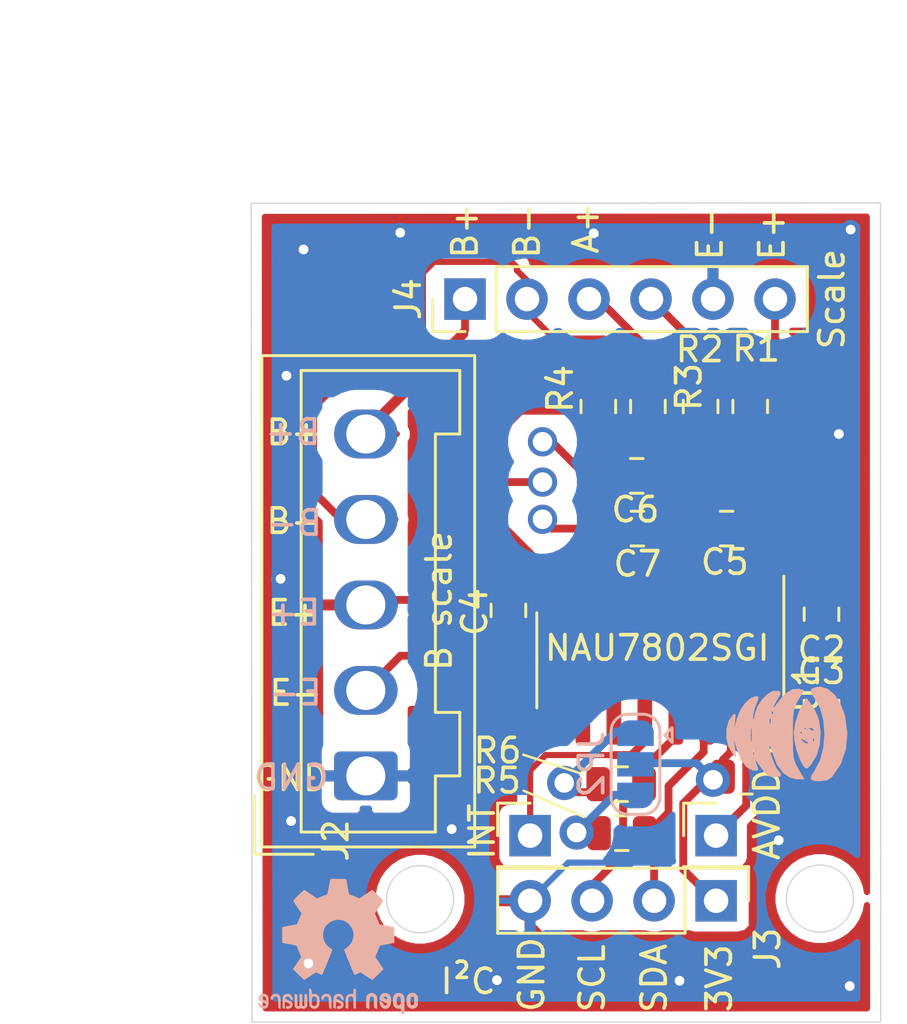
<source format=kicad_pcb>
(kicad_pcb (version 20171130) (host pcbnew "(5.1.6)-1")

  (general
    (thickness 1.6)
    (drawings 33)
    (tracks 266)
    (zones 0)
    (modules 22)
    (nets 22)
  )

  (page A4)
  (layers
    (0 F.Cu signal)
    (31 B.Cu signal)
    (32 B.Adhes user)
    (33 F.Adhes user)
    (34 B.Paste user)
    (35 F.Paste user)
    (36 B.SilkS user)
    (37 F.SilkS user)
    (38 B.Mask user)
    (39 F.Mask user)
    (40 Dwgs.User user)
    (41 Cmts.User user)
    (42 Eco1.User user)
    (43 Eco2.User user)
    (44 Edge.Cuts user)
    (45 Margin user)
    (46 B.CrtYd user)
    (47 F.CrtYd user)
    (48 B.Fab user)
    (49 F.Fab user)
  )

  (setup
    (last_trace_width 0.32)
    (user_trace_width 0.32)
    (user_trace_width 0.45)
    (trace_clearance 0.2)
    (zone_clearance 0.408)
    (zone_45_only no)
    (trace_min 0.2)
    (via_size 0.8)
    (via_drill 0.4)
    (via_min_size 0.4)
    (via_min_drill 0.3)
    (user_via 0.8 0.6)
    (user_via 1 0.8)
    (user_via 1.2 0.8)
    (user_via 1.4 0.8)
    (uvia_size 0.3)
    (uvia_drill 0.1)
    (uvias_allowed no)
    (uvia_min_size 0.2)
    (uvia_min_drill 0.1)
    (edge_width 0.05)
    (segment_width 0.2)
    (pcb_text_width 0.3)
    (pcb_text_size 1.5 1.5)
    (mod_edge_width 0.12)
    (mod_text_size 1 1)
    (mod_text_width 0.15)
    (pad_size 1.7 1.7)
    (pad_drill 1)
    (pad_to_mask_clearance 0.05)
    (aux_axis_origin 0 0)
    (visible_elements 7FFFFF7F)
    (pcbplotparams
      (layerselection 0x010fc_ffffffff)
      (usegerberextensions false)
      (usegerberattributes true)
      (usegerberadvancedattributes true)
      (creategerberjobfile true)
      (excludeedgelayer true)
      (linewidth 0.100000)
      (plotframeref false)
      (viasonmask false)
      (mode 1)
      (useauxorigin false)
      (hpglpennumber 1)
      (hpglpenspeed 20)
      (hpglpendiameter 15.000000)
      (psnegative false)
      (psa4output false)
      (plotreference true)
      (plotvalue true)
      (plotinvisibletext false)
      (padsonsilk false)
      (subtractmaskfromsilk false)
      (outputformat 1)
      (mirror false)
      (drillshape 1)
      (scaleselection 1)
      (outputdirectory "Geber-files/"))
  )

  (net 0 "")
  (net 1 "Net-(C4-Pad1)")
  (net 2 "Net-(C5-Pad2)")
  (net 3 "Net-(C5-Pad1)")
  (net 4 "Net-(C6-Pad2)")
  (net 5 "Net-(C6-Pad1)")
  (net 6 "Net-(U1-Pad11)")
  (net 7 "Net-(U1-Pad10)")
  (net 8 DVDD)
  (net 9 AVDD)
  (net 10 A+)
  (net 11 A-)
  (net 12 AVSS)
  (net 13 B+)
  (net 14 B-)
  (net 15 SDA)
  (net 16 SCL)
  (net 17 INT)
  (net 18 "Net-(C7-Pad1)")
  (net 19 "Net-(JP1-Pad2)")
  (net 20 "Net-(JP2-Pad3)")
  (net 21 "Net-(JP2-Pad1)")

  (net_class Default "This is the default net class."
    (clearance 0.2)
    (trace_width 0.25)
    (via_dia 0.8)
    (via_drill 0.4)
    (uvia_dia 0.3)
    (uvia_drill 0.1)
    (add_net A+)
    (add_net A-)
    (add_net AVDD)
    (add_net AVSS)
    (add_net B+)
    (add_net B-)
    (add_net DVDD)
    (add_net INT)
    (add_net "Net-(C4-Pad1)")
    (add_net "Net-(C5-Pad1)")
    (add_net "Net-(C5-Pad2)")
    (add_net "Net-(C6-Pad1)")
    (add_net "Net-(C6-Pad2)")
    (add_net "Net-(C7-Pad1)")
    (add_net "Net-(JP1-Pad2)")
    (add_net "Net-(JP2-Pad1)")
    (add_net "Net-(JP2-Pad3)")
    (add_net "Net-(U1-Pad10)")
    (add_net "Net-(U1-Pad11)")
    (add_net SCL)
    (add_net SDA)
  )

  (net_class 0,5 ""
    (clearance 0.2)
    (trace_width 0.5)
    (via_dia 0.8)
    (via_drill 0.4)
    (uvia_dia 0.3)
    (uvia_drill 0.1)
  )

  (module Package_SO:SOIC-16_3.9x9.9mm_P1.27mm (layer F.Cu) (tedit 5D9F72B1) (tstamp 5F0034DE)
    (at 47.498 46.671 270)
    (descr "SOIC, 16 Pin (JEDEC MS-012AC, https://www.analog.com/media/en/package-pcb-resources/package/pkg_pdf/soic_narrow-r/r_16.pdf), generated with kicad-footprint-generator ipc_gullwing_generator.py")
    (tags "SOIC SO")
    (path /5EFF6DBD)
    (attr smd)
    (fp_text reference U1 (at 1.143 -5.969 90) (layer F.SilkS)
      (effects (font (size 1 1) (thickness 0.15)))
    )
    (fp_text value NAU7802SGI (at -0.508 0.127 180) (layer F.SilkS)
      (effects (font (size 1 1) (thickness 0.15)))
    )
    (fp_line (start 0 5.06) (end 1.95 5.06) (layer F.SilkS) (width 0.12))
    (fp_line (start 0 5.06) (end -1.95 5.06) (layer F.SilkS) (width 0.12))
    (fp_line (start 0 -5.06) (end 1.95 -5.06) (layer F.SilkS) (width 0.12))
    (fp_line (start 0 -5.06) (end -3.45 -5.06) (layer F.SilkS) (width 0.12))
    (fp_line (start -0.975 -4.95) (end 1.95 -4.95) (layer F.Fab) (width 0.1))
    (fp_line (start 1.95 -4.95) (end 1.95 4.95) (layer F.Fab) (width 0.1))
    (fp_line (start 1.95 4.95) (end -1.95 4.95) (layer F.Fab) (width 0.1))
    (fp_line (start -1.95 4.95) (end -1.95 -3.975) (layer F.Fab) (width 0.1))
    (fp_line (start -1.95 -3.975) (end -0.975 -4.95) (layer F.Fab) (width 0.1))
    (fp_line (start -3.7 -5.2) (end -3.7 5.2) (layer F.CrtYd) (width 0.05))
    (fp_line (start -3.7 5.2) (end 3.7 5.2) (layer F.CrtYd) (width 0.05))
    (fp_line (start 3.7 5.2) (end 3.7 -5.2) (layer F.CrtYd) (width 0.05))
    (fp_line (start 3.7 -5.2) (end -3.7 -5.2) (layer F.CrtYd) (width 0.05))
    (pad 16 smd roundrect (at 2.475 -4.445 270) (size 1.95 0.6) (layers F.Cu F.Paste F.Mask) (roundrect_rratio 0.25)
      (net 9 AVDD))
    (pad 15 smd roundrect (at 2.475 -3.175 270) (size 1.95 0.6) (layers F.Cu F.Paste F.Mask) (roundrect_rratio 0.25)
      (net 8 DVDD))
    (pad 14 smd roundrect (at 2.475 -1.905 270) (size 1.95 0.6) (layers F.Cu F.Paste F.Mask) (roundrect_rratio 0.25)
      (net 15 SDA))
    (pad 13 smd roundrect (at 2.475 -0.635 270) (size 1.95 0.6) (layers F.Cu F.Paste F.Mask) (roundrect_rratio 0.25)
      (net 16 SCL))
    (pad 12 smd roundrect (at 2.475 0.635 270) (size 1.95 0.6) (layers F.Cu F.Paste F.Mask) (roundrect_rratio 0.25)
      (net 17 INT))
    (pad 11 smd roundrect (at 2.475 1.905 270) (size 1.95 0.6) (layers F.Cu F.Paste F.Mask) (roundrect_rratio 0.25)
      (net 6 "Net-(U1-Pad11)"))
    (pad 10 smd roundrect (at 2.475 3.175 270) (size 1.95 0.6) (layers F.Cu F.Paste F.Mask) (roundrect_rratio 0.25)
      (net 7 "Net-(U1-Pad10)"))
    (pad 9 smd roundrect (at 2.475 4.445 270) (size 1.95 0.6) (layers F.Cu F.Paste F.Mask) (roundrect_rratio 0.25)
      (net 12 AVSS))
    (pad 8 smd roundrect (at -2.475 4.445 270) (size 1.95 0.6) (layers F.Cu F.Paste F.Mask) (roundrect_rratio 0.25)
      (net 12 AVSS))
    (pad 7 smd roundrect (at -2.475 3.175 270) (size 1.95 0.6) (layers F.Cu F.Paste F.Mask) (roundrect_rratio 0.25)
      (net 12 AVSS))
    (pad 6 smd roundrect (at -2.475 1.905 270) (size 1.95 0.6) (layers F.Cu F.Paste F.Mask) (roundrect_rratio 0.25)
      (net 1 "Net-(C4-Pad1)"))
    (pad 5 smd roundrect (at -2.475 0.635 270) (size 1.95 0.6) (layers F.Cu F.Paste F.Mask) (roundrect_rratio 0.25)
      (net 19 "Net-(JP1-Pad2)"))
    (pad 4 smd roundrect (at -2.475 -0.635 270) (size 1.95 0.6) (layers F.Cu F.Paste F.Mask) (roundrect_rratio 0.25)
      (net 4 "Net-(C6-Pad2)"))
    (pad 3 smd roundrect (at -2.475 -1.905 270) (size 1.95 0.6) (layers F.Cu F.Paste F.Mask) (roundrect_rratio 0.25)
      (net 3 "Net-(C5-Pad1)"))
    (pad 2 smd roundrect (at -2.475 -3.175 270) (size 1.95 0.6) (layers F.Cu F.Paste F.Mask) (roundrect_rratio 0.25)
      (net 2 "Net-(C5-Pad2)"))
    (pad 1 smd roundrect (at -2.475 -4.445 270) (size 1.95 0.6) (layers F.Cu F.Paste F.Mask) (roundrect_rratio 0.25)
      (net 9 AVDD))
    (model ${KISYS3DMOD}/Package_SO.3dshapes/SOIC-16_3.9x9.9mm_P1.27mm.wrl
      (at (xyz 0 0 0))
      (scale (xyz 1 1 1))
      (rotate (xyz 0 0 0))
    )
  )

  (module Connector_PinHeader_2.54mm:PinHeader_1x01_P2.54mm_Vertical (layer F.Cu) (tedit 5F0A4554) (tstamp 5F00EEFE)
    (at 49.784 53.848)
    (descr "Through hole straight pin header, 1x01, 2.54mm pitch, single row")
    (tags "Through hole pin header THT 1x01 2.54mm single row")
    (path /5F007783)
    (fp_text reference J5 (at 1.9431 -0.3175) (layer F.SilkS) hide
      (effects (font (size 1 1) (thickness 0.15)))
    )
    (fp_text value AVDD (at 0 2.33) (layer F.Fab)
      (effects (font (size 1 1) (thickness 0.15)))
    )
    (fp_line (start -0.635 -1.27) (end 1.27 -1.27) (layer F.Fab) (width 0.1))
    (fp_line (start 1.27 -1.27) (end 1.27 1.27) (layer F.Fab) (width 0.1))
    (fp_line (start 1.27 1.27) (end -1.27 1.27) (layer F.Fab) (width 0.1))
    (fp_line (start -1.27 1.27) (end -1.27 -0.635) (layer F.Fab) (width 0.1))
    (fp_line (start -1.27 -0.635) (end -0.635 -1.27) (layer F.Fab) (width 0.1))
    (fp_line (start -1.33 1.33) (end 1.33 1.33) (layer F.SilkS) (width 0.12))
    (fp_line (start -1.33 1.27) (end -1.33 1.33) (layer F.SilkS) (width 0.12))
    (fp_line (start 1.33 1.27) (end 1.33 1.33) (layer F.SilkS) (width 0.12))
    (fp_line (start -1.33 1.27) (end 1.33 1.27) (layer F.SilkS) (width 0.12))
    (fp_line (start -1.33 0) (end -1.33 -1.33) (layer F.SilkS) (width 0.12))
    (fp_line (start -1.33 -1.33) (end 0 -1.33) (layer F.SilkS) (width 0.12))
    (fp_text user %R (at 0 0 90) (layer F.Fab)
      (effects (font (size 1 1) (thickness 0.15)))
    )
    (pad 1 thru_hole rect (at 0 0) (size 1.7 1.7) (drill 1) (layers *.Cu *.Mask)
      (net 9 AVDD))
    (model ${KISYS3DMOD}/Connector_PinHeader_2.54mm.3dshapes/PinHeader_1x01_P2.54mm_Vertical.wrl
      (at (xyz 0 0 0))
      (scale (xyz 1 1 1))
      (rotate (xyz 0 0 0))
    )
  )

  (module Capacitor_SMD:C_0805_2012Metric (layer F.Cu) (tedit 5B36C52B) (tstamp 5F00E5E4)
    (at 46.5605 41.275)
    (descr "Capacitor SMD 0805 (2012 Metric), square (rectangular) end terminal, IPC_7351 nominal, (Body size source: https://docs.google.com/spreadsheets/d/1BsfQQcO9C6DZCsRaXUlFlo91Tg2WpOkGARC1WS5S8t0/edit?usp=sharing), generated with kicad-footprint-generator")
    (tags capacitor)
    (path /5F0D672B)
    (attr smd)
    (fp_text reference C7 (at 0 1.4478) (layer F.SilkS)
      (effects (font (size 1 1) (thickness 0.15)))
    )
    (fp_text value Cfilter (at 0 1.65) (layer F.Fab)
      (effects (font (size 1 1) (thickness 0.15)))
    )
    (fp_line (start -1 0.6) (end -1 -0.6) (layer F.Fab) (width 0.1))
    (fp_line (start -1 -0.6) (end 1 -0.6) (layer F.Fab) (width 0.1))
    (fp_line (start 1 -0.6) (end 1 0.6) (layer F.Fab) (width 0.1))
    (fp_line (start 1 0.6) (end -1 0.6) (layer F.Fab) (width 0.1))
    (fp_line (start -0.258578 -0.71) (end 0.258578 -0.71) (layer F.SilkS) (width 0.12))
    (fp_line (start -0.258578 0.71) (end 0.258578 0.71) (layer F.SilkS) (width 0.12))
    (fp_line (start -1.68 0.95) (end -1.68 -0.95) (layer F.CrtYd) (width 0.05))
    (fp_line (start -1.68 -0.95) (end 1.68 -0.95) (layer F.CrtYd) (width 0.05))
    (fp_line (start 1.68 -0.95) (end 1.68 0.95) (layer F.CrtYd) (width 0.05))
    (fp_line (start 1.68 0.95) (end -1.68 0.95) (layer F.CrtYd) (width 0.05))
    (fp_text user %R (at 0 0) (layer F.Fab)
      (effects (font (size 0.5 0.5) (thickness 0.08)))
    )
    (pad 2 smd roundrect (at 0.9375 0) (size 0.975 1.4) (layers F.Cu F.Paste F.Mask) (roundrect_rratio 0.25)
      (net 4 "Net-(C6-Pad2)"))
    (pad 1 smd roundrect (at -0.9375 0) (size 0.975 1.4) (layers F.Cu F.Paste F.Mask) (roundrect_rratio 0.25)
      (net 18 "Net-(C7-Pad1)"))
    (model ${KISYS3DMOD}/Capacitor_SMD.3dshapes/C_0805_2012Metric.wrl
      (at (xyz 0 0 0))
      (scale (xyz 1 1 1))
      (rotate (xyz 0 0 0))
    )
  )

  (module Resistor_SMD:R_0805_2012Metric (layer F.Cu) (tedit 5B36C52B) (tstamp 5EFFCBA1)
    (at 44.958 36.2735 90)
    (descr "Resistor SMD 0805 (2012 Metric), square (rectangular) end terminal, IPC_7351 nominal, (Body size source: https://docs.google.com/spreadsheets/d/1BsfQQcO9C6DZCsRaXUlFlo91Tg2WpOkGARC1WS5S8t0/edit?usp=sharing), generated with kicad-footprint-generator")
    (tags resistor)
    (path /5F010666)
    (attr smd)
    (fp_text reference R3 (at 0.7978 3.7084 90) (layer F.SilkS)
      (effects (font (size 1 1) (thickness 0.15)))
    )
    (fp_text value "47 Ω" (at -0.2055 0.127 90) (layer F.Fab) hide
      (effects (font (size 1 1) (thickness 0.15)))
    )
    (fp_line (start -1 0.6) (end -1 -0.6) (layer F.Fab) (width 0.1))
    (fp_line (start -1 -0.6) (end 1 -0.6) (layer F.Fab) (width 0.1))
    (fp_line (start 1 -0.6) (end 1 0.6) (layer F.Fab) (width 0.1))
    (fp_line (start 1 0.6) (end -1 0.6) (layer F.Fab) (width 0.1))
    (fp_line (start -0.258578 -0.71) (end 0.258578 -0.71) (layer F.SilkS) (width 0.12))
    (fp_line (start -0.258578 0.71) (end 0.258578 0.71) (layer F.SilkS) (width 0.12))
    (fp_line (start -1.68 0.95) (end -1.68 -0.95) (layer F.CrtYd) (width 0.05))
    (fp_line (start -1.68 -0.95) (end 1.68 -0.95) (layer F.CrtYd) (width 0.05))
    (fp_line (start 1.68 -0.95) (end 1.68 0.95) (layer F.CrtYd) (width 0.05))
    (fp_line (start 1.68 0.95) (end -1.68 0.95) (layer F.CrtYd) (width 0.05))
    (fp_text user %R (at 0 0 90) (layer F.Fab)
      (effects (font (size 0.5 0.5) (thickness 0.08)))
    )
    (pad 2 smd roundrect (at 0.9375 0 90) (size 0.975 1.4) (layers F.Cu F.Paste F.Mask) (roundrect_rratio 0.25)
      (net 13 B+))
    (pad 1 smd roundrect (at -0.9375 0 90) (size 0.975 1.4) (layers F.Cu F.Paste F.Mask) (roundrect_rratio 0.25)
      (net 19 "Net-(JP1-Pad2)"))
    (model ${KISYS3DMOD}/Resistor_SMD.3dshapes/R_0805_2012Metric.wrl
      (at (xyz 0 0 0))
      (scale (xyz 1 1 1))
      (rotate (xyz 0 0 0))
    )
  )

  (module Connector_PinHeader_2.54mm:PinHeader_1x01_P2.54mm_Vertical (layer F.Cu) (tedit 5F044105) (tstamp 5F00EF13)
    (at 42.164 53.848)
    (descr "Through hole straight pin header, 1x01, 2.54mm pitch, single row")
    (tags "Through hole pin header THT 1x01 2.54mm single row")
    (path /5F008455)
    (fp_text reference J6 (at 0.0254 -2.4003) (layer F.SilkS) hide
      (effects (font (size 1 1) (thickness 0.15)))
    )
    (fp_text value INT (at 0 2.33) (layer F.Fab)
      (effects (font (size 1 1) (thickness 0.15)))
    )
    (fp_line (start -0.635 -1.27) (end 1.27 -1.27) (layer F.Fab) (width 0.1))
    (fp_line (start 1.27 -1.27) (end 1.27 1.27) (layer F.Fab) (width 0.1))
    (fp_line (start 1.27 1.27) (end -1.27 1.27) (layer F.Fab) (width 0.1))
    (fp_line (start -1.27 1.27) (end -1.27 -0.635) (layer F.Fab) (width 0.1))
    (fp_line (start -1.27 -0.635) (end -0.635 -1.27) (layer F.Fab) (width 0.1))
    (fp_line (start -1.33 1.33) (end 1.33 1.33) (layer F.SilkS) (width 0.12))
    (fp_line (start -1.33 1.27) (end -1.33 1.33) (layer F.SilkS) (width 0.12))
    (fp_line (start 1.33 1.27) (end 1.33 1.33) (layer F.SilkS) (width 0.12))
    (fp_line (start -1.33 1.27) (end 1.33 1.27) (layer F.SilkS) (width 0.12))
    (fp_line (start -1.33 0) (end -1.33 -1.33) (layer F.SilkS) (width 0.12))
    (fp_line (start -1.33 -1.33) (end 0 -1.33) (layer F.SilkS) (width 0.12))
    (fp_text user %R (at 0 0 90) (layer F.Fab)
      (effects (font (size 1 1) (thickness 0.15)))
    )
    (pad 1 thru_hole rect (at 0 0) (size 1.7 1.7) (drill 1) (layers *.Cu *.Mask)
      (net 17 INT))
    (model ${KISYS3DMOD}/Connector_PinHeader_2.54mm.3dshapes/PinHeader_1x01_P2.54mm_Vertical.wrl
      (at (xyz 0 0 0))
      (scale (xyz 1 1 1))
      (rotate (xyz 0 0 0))
    )
  )

  (module Resistor_SMD:R_0805_2012Metric (layer F.Cu) (tedit 5B36C52B) (tstamp 5F04A14E)
    (at 45.8955 51.7398)
    (descr "Resistor SMD 0805 (2012 Metric), square (rectangular) end terminal, IPC_7351 nominal, (Body size source: https://docs.google.com/spreadsheets/d/1BsfQQcO9C6DZCsRaXUlFlo91Tg2WpOkGARC1WS5S8t0/edit?usp=sharing), generated with kicad-footprint-generator")
    (tags resistor)
    (path /5F05BCD1)
    (attr smd)
    (fp_text reference R6 (at -5.065 -1.3716) (layer F.SilkS)
      (effects (font (size 1 1) (thickness 0.15)))
    )
    (fp_text value R (at 0 1.65) (layer F.Fab)
      (effects (font (size 1 1) (thickness 0.15)))
    )
    (fp_line (start 1.68 0.95) (end -1.68 0.95) (layer F.CrtYd) (width 0.05))
    (fp_line (start 1.68 -0.95) (end 1.68 0.95) (layer F.CrtYd) (width 0.05))
    (fp_line (start -1.68 -0.95) (end 1.68 -0.95) (layer F.CrtYd) (width 0.05))
    (fp_line (start -1.68 0.95) (end -1.68 -0.95) (layer F.CrtYd) (width 0.05))
    (fp_line (start -0.258578 0.71) (end 0.258578 0.71) (layer F.SilkS) (width 0.12))
    (fp_line (start -0.258578 -0.71) (end 0.258578 -0.71) (layer F.SilkS) (width 0.12))
    (fp_line (start 1 0.6) (end -1 0.6) (layer F.Fab) (width 0.1))
    (fp_line (start 1 -0.6) (end 1 0.6) (layer F.Fab) (width 0.1))
    (fp_line (start -1 -0.6) (end 1 -0.6) (layer F.Fab) (width 0.1))
    (fp_line (start -1 0.6) (end -1 -0.6) (layer F.Fab) (width 0.1))
    (fp_text user %R (at 0 0) (layer F.Fab)
      (effects (font (size 0.5 0.5) (thickness 0.08)))
    )
    (pad 2 smd roundrect (at 0.9375 0) (size 0.975 1.4) (layers F.Cu F.Paste F.Mask) (roundrect_rratio 0.25)
      (net 16 SCL))
    (pad 1 smd roundrect (at -0.9375 0) (size 0.975 1.4) (layers F.Cu F.Paste F.Mask) (roundrect_rratio 0.25)
      (net 21 "Net-(JP2-Pad1)"))
    (model ${KISYS3DMOD}/Resistor_SMD.3dshapes/R_0805_2012Metric.wrl
      (at (xyz 0 0 0))
      (scale (xyz 1 1 1))
      (rotate (xyz 0 0 0))
    )
  )

  (module Resistor_SMD:R_0805_2012Metric (layer F.Cu) (tedit 5B36C52B) (tstamp 5F04A13D)
    (at 45.9209 53.7464)
    (descr "Resistor SMD 0805 (2012 Metric), square (rectangular) end terminal, IPC_7351 nominal, (Body size source: https://docs.google.com/spreadsheets/d/1BsfQQcO9C6DZCsRaXUlFlo91Tg2WpOkGARC1WS5S8t0/edit?usp=sharing), generated with kicad-footprint-generator")
    (tags resistor)
    (path /5F05ACB5)
    (attr smd)
    (fp_text reference R5 (at -5.1158 -2.1463) (layer F.SilkS)
      (effects (font (size 1 1) (thickness 0.15)))
    )
    (fp_text value R (at 0 1.65) (layer F.Fab)
      (effects (font (size 1 1) (thickness 0.15)))
    )
    (fp_line (start 1.68 0.95) (end -1.68 0.95) (layer F.CrtYd) (width 0.05))
    (fp_line (start 1.68 -0.95) (end 1.68 0.95) (layer F.CrtYd) (width 0.05))
    (fp_line (start -1.68 -0.95) (end 1.68 -0.95) (layer F.CrtYd) (width 0.05))
    (fp_line (start -1.68 0.95) (end -1.68 -0.95) (layer F.CrtYd) (width 0.05))
    (fp_line (start -0.258578 0.71) (end 0.258578 0.71) (layer F.SilkS) (width 0.12))
    (fp_line (start -0.258578 -0.71) (end 0.258578 -0.71) (layer F.SilkS) (width 0.12))
    (fp_line (start 1 0.6) (end -1 0.6) (layer F.Fab) (width 0.1))
    (fp_line (start 1 -0.6) (end 1 0.6) (layer F.Fab) (width 0.1))
    (fp_line (start -1 -0.6) (end 1 -0.6) (layer F.Fab) (width 0.1))
    (fp_line (start -1 0.6) (end -1 -0.6) (layer F.Fab) (width 0.1))
    (fp_text user %R (at 0 0) (layer F.Fab)
      (effects (font (size 0.5 0.5) (thickness 0.08)))
    )
    (pad 2 smd roundrect (at 0.9375 0) (size 0.975 1.4) (layers F.Cu F.Paste F.Mask) (roundrect_rratio 0.25)
      (net 15 SDA))
    (pad 1 smd roundrect (at -0.9375 0) (size 0.975 1.4) (layers F.Cu F.Paste F.Mask) (roundrect_rratio 0.25)
      (net 20 "Net-(JP2-Pad3)"))
    (model ${KISYS3DMOD}/Resistor_SMD.3dshapes/R_0805_2012Metric.wrl
      (at (xyz 0 0 0))
      (scale (xyz 1 1 1))
      (rotate (xyz 0 0 0))
    )
  )

  (module Jumper:SolderJumper-3_P1.3mm_Open_RoundedPad1.0x1.5mm (layer B.Cu) (tedit 5B391EB7) (tstamp 5F04A0AC)
    (at 46.482 50.927 270)
    (descr "SMD Solder 3-pad Jumper, 1x1.5mm rounded Pads, 0.3mm gap, open")
    (tags "solder jumper open")
    (path /5F0512F0)
    (attr virtual)
    (fp_text reference JP2 (at 0 1.8 90) (layer B.SilkS)
      (effects (font (size 1 1) (thickness 0.15)) (justify mirror))
    )
    (fp_text value Jumper_NC_Dual (at 0 -1.9 90) (layer B.Fab)
      (effects (font (size 1 1) (thickness 0.15)) (justify mirror))
    )
    (fp_line (start 2.3 -1.25) (end -2.3 -1.25) (layer B.CrtYd) (width 0.05))
    (fp_line (start 2.3 -1.25) (end 2.3 1.25) (layer B.CrtYd) (width 0.05))
    (fp_line (start -2.3 1.25) (end -2.3 -1.25) (layer B.CrtYd) (width 0.05))
    (fp_line (start -2.3 1.25) (end 2.3 1.25) (layer B.CrtYd) (width 0.05))
    (fp_line (start -1.4 1) (end 1.4 1) (layer B.SilkS) (width 0.12))
    (fp_line (start 2.05 0.3) (end 2.05 -0.3) (layer B.SilkS) (width 0.12))
    (fp_line (start 1.4 -1) (end -1.4 -1) (layer B.SilkS) (width 0.12))
    (fp_line (start -2.05 -0.3) (end -2.05 0.3) (layer B.SilkS) (width 0.12))
    (fp_line (start -1.2 -1.2) (end -1.5 -1.5) (layer B.SilkS) (width 0.12))
    (fp_line (start -1.5 -1.5) (end -0.9 -1.5) (layer B.SilkS) (width 0.12))
    (fp_line (start -1.2 -1.2) (end -0.9 -1.5) (layer B.SilkS) (width 0.12))
    (fp_arc (start -1.35 0.3) (end -1.35 1) (angle 90) (layer B.SilkS) (width 0.12))
    (fp_arc (start -1.35 -0.3) (end -2.05 -0.3) (angle 90) (layer B.SilkS) (width 0.12))
    (fp_arc (start 1.35 -0.3) (end 1.35 -1) (angle 90) (layer B.SilkS) (width 0.12))
    (fp_arc (start 1.35 0.3) (end 2.05 0.3) (angle 90) (layer B.SilkS) (width 0.12))
    (pad 2 smd rect (at 0 0 270) (size 1 1.5) (layers B.Cu B.Mask)
      (net 8 DVDD))
    (pad 3 smd custom (at 1.3 0 270) (size 1 0.5) (layers B.Cu B.Mask)
      (net 20 "Net-(JP2-Pad3)") (zone_connect 2)
      (options (clearance outline) (anchor rect))
      (primitives
        (gr_circle (center 0 -0.25) (end 0.5 -0.25) (width 0))
        (gr_circle (center 0 0.25) (end 0.5 0.25) (width 0))
        (gr_poly (pts
           (xy -0.55 0.75) (xy 0 0.75) (xy 0 -0.75) (xy -0.55 -0.75)) (width 0))
      ))
    (pad 1 smd custom (at -1.3 0 270) (size 1 0.5) (layers B.Cu B.Mask)
      (net 21 "Net-(JP2-Pad1)") (zone_connect 2)
      (options (clearance outline) (anchor rect))
      (primitives
        (gr_circle (center 0 -0.25) (end 0.5 -0.25) (width 0))
        (gr_circle (center 0 0.25) (end 0.5 0.25) (width 0))
        (gr_poly (pts
           (xy 0.55 0.75) (xy 0 0.75) (xy 0 -0.75) (xy 0.55 -0.75)) (width 0))
      ))
  )

  (module KiCad:OSHW-Logo2_7.3x6mm_SilkScreen (layer B.Cu) (tedit 0) (tstamp 5F025654)
    (at 34.3027 58.3819 180)
    (descr "Open Source Hardware Symbol")
    (tags "Logo Symbol OSHW")
    (attr virtual)
    (fp_text reference REF** (at 0 0) (layer B.SilkS) hide
      (effects (font (size 1 1) (thickness 0.15)) (justify mirror))
    )
    (fp_text value OSHW-Logo2_7.3x6mm_SilkScreen (at 0.75 0) (layer B.Fab) hide
      (effects (font (size 1 1) (thickness 0.15)) (justify mirror))
    )
    (fp_poly (pts (xy -2.400256 -1.919918) (xy -2.344799 -1.947568) (xy -2.295852 -1.99848) (xy -2.282371 -2.017338)
      (xy -2.267686 -2.042015) (xy -2.258158 -2.068816) (xy -2.252707 -2.104587) (xy -2.250253 -2.156169)
      (xy -2.249714 -2.224267) (xy -2.252148 -2.317588) (xy -2.260606 -2.387657) (xy -2.276826 -2.439931)
      (xy -2.302546 -2.479869) (xy -2.339503 -2.512929) (xy -2.342218 -2.514886) (xy -2.37864 -2.534908)
      (xy -2.422498 -2.544815) (xy -2.478276 -2.547257) (xy -2.568952 -2.547257) (xy -2.56899 -2.635283)
      (xy -2.569834 -2.684308) (xy -2.574976 -2.713065) (xy -2.588413 -2.730311) (xy -2.614142 -2.744808)
      (xy -2.620321 -2.747769) (xy -2.649236 -2.761648) (xy -2.671624 -2.770414) (xy -2.688271 -2.771171)
      (xy -2.699964 -2.761023) (xy -2.70749 -2.737073) (xy -2.711634 -2.696426) (xy -2.713185 -2.636186)
      (xy -2.712929 -2.553455) (xy -2.711651 -2.445339) (xy -2.711252 -2.413) (xy -2.709815 -2.301524)
      (xy -2.708528 -2.228603) (xy -2.569029 -2.228603) (xy -2.568245 -2.290499) (xy -2.56476 -2.330997)
      (xy -2.556876 -2.357708) (xy -2.542895 -2.378244) (xy -2.533403 -2.38826) (xy -2.494596 -2.417567)
      (xy -2.460237 -2.419952) (xy -2.424784 -2.39575) (xy -2.423886 -2.394857) (xy -2.409461 -2.376153)
      (xy -2.400687 -2.350732) (xy -2.396261 -2.311584) (xy -2.394882 -2.251697) (xy -2.394857 -2.23843)
      (xy -2.398188 -2.155901) (xy -2.409031 -2.098691) (xy -2.42866 -2.063766) (xy -2.45835 -2.048094)
      (xy -2.475509 -2.046514) (xy -2.516234 -2.053926) (xy -2.544168 -2.07833) (xy -2.560983 -2.12298)
      (xy -2.56835 -2.19113) (xy -2.569029 -2.228603) (xy -2.708528 -2.228603) (xy -2.708292 -2.215245)
      (xy -2.706323 -2.150333) (xy -2.70355 -2.102958) (xy -2.699612 -2.06929) (xy -2.694151 -2.045498)
      (xy -2.686808 -2.027753) (xy -2.677223 -2.012224) (xy -2.673113 -2.006381) (xy -2.618595 -1.951185)
      (xy -2.549664 -1.91989) (xy -2.469928 -1.911165) (xy -2.400256 -1.919918)) (layer B.SilkS) (width 0.01))
    (fp_poly (pts (xy -1.283907 -1.92778) (xy -1.237328 -1.954723) (xy -1.204943 -1.981466) (xy -1.181258 -2.009484)
      (xy -1.164941 -2.043748) (xy -1.154661 -2.089227) (xy -1.149086 -2.150892) (xy -1.146884 -2.233711)
      (xy -1.146629 -2.293246) (xy -1.146629 -2.512391) (xy -1.208314 -2.540044) (xy -1.27 -2.567697)
      (xy -1.277257 -2.32767) (xy -1.280256 -2.238028) (xy -1.283402 -2.172962) (xy -1.287299 -2.128026)
      (xy -1.292553 -2.09877) (xy -1.299769 -2.080748) (xy -1.30955 -2.069511) (xy -1.312688 -2.067079)
      (xy -1.360239 -2.048083) (xy -1.408303 -2.0556) (xy -1.436914 -2.075543) (xy -1.448553 -2.089675)
      (xy -1.456609 -2.10822) (xy -1.461729 -2.136334) (xy -1.464559 -2.179173) (xy -1.465744 -2.241895)
      (xy -1.465943 -2.307261) (xy -1.465982 -2.389268) (xy -1.467386 -2.447316) (xy -1.472086 -2.486465)
      (xy -1.482013 -2.51178) (xy -1.499097 -2.528323) (xy -1.525268 -2.541156) (xy -1.560225 -2.554491)
      (xy -1.598404 -2.569007) (xy -1.593859 -2.311389) (xy -1.592029 -2.218519) (xy -1.589888 -2.149889)
      (xy -1.586819 -2.100711) (xy -1.582206 -2.066198) (xy -1.575432 -2.041562) (xy -1.565881 -2.022016)
      (xy -1.554366 -2.00477) (xy -1.49881 -1.94968) (xy -1.43102 -1.917822) (xy -1.357287 -1.910191)
      (xy -1.283907 -1.92778)) (layer B.SilkS) (width 0.01))
    (fp_poly (pts (xy -2.958885 -1.921962) (xy -2.890855 -1.957733) (xy -2.840649 -2.015301) (xy -2.822815 -2.052312)
      (xy -2.808937 -2.107882) (xy -2.801833 -2.178096) (xy -2.80116 -2.254727) (xy -2.806573 -2.329552)
      (xy -2.81773 -2.394342) (xy -2.834286 -2.440873) (xy -2.839374 -2.448887) (xy -2.899645 -2.508707)
      (xy -2.971231 -2.544535) (xy -3.048908 -2.55502) (xy -3.127452 -2.53881) (xy -3.149311 -2.529092)
      (xy -3.191878 -2.499143) (xy -3.229237 -2.459433) (xy -3.232768 -2.454397) (xy -3.247119 -2.430124)
      (xy -3.256606 -2.404178) (xy -3.26221 -2.370022) (xy -3.264914 -2.321119) (xy -3.265701 -2.250935)
      (xy -3.265714 -2.2352) (xy -3.265678 -2.230192) (xy -3.120571 -2.230192) (xy -3.119727 -2.29643)
      (xy -3.116404 -2.340386) (xy -3.109417 -2.368779) (xy -3.097584 -2.388325) (xy -3.091543 -2.394857)
      (xy -3.056814 -2.41968) (xy -3.023097 -2.418548) (xy -2.989005 -2.397016) (xy -2.968671 -2.374029)
      (xy -2.956629 -2.340478) (xy -2.949866 -2.287569) (xy -2.949402 -2.281399) (xy -2.948248 -2.185513)
      (xy -2.960312 -2.114299) (xy -2.98543 -2.068194) (xy -3.02344 -2.047635) (xy -3.037008 -2.046514)
      (xy -3.072636 -2.052152) (xy -3.097006 -2.071686) (xy -3.111907 -2.109042) (xy -3.119125 -2.16815)
      (xy -3.120571 -2.230192) (xy -3.265678 -2.230192) (xy -3.265174 -2.160413) (xy -3.262904 -2.108159)
      (xy -3.257932 -2.071949) (xy -3.249287 -2.045299) (xy -3.235995 -2.021722) (xy -3.233057 -2.017338)
      (xy -3.183687 -1.958249) (xy -3.129891 -1.923947) (xy -3.064398 -1.910331) (xy -3.042158 -1.909665)
      (xy -2.958885 -1.921962)) (layer B.SilkS) (width 0.01))
    (fp_poly (pts (xy -1.831697 -1.931239) (xy -1.774473 -1.969735) (xy -1.730251 -2.025335) (xy -1.703833 -2.096086)
      (xy -1.69849 -2.148162) (xy -1.699097 -2.169893) (xy -1.704178 -2.186531) (xy -1.718145 -2.201437)
      (xy -1.745411 -2.217973) (xy -1.790388 -2.239498) (xy -1.857489 -2.269374) (xy -1.857829 -2.269524)
      (xy -1.919593 -2.297813) (xy -1.970241 -2.322933) (xy -2.004596 -2.342179) (xy -2.017482 -2.352848)
      (xy -2.017486 -2.352934) (xy -2.006128 -2.376166) (xy -1.979569 -2.401774) (xy -1.949077 -2.420221)
      (xy -1.93363 -2.423886) (xy -1.891485 -2.411212) (xy -1.855192 -2.379471) (xy -1.837483 -2.344572)
      (xy -1.820448 -2.318845) (xy -1.787078 -2.289546) (xy -1.747851 -2.264235) (xy -1.713244 -2.250471)
      (xy -1.706007 -2.249714) (xy -1.697861 -2.26216) (xy -1.69737 -2.293972) (xy -1.703357 -2.336866)
      (xy -1.714643 -2.382558) (xy -1.73005 -2.422761) (xy -1.730829 -2.424322) (xy -1.777196 -2.489062)
      (xy -1.837289 -2.533097) (xy -1.905535 -2.554711) (xy -1.976362 -2.552185) (xy -2.044196 -2.523804)
      (xy -2.047212 -2.521808) (xy -2.100573 -2.473448) (xy -2.13566 -2.410352) (xy -2.155078 -2.327387)
      (xy -2.157684 -2.304078) (xy -2.162299 -2.194055) (xy -2.156767 -2.142748) (xy -2.017486 -2.142748)
      (xy -2.015676 -2.174753) (xy -2.005778 -2.184093) (xy -1.981102 -2.177105) (xy -1.942205 -2.160587)
      (xy -1.898725 -2.139881) (xy -1.897644 -2.139333) (xy -1.860791 -2.119949) (xy -1.846 -2.107013)
      (xy -1.849647 -2.093451) (xy -1.865005 -2.075632) (xy -1.904077 -2.049845) (xy -1.946154 -2.04795)
      (xy -1.983897 -2.066717) (xy -2.009966 -2.102915) (xy -2.017486 -2.142748) (xy -2.156767 -2.142748)
      (xy -2.152806 -2.106027) (xy -2.12845 -2.036212) (xy -2.094544 -1.987302) (xy -2.033347 -1.937878)
      (xy -1.965937 -1.913359) (xy -1.89712 -1.911797) (xy -1.831697 -1.931239)) (layer B.SilkS) (width 0.01))
    (fp_poly (pts (xy -0.624114 -1.851289) (xy -0.619861 -1.910613) (xy -0.614975 -1.945572) (xy -0.608205 -1.96082)
      (xy -0.598298 -1.961015) (xy -0.595086 -1.959195) (xy -0.552356 -1.946015) (xy -0.496773 -1.946785)
      (xy -0.440263 -1.960333) (xy -0.404918 -1.977861) (xy -0.368679 -2.005861) (xy -0.342187 -2.037549)
      (xy -0.324001 -2.077813) (xy -0.312678 -2.131543) (xy -0.306778 -2.203626) (xy -0.304857 -2.298951)
      (xy -0.304823 -2.317237) (xy -0.3048 -2.522646) (xy -0.350509 -2.53858) (xy -0.382973 -2.54942)
      (xy -0.400785 -2.554468) (xy -0.401309 -2.554514) (xy -0.403063 -2.540828) (xy -0.404556 -2.503076)
      (xy -0.405674 -2.446224) (xy -0.406303 -2.375234) (xy -0.4064 -2.332073) (xy -0.406602 -2.246973)
      (xy -0.407642 -2.185981) (xy -0.410169 -2.144177) (xy -0.414836 -2.116642) (xy -0.422293 -2.098456)
      (xy -0.433189 -2.084698) (xy -0.439993 -2.078073) (xy -0.486728 -2.051375) (xy -0.537728 -2.049375)
      (xy -0.583999 -2.071955) (xy -0.592556 -2.080107) (xy -0.605107 -2.095436) (xy -0.613812 -2.113618)
      (xy -0.619369 -2.139909) (xy -0.622474 -2.179562) (xy -0.623824 -2.237832) (xy -0.624114 -2.318173)
      (xy -0.624114 -2.522646) (xy -0.669823 -2.53858) (xy -0.702287 -2.54942) (xy -0.720099 -2.554468)
      (xy -0.720623 -2.554514) (xy -0.721963 -2.540623) (xy -0.723172 -2.501439) (xy -0.724199 -2.4407)
      (xy -0.724998 -2.362141) (xy -0.725519 -2.269498) (xy -0.725714 -2.166509) (xy -0.725714 -1.769342)
      (xy -0.678543 -1.749444) (xy -0.631371 -1.729547) (xy -0.624114 -1.851289)) (layer B.SilkS) (width 0.01))
    (fp_poly (pts (xy 0.039744 -1.950968) (xy 0.096616 -1.972087) (xy 0.097267 -1.972493) (xy 0.13244 -1.99838)
      (xy 0.158407 -2.028633) (xy 0.17667 -2.068058) (xy 0.188732 -2.121462) (xy 0.196096 -2.193651)
      (xy 0.200264 -2.289432) (xy 0.200629 -2.303078) (xy 0.205876 -2.508842) (xy 0.161716 -2.531678)
      (xy 0.129763 -2.54711) (xy 0.11047 -2.554423) (xy 0.109578 -2.554514) (xy 0.106239 -2.541022)
      (xy 0.103587 -2.504626) (xy 0.101956 -2.451452) (xy 0.1016 -2.408393) (xy 0.101592 -2.338641)
      (xy 0.098403 -2.294837) (xy 0.087288 -2.273944) (xy 0.063501 -2.272925) (xy 0.022296 -2.288741)
      (xy -0.039914 -2.317815) (xy -0.085659 -2.341963) (xy -0.109187 -2.362913) (xy -0.116104 -2.385747)
      (xy -0.116114 -2.386877) (xy -0.104701 -2.426212) (xy -0.070908 -2.447462) (xy -0.019191 -2.450539)
      (xy 0.018061 -2.450006) (xy 0.037703 -2.460735) (xy 0.049952 -2.486505) (xy 0.057002 -2.519337)
      (xy 0.046842 -2.537966) (xy 0.043017 -2.540632) (xy 0.007001 -2.55134) (xy -0.043434 -2.552856)
      (xy -0.095374 -2.545759) (xy -0.132178 -2.532788) (xy -0.183062 -2.489585) (xy -0.211986 -2.429446)
      (xy -0.217714 -2.382462) (xy -0.213343 -2.340082) (xy -0.197525 -2.305488) (xy -0.166203 -2.274763)
      (xy -0.115322 -2.24399) (xy -0.040824 -2.209252) (xy -0.036286 -2.207288) (xy 0.030821 -2.176287)
      (xy 0.072232 -2.150862) (xy 0.089981 -2.128014) (xy 0.086107 -2.104745) (xy 0.062643 -2.078056)
      (xy 0.055627 -2.071914) (xy 0.00863 -2.0481) (xy -0.040067 -2.049103) (xy -0.082478 -2.072451)
      (xy -0.110616 -2.115675) (xy -0.113231 -2.12416) (xy -0.138692 -2.165308) (xy -0.170999 -2.185128)
      (xy -0.217714 -2.20477) (xy -0.217714 -2.15395) (xy -0.203504 -2.080082) (xy -0.161325 -2.012327)
      (xy -0.139376 -1.989661) (xy -0.089483 -1.960569) (xy -0.026033 -1.9474) (xy 0.039744 -1.950968)) (layer B.SilkS) (width 0.01))
    (fp_poly (pts (xy 0.529926 -1.949755) (xy 0.595858 -1.974084) (xy 0.649273 -2.017117) (xy 0.670164 -2.047409)
      (xy 0.692939 -2.102994) (xy 0.692466 -2.143186) (xy 0.668562 -2.170217) (xy 0.659717 -2.174813)
      (xy 0.62153 -2.189144) (xy 0.602028 -2.185472) (xy 0.595422 -2.161407) (xy 0.595086 -2.148114)
      (xy 0.582992 -2.09921) (xy 0.551471 -2.064999) (xy 0.507659 -2.048476) (xy 0.458695 -2.052634)
      (xy 0.418894 -2.074227) (xy 0.40545 -2.086544) (xy 0.395921 -2.101487) (xy 0.389485 -2.124075)
      (xy 0.385317 -2.159328) (xy 0.382597 -2.212266) (xy 0.380502 -2.287907) (xy 0.37996 -2.311857)
      (xy 0.377981 -2.39379) (xy 0.375731 -2.451455) (xy 0.372357 -2.489608) (xy 0.367006 -2.513004)
      (xy 0.358824 -2.526398) (xy 0.346959 -2.534545) (xy 0.339362 -2.538144) (xy 0.307102 -2.550452)
      (xy 0.288111 -2.554514) (xy 0.281836 -2.540948) (xy 0.278006 -2.499934) (xy 0.2766 -2.430999)
      (xy 0.277598 -2.333669) (xy 0.277908 -2.318657) (xy 0.280101 -2.229859) (xy 0.282693 -2.165019)
      (xy 0.286382 -2.119067) (xy 0.291864 -2.086935) (xy 0.299835 -2.063553) (xy 0.310993 -2.043852)
      (xy 0.31683 -2.03541) (xy 0.350296 -1.998057) (xy 0.387727 -1.969003) (xy 0.392309 -1.966467)
      (xy 0.459426 -1.946443) (xy 0.529926 -1.949755)) (layer B.SilkS) (width 0.01))
    (fp_poly (pts (xy 1.190117 -2.065358) (xy 1.189933 -2.173837) (xy 1.189219 -2.257287) (xy 1.187675 -2.319704)
      (xy 1.185001 -2.365085) (xy 1.180894 -2.397429) (xy 1.175055 -2.420733) (xy 1.167182 -2.438995)
      (xy 1.161221 -2.449418) (xy 1.111855 -2.505945) (xy 1.049264 -2.541377) (xy 0.980013 -2.55409)
      (xy 0.910668 -2.542463) (xy 0.869375 -2.521568) (xy 0.826025 -2.485422) (xy 0.796481 -2.441276)
      (xy 0.778655 -2.383462) (xy 0.770463 -2.306313) (xy 0.769302 -2.249714) (xy 0.769458 -2.245647)
      (xy 0.870857 -2.245647) (xy 0.871476 -2.31055) (xy 0.874314 -2.353514) (xy 0.88084 -2.381622)
      (xy 0.892523 -2.401953) (xy 0.906483 -2.417288) (xy 0.953365 -2.44689) (xy 1.003701 -2.449419)
      (xy 1.051276 -2.424705) (xy 1.054979 -2.421356) (xy 1.070783 -2.403935) (xy 1.080693 -2.383209)
      (xy 1.086058 -2.352362) (xy 1.088228 -2.304577) (xy 1.088571 -2.251748) (xy 1.087827 -2.185381)
      (xy 1.084748 -2.141106) (xy 1.078061 -2.112009) (xy 1.066496 -2.091173) (xy 1.057013 -2.080107)
      (xy 1.01296 -2.052198) (xy 0.962224 -2.048843) (xy 0.913796 -2.070159) (xy 0.90445 -2.078073)
      (xy 0.88854 -2.095647) (xy 0.87861 -2.116587) (xy 0.873278 -2.147782) (xy 0.871163 -2.196122)
      (xy 0.870857 -2.245647) (xy 0.769458 -2.245647) (xy 0.77281 -2.158568) (xy 0.784726 -2.090086)
      (xy 0.807135 -2.0386) (xy 0.842124 -1.998443) (xy 0.869375 -1.977861) (xy 0.918907 -1.955625)
      (xy 0.976316 -1.945304) (xy 1.029682 -1.948067) (xy 1.059543 -1.959212) (xy 1.071261 -1.962383)
      (xy 1.079037 -1.950557) (xy 1.084465 -1.918866) (xy 1.088571 -1.870593) (xy 1.093067 -1.816829)
      (xy 1.099313 -1.784482) (xy 1.110676 -1.765985) (xy 1.130528 -1.75377) (xy 1.143 -1.748362)
      (xy 1.190171 -1.728601) (xy 1.190117 -2.065358)) (layer B.SilkS) (width 0.01))
    (fp_poly (pts (xy 1.779833 -1.958663) (xy 1.782048 -1.99685) (xy 1.783784 -2.054886) (xy 1.784899 -2.12818)
      (xy 1.785257 -2.205055) (xy 1.785257 -2.465196) (xy 1.739326 -2.511127) (xy 1.707675 -2.539429)
      (xy 1.67989 -2.550893) (xy 1.641915 -2.550168) (xy 1.62684 -2.548321) (xy 1.579726 -2.542948)
      (xy 1.540756 -2.539869) (xy 1.531257 -2.539585) (xy 1.499233 -2.541445) (xy 1.453432 -2.546114)
      (xy 1.435674 -2.548321) (xy 1.392057 -2.551735) (xy 1.362745 -2.54432) (xy 1.33368 -2.521427)
      (xy 1.323188 -2.511127) (xy 1.277257 -2.465196) (xy 1.277257 -1.978602) (xy 1.314226 -1.961758)
      (xy 1.346059 -1.949282) (xy 1.364683 -1.944914) (xy 1.369458 -1.958718) (xy 1.373921 -1.997286)
      (xy 1.377775 -2.056356) (xy 1.380722 -2.131663) (xy 1.382143 -2.195286) (xy 1.386114 -2.445657)
      (xy 1.420759 -2.450556) (xy 1.452268 -2.447131) (xy 1.467708 -2.436041) (xy 1.472023 -2.415308)
      (xy 1.475708 -2.371145) (xy 1.478469 -2.309146) (xy 1.480012 -2.234909) (xy 1.480235 -2.196706)
      (xy 1.480457 -1.976783) (xy 1.526166 -1.960849) (xy 1.558518 -1.950015) (xy 1.576115 -1.944962)
      (xy 1.576623 -1.944914) (xy 1.578388 -1.958648) (xy 1.580329 -1.99673) (xy 1.582282 -2.054482)
      (xy 1.584084 -2.127227) (xy 1.585343 -2.195286) (xy 1.589314 -2.445657) (xy 1.6764 -2.445657)
      (xy 1.680396 -2.21724) (xy 1.684392 -1.988822) (xy 1.726847 -1.966868) (xy 1.758192 -1.951793)
      (xy 1.776744 -1.944951) (xy 1.777279 -1.944914) (xy 1.779833 -1.958663)) (layer B.SilkS) (width 0.01))
    (fp_poly (pts (xy 2.144876 -1.956335) (xy 2.186667 -1.975344) (xy 2.219469 -1.998378) (xy 2.243503 -2.024133)
      (xy 2.260097 -2.057358) (xy 2.270577 -2.1028) (xy 2.276271 -2.165207) (xy 2.278507 -2.249327)
      (xy 2.278743 -2.304721) (xy 2.278743 -2.520826) (xy 2.241774 -2.53767) (xy 2.212656 -2.549981)
      (xy 2.198231 -2.554514) (xy 2.195472 -2.541025) (xy 2.193282 -2.504653) (xy 2.191942 -2.451542)
      (xy 2.191657 -2.409372) (xy 2.190434 -2.348447) (xy 2.187136 -2.300115) (xy 2.182321 -2.270518)
      (xy 2.178496 -2.264229) (xy 2.152783 -2.270652) (xy 2.112418 -2.287125) (xy 2.065679 -2.309458)
      (xy 2.020845 -2.333457) (xy 1.986193 -2.35493) (xy 1.970002 -2.369685) (xy 1.969938 -2.369845)
      (xy 1.97133 -2.397152) (xy 1.983818 -2.423219) (xy 2.005743 -2.444392) (xy 2.037743 -2.451474)
      (xy 2.065092 -2.450649) (xy 2.103826 -2.450042) (xy 2.124158 -2.459116) (xy 2.136369 -2.483092)
      (xy 2.137909 -2.487613) (xy 2.143203 -2.521806) (xy 2.129047 -2.542568) (xy 2.092148 -2.552462)
      (xy 2.052289 -2.554292) (xy 1.980562 -2.540727) (xy 1.943432 -2.521355) (xy 1.897576 -2.475845)
      (xy 1.873256 -2.419983) (xy 1.871073 -2.360957) (xy 1.891629 -2.305953) (xy 1.922549 -2.271486)
      (xy 1.95342 -2.252189) (xy 2.001942 -2.227759) (xy 2.058485 -2.202985) (xy 2.06791 -2.199199)
      (xy 2.130019 -2.171791) (xy 2.165822 -2.147634) (xy 2.177337 -2.123619) (xy 2.16658 -2.096635)
      (xy 2.148114 -2.075543) (xy 2.104469 -2.049572) (xy 2.056446 -2.047624) (xy 2.012406 -2.067637)
      (xy 1.980709 -2.107551) (xy 1.976549 -2.117848) (xy 1.952327 -2.155724) (xy 1.916965 -2.183842)
      (xy 1.872343 -2.206917) (xy 1.872343 -2.141485) (xy 1.874969 -2.101506) (xy 1.88623 -2.069997)
      (xy 1.911199 -2.036378) (xy 1.935169 -2.010484) (xy 1.972441 -1.973817) (xy 2.001401 -1.954121)
      (xy 2.032505 -1.94622) (xy 2.067713 -1.944914) (xy 2.144876 -1.956335)) (layer B.SilkS) (width 0.01))
    (fp_poly (pts (xy 2.6526 -1.958752) (xy 2.669948 -1.966334) (xy 2.711356 -1.999128) (xy 2.746765 -2.046547)
      (xy 2.768664 -2.097151) (xy 2.772229 -2.122098) (xy 2.760279 -2.156927) (xy 2.734067 -2.175357)
      (xy 2.705964 -2.186516) (xy 2.693095 -2.188572) (xy 2.686829 -2.173649) (xy 2.674456 -2.141175)
      (xy 2.669028 -2.126502) (xy 2.63859 -2.075744) (xy 2.59452 -2.050427) (xy 2.53801 -2.051206)
      (xy 2.533825 -2.052203) (xy 2.503655 -2.066507) (xy 2.481476 -2.094393) (xy 2.466327 -2.139287)
      (xy 2.45725 -2.204615) (xy 2.453286 -2.293804) (xy 2.452914 -2.341261) (xy 2.45273 -2.416071)
      (xy 2.451522 -2.467069) (xy 2.448309 -2.499471) (xy 2.442109 -2.518495) (xy 2.43194 -2.529356)
      (xy 2.416819 -2.537272) (xy 2.415946 -2.53767) (xy 2.386828 -2.549981) (xy 2.372403 -2.554514)
      (xy 2.370186 -2.540809) (xy 2.368289 -2.502925) (xy 2.366847 -2.445715) (xy 2.365998 -2.374027)
      (xy 2.365829 -2.321565) (xy 2.366692 -2.220047) (xy 2.37007 -2.143032) (xy 2.377142 -2.086023)
      (xy 2.389088 -2.044526) (xy 2.40709 -2.014043) (xy 2.432327 -1.99008) (xy 2.457247 -1.973355)
      (xy 2.517171 -1.951097) (xy 2.586911 -1.946076) (xy 2.6526 -1.958752)) (layer B.SilkS) (width 0.01))
    (fp_poly (pts (xy 3.153595 -1.966966) (xy 3.211021 -2.004497) (xy 3.238719 -2.038096) (xy 3.260662 -2.099064)
      (xy 3.262405 -2.147308) (xy 3.258457 -2.211816) (xy 3.109686 -2.276934) (xy 3.037349 -2.310202)
      (xy 2.990084 -2.336964) (xy 2.965507 -2.360144) (xy 2.961237 -2.382667) (xy 2.974889 -2.407455)
      (xy 2.989943 -2.423886) (xy 3.033746 -2.450235) (xy 3.081389 -2.452081) (xy 3.125145 -2.431546)
      (xy 3.157289 -2.390752) (xy 3.163038 -2.376347) (xy 3.190576 -2.331356) (xy 3.222258 -2.312182)
      (xy 3.265714 -2.295779) (xy 3.265714 -2.357966) (xy 3.261872 -2.400283) (xy 3.246823 -2.435969)
      (xy 3.21528 -2.476943) (xy 3.210592 -2.482267) (xy 3.175506 -2.51872) (xy 3.145347 -2.538283)
      (xy 3.107615 -2.547283) (xy 3.076335 -2.55023) (xy 3.020385 -2.550965) (xy 2.980555 -2.54166)
      (xy 2.955708 -2.527846) (xy 2.916656 -2.497467) (xy 2.889625 -2.464613) (xy 2.872517 -2.423294)
      (xy 2.863238 -2.367521) (xy 2.859693 -2.291305) (xy 2.85941 -2.252622) (xy 2.860372 -2.206247)
      (xy 2.948007 -2.206247) (xy 2.949023 -2.231126) (xy 2.951556 -2.2352) (xy 2.968274 -2.229665)
      (xy 3.004249 -2.215017) (xy 3.052331 -2.19419) (xy 3.062386 -2.189714) (xy 3.123152 -2.158814)
      (xy 3.156632 -2.131657) (xy 3.16399 -2.10622) (xy 3.146391 -2.080481) (xy 3.131856 -2.069109)
      (xy 3.07941 -2.046364) (xy 3.030322 -2.050122) (xy 2.989227 -2.077884) (xy 2.960758 -2.127152)
      (xy 2.951631 -2.166257) (xy 2.948007 -2.206247) (xy 2.860372 -2.206247) (xy 2.861285 -2.162249)
      (xy 2.868196 -2.095384) (xy 2.881884 -2.046695) (xy 2.904096 -2.010849) (xy 2.936574 -1.982513)
      (xy 2.950733 -1.973355) (xy 3.015053 -1.949507) (xy 3.085473 -1.948006) (xy 3.153595 -1.966966)) (layer B.SilkS) (width 0.01))
    (fp_poly (pts (xy 0.10391 2.757652) (xy 0.182454 2.757222) (xy 0.239298 2.756058) (xy 0.278105 2.753793)
      (xy 0.302538 2.75006) (xy 0.316262 2.744494) (xy 0.32294 2.736727) (xy 0.326236 2.726395)
      (xy 0.326556 2.725057) (xy 0.331562 2.700921) (xy 0.340829 2.653299) (xy 0.353392 2.587259)
      (xy 0.368287 2.507872) (xy 0.384551 2.420204) (xy 0.385119 2.417125) (xy 0.40141 2.331211)
      (xy 0.416652 2.255304) (xy 0.429861 2.193955) (xy 0.440054 2.151718) (xy 0.446248 2.133145)
      (xy 0.446543 2.132816) (xy 0.464788 2.123747) (xy 0.502405 2.108633) (xy 0.551271 2.090738)
      (xy 0.551543 2.090642) (xy 0.613093 2.067507) (xy 0.685657 2.038035) (xy 0.754057 2.008403)
      (xy 0.757294 2.006938) (xy 0.868702 1.956374) (xy 1.115399 2.12484) (xy 1.191077 2.176197)
      (xy 1.259631 2.222111) (xy 1.317088 2.25997) (xy 1.359476 2.287163) (xy 1.382825 2.301079)
      (xy 1.385042 2.302111) (xy 1.40201 2.297516) (xy 1.433701 2.275345) (xy 1.481352 2.234553)
      (xy 1.546198 2.174095) (xy 1.612397 2.109773) (xy 1.676214 2.046388) (xy 1.733329 1.988549)
      (xy 1.780305 1.939825) (xy 1.813703 1.90379) (xy 1.830085 1.884016) (xy 1.830694 1.882998)
      (xy 1.832505 1.869428) (xy 1.825683 1.847267) (xy 1.80854 1.813522) (xy 1.779393 1.7652)
      (xy 1.736555 1.699308) (xy 1.679448 1.614483) (xy 1.628766 1.539823) (xy 1.583461 1.47286)
      (xy 1.54615 1.417484) (xy 1.519452 1.37758) (xy 1.505985 1.357038) (xy 1.505137 1.355644)
      (xy 1.506781 1.335962) (xy 1.519245 1.297707) (xy 1.540048 1.248111) (xy 1.547462 1.232272)
      (xy 1.579814 1.16171) (xy 1.614328 1.081647) (xy 1.642365 1.012371) (xy 1.662568 0.960955)
      (xy 1.678615 0.921881) (xy 1.687888 0.901459) (xy 1.689041 0.899886) (xy 1.706096 0.897279)
      (xy 1.746298 0.890137) (xy 1.804302 0.879477) (xy 1.874763 0.866315) (xy 1.952335 0.851667)
      (xy 2.031672 0.836551) (xy 2.107431 0.821982) (xy 2.174264 0.808978) (xy 2.226828 0.798555)
      (xy 2.259776 0.79173) (xy 2.267857 0.789801) (xy 2.276205 0.785038) (xy 2.282506 0.774282)
      (xy 2.287045 0.753902) (xy 2.290104 0.720266) (xy 2.291967 0.669745) (xy 2.292918 0.598708)
      (xy 2.29324 0.503524) (xy 2.293257 0.464508) (xy 2.293257 0.147201) (xy 2.217057 0.132161)
      (xy 2.174663 0.124005) (xy 2.1114 0.112101) (xy 2.034962 0.097884) (xy 1.953043 0.08279)
      (xy 1.9304 0.078645) (xy 1.854806 0.063947) (xy 1.788953 0.049495) (xy 1.738366 0.036625)
      (xy 1.708574 0.026678) (xy 1.703612 0.023713) (xy 1.691426 0.002717) (xy 1.673953 -0.037967)
      (xy 1.654577 -0.090322) (xy 1.650734 -0.1016) (xy 1.625339 -0.171523) (xy 1.593817 -0.250418)
      (xy 1.562969 -0.321266) (xy 1.562817 -0.321595) (xy 1.511447 -0.432733) (xy 1.680399 -0.681253)
      (xy 1.849352 -0.929772) (xy 1.632429 -1.147058) (xy 1.566819 -1.211726) (xy 1.506979 -1.268733)
      (xy 1.456267 -1.315033) (xy 1.418046 -1.347584) (xy 1.395675 -1.363343) (xy 1.392466 -1.364343)
      (xy 1.373626 -1.356469) (xy 1.33518 -1.334578) (xy 1.28133 -1.301267) (xy 1.216276 -1.259131)
      (xy 1.14594 -1.211943) (xy 1.074555 -1.16381) (xy 1.010908 -1.121928) (xy 0.959041 -1.088871)
      (xy 0.922995 -1.067218) (xy 0.906867 -1.059543) (xy 0.887189 -1.066037) (xy 0.849875 -1.08315)
      (xy 0.802621 -1.107326) (xy 0.797612 -1.110013) (xy 0.733977 -1.141927) (xy 0.690341 -1.157579)
      (xy 0.663202 -1.157745) (xy 0.649057 -1.143204) (xy 0.648975 -1.143) (xy 0.641905 -1.125779)
      (xy 0.625042 -1.084899) (xy 0.599695 -1.023525) (xy 0.567171 -0.944819) (xy 0.528778 -0.851947)
      (xy 0.485822 -0.748072) (xy 0.444222 -0.647502) (xy 0.398504 -0.536516) (xy 0.356526 -0.433703)
      (xy 0.319548 -0.342215) (xy 0.288827 -0.265201) (xy 0.265622 -0.205815) (xy 0.25119 -0.167209)
      (xy 0.246743 -0.1528) (xy 0.257896 -0.136272) (xy 0.287069 -0.10993) (xy 0.325971 -0.080887)
      (xy 0.436757 0.010961) (xy 0.523351 0.116241) (xy 0.584716 0.232734) (xy 0.619815 0.358224)
      (xy 0.627608 0.490493) (xy 0.621943 0.551543) (xy 0.591078 0.678205) (xy 0.53792 0.790059)
      (xy 0.465767 0.885999) (xy 0.377917 0.964924) (xy 0.277665 1.02573) (xy 0.16831 1.067313)
      (xy 0.053147 1.088572) (xy -0.064525 1.088401) (xy -0.18141 1.065699) (xy -0.294211 1.019362)
      (xy -0.399631 0.948287) (xy -0.443632 0.908089) (xy -0.528021 0.804871) (xy -0.586778 0.692075)
      (xy -0.620296 0.57299) (xy -0.628965 0.450905) (xy -0.613177 0.329107) (xy -0.573322 0.210884)
      (xy -0.509793 0.099525) (xy -0.422979 -0.001684) (xy -0.325971 -0.080887) (xy -0.285563 -0.111162)
      (xy -0.257018 -0.137219) (xy -0.246743 -0.152825) (xy -0.252123 -0.169843) (xy -0.267425 -0.2105)
      (xy -0.291388 -0.271642) (xy -0.322756 -0.350119) (xy -0.360268 -0.44278) (xy -0.402667 -0.546472)
      (xy -0.444337 -0.647526) (xy -0.49031 -0.758607) (xy -0.532893 -0.861541) (xy -0.570779 -0.953165)
      (xy -0.60266 -1.030316) (xy -0.627229 -1.089831) (xy -0.64318 -1.128544) (xy -0.64909 -1.143)
      (xy -0.663052 -1.157685) (xy -0.69006 -1.157642) (xy -0.733587 -1.142099) (xy -0.79711 -1.110284)
      (xy -0.797612 -1.110013) (xy -0.84544 -1.085323) (xy -0.884103 -1.067338) (xy -0.905905 -1.059614)
      (xy -0.906867 -1.059543) (xy -0.923279 -1.067378) (xy -0.959513 -1.089165) (xy -1.011526 -1.122328)
      (xy -1.075275 -1.164291) (xy -1.14594 -1.211943) (xy -1.217884 -1.260191) (xy -1.282726 -1.302151)
      (xy -1.336265 -1.335227) (xy -1.374303 -1.356821) (xy -1.392467 -1.364343) (xy -1.409192 -1.354457)
      (xy -1.44282 -1.326826) (xy -1.48999 -1.284495) (xy -1.547342 -1.230505) (xy -1.611516 -1.167899)
      (xy -1.632503 -1.146983) (xy -1.849501 -0.929623) (xy -1.684332 -0.68722) (xy -1.634136 -0.612781)
      (xy -1.590081 -0.545972) (xy -1.554638 -0.490665) (xy -1.530281 -0.450729) (xy -1.519478 -0.430036)
      (xy -1.519162 -0.428563) (xy -1.524857 -0.409058) (xy -1.540174 -0.369822) (xy -1.562463 -0.31743)
      (xy -1.578107 -0.282355) (xy -1.607359 -0.215201) (xy -1.634906 -0.147358) (xy -1.656263 -0.090034)
      (xy -1.662065 -0.072572) (xy -1.678548 -0.025938) (xy -1.69466 0.010095) (xy -1.70351 0.023713)
      (xy -1.72304 0.032048) (xy -1.765666 0.043863) (xy -1.825855 0.057819) (xy -1.898078 0.072578)
      (xy -1.9304 0.078645) (xy -2.012478 0.093727) (xy -2.091205 0.108331) (xy -2.158891 0.12102)
      (xy -2.20784 0.130358) (xy -2.217057 0.132161) (xy -2.293257 0.147201) (xy -2.293257 0.464508)
      (xy -2.293086 0.568846) (xy -2.292384 0.647787) (xy -2.290866 0.704962) (xy -2.288251 0.744001)
      (xy -2.284254 0.768535) (xy -2.278591 0.782195) (xy -2.27098 0.788611) (xy -2.267857 0.789801)
      (xy -2.249022 0.79402) (xy -2.207412 0.802438) (xy -2.14837 0.814039) (xy -2.077243 0.827805)
      (xy -1.999375 0.84272) (xy -1.920113 0.857768) (xy -1.844802 0.871931) (xy -1.778787 0.884194)
      (xy -1.727413 0.893539) (xy -1.696025 0.89895) (xy -1.689041 0.899886) (xy -1.682715 0.912404)
      (xy -1.66871 0.945754) (xy -1.649645 0.993623) (xy -1.642366 1.012371) (xy -1.613004 1.084805)
      (xy -1.578429 1.16483) (xy -1.547463 1.232272) (xy -1.524677 1.283841) (xy -1.509518 1.326215)
      (xy -1.504458 1.352166) (xy -1.505264 1.355644) (xy -1.515959 1.372064) (xy -1.54038 1.408583)
      (xy -1.575905 1.461313) (xy -1.619913 1.526365) (xy -1.669783 1.599849) (xy -1.679644 1.614355)
      (xy -1.737508 1.700296) (xy -1.780044 1.765739) (xy -1.808946 1.813696) (xy -1.82591 1.84718)
      (xy -1.832633 1.869205) (xy -1.83081 1.882783) (xy -1.830764 1.882869) (xy -1.816414 1.900703)
      (xy -1.784677 1.935183) (xy -1.73899 1.982732) (xy -1.682796 2.039778) (xy -1.619532 2.102745)
      (xy -1.612398 2.109773) (xy -1.53267 2.18698) (xy -1.471143 2.24367) (xy -1.426579 2.28089)
      (xy -1.397743 2.299685) (xy -1.385042 2.302111) (xy -1.366506 2.291529) (xy -1.328039 2.267084)
      (xy -1.273614 2.231388) (xy -1.207202 2.187053) (xy -1.132775 2.136689) (xy -1.115399 2.12484)
      (xy -0.868703 1.956374) (xy -0.757294 2.006938) (xy -0.689543 2.036405) (xy -0.616817 2.066041)
      (xy -0.554297 2.08967) (xy -0.551543 2.090642) (xy -0.50264 2.108543) (xy -0.464943 2.12368)
      (xy -0.446575 2.13279) (xy -0.446544 2.132816) (xy -0.440715 2.149283) (xy -0.430808 2.189781)
      (xy -0.417805 2.249758) (xy -0.402691 2.32466) (xy -0.386448 2.409936) (xy -0.385119 2.417125)
      (xy -0.368825 2.504986) (xy -0.353867 2.58474) (xy -0.341209 2.651319) (xy -0.331814 2.699653)
      (xy -0.326646 2.724675) (xy -0.326556 2.725057) (xy -0.323411 2.735701) (xy -0.317296 2.743738)
      (xy -0.304547 2.749533) (xy -0.2815 2.753453) (xy -0.244491 2.755865) (xy -0.189856 2.757135)
      (xy -0.113933 2.757629) (xy -0.013056 2.757714) (xy 0 2.757714) (xy 0.10391 2.757652)) (layer B.SilkS) (width 0.01))
  )

  (module Connector_Wago:Wago_734-135_1x05_P3.50mm_Vertical (layer F.Cu) (tedit 5B788E68) (tstamp 5EFFCB6E)
    (at 35.433 51.4015 90)
    (descr "Molex 734 Male header (for PCBs); Straight solder pin 1 x 1 mm, 734-135 , 5 Pins (http://www.farnell.com/datasheets/2157639.pdf), generated with kicad-footprint-generator")
    (tags "connector Wago  side entry")
    (path /5F016406)
    (fp_text reference J2 (at -2.6497 -1.2319 90) (layer F.SilkS)
      (effects (font (size 1 1) (thickness 0.15)))
    )
    (fp_text value "B scale" (at 7.1674 2.9972 90) (layer F.SilkS)
      (effects (font (size 1 1) (thickness 0.15)))
    )
    (fp_line (start -2.8 -4.15) (end -2.8 4.35) (layer F.Fab) (width 0.1))
    (fp_line (start -2.8 4.35) (end 17.1 4.35) (layer F.Fab) (width 0.1))
    (fp_line (start 17.1 4.35) (end 17.1 -4.15) (layer F.Fab) (width 0.1))
    (fp_line (start 17.1 -4.15) (end -2.8 -4.15) (layer F.Fab) (width 0.1))
    (fp_line (start -2.91 -4.26) (end -2.91 4.46) (layer F.SilkS) (width 0.12))
    (fp_line (start -2.91 4.46) (end 17.21 4.46) (layer F.SilkS) (width 0.12))
    (fp_line (start 17.21 4.46) (end 17.21 -4.26) (layer F.SilkS) (width 0.12))
    (fp_line (start 17.21 -4.26) (end -2.91 -4.26) (layer F.SilkS) (width 0.12))
    (fp_line (start -2.3 -2.65) (end -2.3 2.85) (layer F.SilkS) (width 0.12))
    (fp_line (start -2.3 2.85) (end 0 2.85) (layer F.SilkS) (width 0.12))
    (fp_line (start 0 2.85) (end 0 3.85) (layer F.SilkS) (width 0.12))
    (fp_line (start 0 3.85) (end 2.6 3.85) (layer F.SilkS) (width 0.12))
    (fp_line (start 2.6 3.85) (end 2.6 2.85) (layer F.SilkS) (width 0.12))
    (fp_line (start 2.6 2.85) (end 14 2.85) (layer F.SilkS) (width 0.12))
    (fp_line (start 14 2.85) (end 14 3.85) (layer F.SilkS) (width 0.12))
    (fp_line (start 14 3.85) (end 16.6 3.85) (layer F.SilkS) (width 0.12))
    (fp_line (start 16.6 3.85) (end 16.6 -2.65) (layer F.SilkS) (width 0.12))
    (fp_line (start 16.6 -2.65) (end -2.3 -2.65) (layer F.SilkS) (width 0.12))
    (fp_line (start -3.21 -2.15) (end -3.21 -4.56) (layer F.SilkS) (width 0.12))
    (fp_line (start -3.21 -4.56) (end -0.8 -4.56) (layer F.SilkS) (width 0.12))
    (fp_line (start -0.5 -4.15) (end 0 -3.442893) (layer F.Fab) (width 0.1))
    (fp_line (start 0 -3.442893) (end 0.5 -4.15) (layer F.Fab) (width 0.1))
    (fp_line (start -3.3 -4.65) (end -3.3 4.85) (layer F.CrtYd) (width 0.05))
    (fp_line (start -3.3 4.85) (end 17.6 4.85) (layer F.CrtYd) (width 0.05))
    (fp_line (start 17.6 4.85) (end 17.6 -4.65) (layer F.CrtYd) (width 0.05))
    (fp_line (start 17.6 -4.65) (end -3.3 -4.65) (layer F.CrtYd) (width 0.05))
    (fp_text user %R (at 7.15 3.65 90) (layer F.Fab)
      (effects (font (size 1 1) (thickness 0.15)))
    )
    (pad 5 thru_hole oval (at 14 0 90) (size 2 2.6) (drill 1.6) (layers *.Cu *.Mask)
      (net 13 B+))
    (pad 4 thru_hole oval (at 10.5 0 90) (size 2 2.6) (drill 1.6) (layers *.Cu *.Mask)
      (net 14 B-))
    (pad 3 thru_hole oval (at 7 0 90) (size 2 2.6) (drill 1.6) (layers *.Cu *.Mask)
      (net 12 AVSS))
    (pad 2 thru_hole oval (at 3.5 0 90) (size 2 2.6) (drill 1.6) (layers *.Cu *.Mask)
      (net 9 AVDD))
    (pad 1 thru_hole roundrect (at 0 0 90) (size 2 2.6) (drill 1.6) (layers *.Cu *.Mask) (roundrect_rratio 0.125)
      (net 12 AVSS))
    (model ${KISYS3DMOD}/Connector_Wago.3dshapes/Wago_734-135_1x05_P3.50mm_Vertical.wrl
      (at (xyz 0 0 0))
      (scale (xyz 1 1 1))
      (rotate (xyz 0 0 0))
    )
  )

  (module KiCad:Hiveeyes_Logo (layer B.Cu) (tedit 0) (tstamp 5F008687)
    (at 52.6288 49.6697 270)
    (attr smd)
    (fp_text reference G*** (at 0 0 90) (layer B.SilkS) hide
      (effects (font (size 1.524 1.524) (thickness 0.3)) (justify mirror))
    )
    (fp_text value LOGO (at 0.75 0 90) (layer B.SilkS) hide
      (effects (font (size 1.524 1.524) (thickness 0.3)) (justify mirror))
    )
    (fp_poly (pts (xy -1.558142 -1.113856) (xy -1.46221 -1.185511) (xy -1.048874 -1.414741) (xy -0.539463 -1.551806)
      (xy 0.019945 -1.596551) (xy 0.583271 -1.548821) (xy 1.104436 -1.408462) (xy 1.509771 -1.195464)
      (xy 1.740016 -1.053271) (xy 1.874009 -1.04089) (xy 1.935149 -1.168308) (xy 1.947333 -1.382241)
      (xy 1.915498 -1.67367) (xy 1.804484 -1.870561) (xy 1.756833 -1.916943) (xy 1.240842 -2.263244)
      (xy 0.647 -2.468533) (xy -0.002699 -2.528565) (xy -0.686265 -2.439097) (xy -0.798953 -2.410174)
      (xy -1.248722 -2.237161) (xy -1.598668 -2.002209) (xy -1.828929 -1.725567) (xy -1.919646 -1.427487)
      (xy -1.907229 -1.280146) (xy -1.838575 -1.082446) (xy -1.732175 -1.029135) (xy -1.558142 -1.113856)) (layer B.SilkS) (width 0.01))
    (fp_poly (pts (xy 0.319306 -0.372279) (xy 0.690202 -0.459466) (xy 1.038362 -0.579751) (xy 1.29418 -0.712659)
      (xy 1.312333 -0.726111) (xy 1.416891 -0.819086) (xy 1.416533 -0.896762) (xy 1.300729 -1.01435)
      (xy 1.248694 -1.059764) (xy 0.887576 -1.274965) (xy 0.431149 -1.402227) (xy -0.067032 -1.434319)
      (xy -0.553415 -1.364006) (xy -0.689847 -1.321568) (xy -0.964479 -1.196777) (xy -1.183744 -1.060898)
      (xy -0.232102 -1.060898) (xy -0.215148 -1.095033) (xy -0.134416 -1.182566) (xy -0.121502 -1.128888)
      (xy 0.197555 -1.128888) (xy 0.209178 -1.179223) (xy 0.254 -1.185333) (xy 0.32369 -1.154355)
      (xy 0.310444 -1.128888) (xy 0.209965 -1.118755) (xy 0.197555 -1.128888) (xy -0.121502 -1.128888)
      (xy -0.119564 -1.120837) (xy -0.140117 -1.054681) (xy -0.20245 -0.962475) (xy -0.230605 -0.964382)
      (xy -0.232102 -1.060898) (xy -1.183744 -1.060898) (xy -1.211197 -1.043886) (xy -1.223889 -1.034098)
      (xy -1.449084 -0.856959) (xy -1.368767 -0.804333) (xy -0.254 -0.804333) (xy -0.211667 -0.846666)
      (xy -0.169333 -0.804333) (xy -0.211667 -0.762) (xy -0.254 -0.804333) (xy -1.368767 -0.804333)
      (xy -1.252323 -0.728036) (xy -1.069427 -0.635) (xy -0.084667 -0.635) (xy -0.042333 -0.677333)
      (xy -0.011871 -0.646871) (xy 0.213482 -0.646871) (xy 0.274038 -0.782293) (xy 0.35628 -0.914484)
      (xy 0.41023 -0.92465) (xy 0.411994 -0.92025) (xy 0.383252 -0.796081) (xy 0.305032 -0.692079)
      (xy 0.215867 -0.610415) (xy 0.213482 -0.646871) (xy -0.011871 -0.646871) (xy 0 -0.635)
      (xy -0.042333 -0.592666) (xy -0.084667 -0.635) (xy -1.069427 -0.635) (xy -0.911382 -0.554606)
      (xy -0.503931 -0.417668) (xy -0.116762 -0.344311) (xy -0.004722 -0.338666) (xy 0.319306 -0.372279)) (layer B.SilkS) (width 0.01))
    (fp_poly (pts (xy 0.53064 2.33961) (xy 0.777125 2.198784) (xy 0.973667 2.032307) (xy 0.592667 2.075933)
      (xy 0.211667 2.11956) (xy 0.620821 2.002428) (xy 1.064546 1.830336) (xy 1.361349 1.613162)
      (xy 1.502082 1.357994) (xy 1.509581 1.313479) (xy 1.510811 1.150379) (xy 1.44564 1.117821)
      (xy 1.403748 1.131353) (xy 1.1752 1.21877) (xy 1.095965 1.232411) (xy 1.16115 1.168456)
      (xy 1.312333 1.060008) (xy 1.565727 0.872651) (xy 1.705798 0.724794) (xy 1.765219 0.570151)
      (xy 1.776703 0.402167) (xy 1.745532 0.214062) (xy 1.654596 0.18247) (xy 1.527851 0.291694)
      (xy 1.390615 0.387635) (xy 1.157864 0.494458) (xy 0.890946 0.590196) (xy 0.651205 0.65288)
      (xy 0.499988 0.660541) (xy 0.49887 0.66018) (xy 0.519296 0.624948) (xy 0.669483 0.56653)
      (xy 0.841028 0.517628) (xy 1.266103 0.352519) (xy 1.594735 0.111615) (xy 1.801557 -0.180859)
      (xy 1.862667 -0.458066) (xy 1.862667 -0.769138) (xy 1.4605 -0.532735) (xy 1.278707 -0.431913)
      (xy 1.114132 -0.364706) (xy 0.92611 -0.324337) (xy 0.673979 -0.304026) (xy 0.317074 -0.296996)
      (xy 0.042333 -0.296333) (xy -0.397568 -0.299002) (xy -0.709127 -0.311378) (xy -0.933308 -0.340013)
      (xy -1.111074 -0.391458) (xy -1.283386 -0.472265) (xy -1.375731 -0.523149) (xy -1.777795 -0.749964)
      (xy -1.831259 -0.536945) (xy -1.811607 -0.279066) (xy -1.639831 -0.001317) (xy -1.328559 0.277049)
      (xy -1.270861 0.3175) (xy -1.096412 0.448208) (xy -1.059352 0.501948) (xy -1.145498 0.477249)
      (xy -1.340666 0.372638) (xy -1.408179 0.331758) (xy -1.593989 0.224968) (xy -1.688188 0.208312)
      (xy -1.739808 0.277621) (xy -1.749826 0.302702) (xy -1.745587 0.507629) (xy -1.713502 0.564445)
      (xy -0.903111 0.564445) (xy -0.891489 0.514111) (xy -0.846667 0.508) (xy -0.776977 0.538979)
      (xy -0.790222 0.564445) (xy -0.890702 0.574578) (xy -0.903111 0.564445) (xy -1.713502 0.564445)
      (xy -1.68335 0.617838) (xy -0.62447 0.617838) (xy -0.508 0.606036) (xy -0.387805 0.619341)
      (xy -0.402167 0.64874) (xy -0.575509 0.659923) (xy -0.613833 0.64874) (xy -0.62447 0.617838)
      (xy -1.68335 0.617838) (xy -1.616051 0.737005) (xy -1.395769 0.959399) (xy -1.11929 1.143378)
      (xy -0.821163 1.25751) (xy -0.677333 1.278429) (xy -0.552571 1.293971) (xy -0.554249 1.295171)
      (xy 0.64553 1.295171) (xy 0.762 1.283369) (xy 0.882195 1.296674) (xy 0.867833 1.326074)
      (xy 0.694491 1.337256) (xy 0.656167 1.326074) (xy 0.64553 1.295171) (xy -0.554249 1.295171)
      (xy -0.591413 1.321743) (xy -0.61887 1.329333) (xy -0.791034 1.324127) (xy -1.032515 1.262496)
      (xy -1.107416 1.234845) (xy -1.348668 1.141263) (xy -1.472318 1.110578) (xy -1.517663 1.141985)
      (xy -1.524 1.226331) (xy -1.462072 1.398721) (xy -0.258777 1.398721) (xy -0.177 1.386117)
      (xy 0.038597 1.38091) (xy 0.042333 1.380903) (xy 0.267248 1.38532) (xy 0.366175 1.397726)
      (xy 0.319016 1.415164) (xy 0.061578 1.429898) (xy -0.188984 1.416028) (xy -0.258777 1.398721)
      (xy -1.462072 1.398721) (xy -1.448332 1.436966) (xy -1.247508 1.655637) (xy -0.960797 1.849914)
      (xy -0.627471 1.987363) (xy -0.59031 1.99745) (xy -0.342062 2.06249) (xy -0.250997 2.092347)
      (xy -0.31 2.092812) (xy -0.499744 2.071164) (xy -0.722753 2.05018) (xy -0.808088 2.066742)
      (xy -0.785042 2.130173) (xy -0.764867 2.155546) (xy -0.524257 2.326431) (xy -0.190778 2.415117)
      (xy 0.179534 2.420034) (xy 0.53064 2.33961)) (layer B.SilkS) (width 0.01))
  )

  (module Connector_PinHeader_2.54mm:PinHeader_1x06_P2.54mm_Vertical (layer F.Cu) (tedit 59FED5CC) (tstamp 5F004ECB)
    (at 39.497 31.877 90)
    (descr "Through hole straight pin header, 1x06, 2.54mm pitch, single row")
    (tags "Through hole pin header THT 1x06 2.54mm single row")
    (path /5F06EEFE)
    (fp_text reference J4 (at 0 -2.33 90) (layer F.SilkS)
      (effects (font (size 1 1) (thickness 0.15)))
    )
    (fp_text value Scale (at 0 15.03 90) (layer F.SilkS)
      (effects (font (size 1 1) (thickness 0.15)))
    )
    (fp_line (start -0.635 -1.27) (end 1.27 -1.27) (layer F.Fab) (width 0.1))
    (fp_line (start 1.27 -1.27) (end 1.27 13.97) (layer F.Fab) (width 0.1))
    (fp_line (start 1.27 13.97) (end -1.27 13.97) (layer F.Fab) (width 0.1))
    (fp_line (start -1.27 13.97) (end -1.27 -0.635) (layer F.Fab) (width 0.1))
    (fp_line (start -1.27 -0.635) (end -0.635 -1.27) (layer F.Fab) (width 0.1))
    (fp_line (start -1.33 14.03) (end 1.33 14.03) (layer F.SilkS) (width 0.12))
    (fp_line (start -1.33 1.27) (end -1.33 14.03) (layer F.SilkS) (width 0.12))
    (fp_line (start 1.33 1.27) (end 1.33 14.03) (layer F.SilkS) (width 0.12))
    (fp_line (start -1.33 1.27) (end 1.33 1.27) (layer F.SilkS) (width 0.12))
    (fp_line (start -1.33 0) (end -1.33 -1.33) (layer F.SilkS) (width 0.12))
    (fp_line (start -1.33 -1.33) (end 0 -1.33) (layer F.SilkS) (width 0.12))
    (fp_line (start -1.8 -1.8) (end -1.8 14.5) (layer F.CrtYd) (width 0.05))
    (fp_line (start -1.8 14.5) (end 1.8 14.5) (layer F.CrtYd) (width 0.05))
    (fp_line (start 1.8 14.5) (end 1.8 -1.8) (layer F.CrtYd) (width 0.05))
    (fp_line (start 1.8 -1.8) (end -1.8 -1.8) (layer F.CrtYd) (width 0.05))
    (fp_text user %R (at 0 6.35) (layer F.Fab)
      (effects (font (size 1 1) (thickness 0.15)))
    )
    (pad 6 thru_hole oval (at 0 12.7 90) (size 1.7 1.7) (drill 1) (layers *.Cu *.Mask)
      (net 9 AVDD))
    (pad 5 thru_hole oval (at 0 10.16 90) (size 1.7 1.7) (drill 1) (layers *.Cu *.Mask)
      (net 12 AVSS))
    (pad 4 thru_hole oval (at 0 7.62 90) (size 1.7 1.7) (drill 1) (layers *.Cu *.Mask)
      (net 11 A-))
    (pad 3 thru_hole oval (at 0 5.08 90) (size 1.7 1.7) (drill 1) (layers *.Cu *.Mask)
      (net 10 A+))
    (pad 2 thru_hole oval (at 0 2.54 90) (size 1.7 1.7) (drill 1) (layers *.Cu *.Mask)
      (net 14 B-))
    (pad 1 thru_hole rect (at 0 0 90) (size 1.7 1.7) (drill 1) (layers *.Cu *.Mask)
      (net 13 B+))
    (model ${KISYS3DMOD}/Connector_PinHeader_2.54mm.3dshapes/PinHeader_1x06_P2.54mm_Vertical.wrl
      (at (xyz 0 0 0))
      (scale (xyz 1 1 1))
      (rotate (xyz 0 0 0))
    )
  )

  (module Connector_PinHeader_2.54mm:PinHeader_1x04_P2.54mm_Vertical (layer F.Cu) (tedit 59FED5CC) (tstamp 5F004E78)
    (at 49.784 56.515 270)
    (descr "Through hole straight pin header, 1x04, 2.54mm pitch, single row")
    (tags "Through hole pin header THT 1x04 2.54mm single row")
    (path /5F067F04)
    (fp_text reference J3 (at 1.9685 -2.1082 90) (layer F.SilkS)
      (effects (font (size 1 1) (thickness 0.15)))
    )
    (fp_text value "I²C " (at 3.302 9.779 180) (layer F.SilkS)
      (effects (font (size 1 1) (thickness 0.15)))
    )
    (fp_line (start -0.635 -1.27) (end 1.27 -1.27) (layer F.Fab) (width 0.1))
    (fp_line (start 1.27 -1.27) (end 1.27 8.89) (layer F.Fab) (width 0.1))
    (fp_line (start 1.27 8.89) (end -1.27 8.89) (layer F.Fab) (width 0.1))
    (fp_line (start -1.27 8.89) (end -1.27 -0.635) (layer F.Fab) (width 0.1))
    (fp_line (start -1.27 -0.635) (end -0.635 -1.27) (layer F.Fab) (width 0.1))
    (fp_line (start -1.33 8.95) (end 1.33 8.95) (layer F.SilkS) (width 0.12))
    (fp_line (start -1.33 1.27) (end -1.33 8.95) (layer F.SilkS) (width 0.12))
    (fp_line (start 1.33 1.27) (end 1.33 8.95) (layer F.SilkS) (width 0.12))
    (fp_line (start -1.33 1.27) (end 1.33 1.27) (layer F.SilkS) (width 0.12))
    (fp_line (start -1.33 0) (end -1.33 -1.33) (layer F.SilkS) (width 0.12))
    (fp_line (start -1.33 -1.33) (end 0 -1.33) (layer F.SilkS) (width 0.12))
    (fp_line (start -1.8 -1.8) (end -1.8 9.4) (layer F.CrtYd) (width 0.05))
    (fp_line (start -1.8 9.4) (end 1.8 9.4) (layer F.CrtYd) (width 0.05))
    (fp_line (start 1.8 9.4) (end 1.8 -1.8) (layer F.CrtYd) (width 0.05))
    (fp_line (start 1.8 -1.8) (end -1.8 -1.8) (layer F.CrtYd) (width 0.05))
    (fp_text user %R (at 0 3.81) (layer F.Fab)
      (effects (font (size 1 1) (thickness 0.15)))
    )
    (pad 4 thru_hole oval (at 0 7.62 270) (size 1.7 1.7) (drill 1) (layers *.Cu *.Mask)
      (net 12 AVSS))
    (pad 3 thru_hole oval (at 0 5.08 270) (size 1.7 1.7) (drill 1) (layers *.Cu *.Mask)
      (net 16 SCL))
    (pad 2 thru_hole oval (at 0 2.54 270) (size 1.7 1.7) (drill 1) (layers *.Cu *.Mask)
      (net 15 SDA))
    (pad 1 thru_hole rect (at 0 0 270) (size 1.7 1.7) (drill 1) (layers *.Cu *.Mask)
      (net 8 DVDD))
    (model ${KISYS3DMOD}/Connector_PinHeader_2.54mm.3dshapes/PinHeader_1x04_P2.54mm_Vertical.wrl
      (at (xyz 0 0 0))
      (scale (xyz 1 1 1))
      (rotate (xyz 0 0 0))
    )
  )

  (module Capacitor_SMD:C_0805_2012Metric (layer F.Cu) (tedit 5B36C52B) (tstamp 5EFFCAD8)
    (at 51.0055 51.435)
    (descr "Capacitor SMD 0805 (2012 Metric), square (rectangular) end terminal, IPC_7351 nominal, (Body size source: https://docs.google.com/spreadsheets/d/1BsfQQcO9C6DZCsRaXUlFlo91Tg2WpOkGARC1WS5S8t0/edit?usp=sharing), generated with kicad-footprint-generator")
    (tags capacitor)
    (path /5F003FEF)
    (attr smd)
    (fp_text reference C1 (at 0.635 -1.524) (layer F.SilkS)
      (effects (font (size 1 1) (thickness 0.15)))
    )
    (fp_text value 1uF (at 0 1.778) (layer F.Fab)
      (effects (font (size 1 1) (thickness 0.15)))
    )
    (fp_line (start -1 0.6) (end -1 -0.6) (layer F.Fab) (width 0.1))
    (fp_line (start -1 -0.6) (end 1 -0.6) (layer F.Fab) (width 0.1))
    (fp_line (start 1 -0.6) (end 1 0.6) (layer F.Fab) (width 0.1))
    (fp_line (start 1 0.6) (end -1 0.6) (layer F.Fab) (width 0.1))
    (fp_line (start -0.258578 -0.71) (end 0.258578 -0.71) (layer F.SilkS) (width 0.12))
    (fp_line (start -0.258578 0.71) (end 0.258578 0.71) (layer F.SilkS) (width 0.12))
    (fp_line (start -1.68 0.95) (end -1.68 -0.95) (layer F.CrtYd) (width 0.05))
    (fp_line (start -1.68 -0.95) (end 1.68 -0.95) (layer F.CrtYd) (width 0.05))
    (fp_line (start 1.68 -0.95) (end 1.68 0.95) (layer F.CrtYd) (width 0.05))
    (fp_line (start 1.68 0.95) (end -1.68 0.95) (layer F.CrtYd) (width 0.05))
    (fp_text user %R (at 0 0) (layer F.Fab)
      (effects (font (size 0.5 0.5) (thickness 0.08)))
    )
    (pad 2 smd roundrect (at 0.9375 0) (size 0.975 1.4) (layers F.Cu F.Paste F.Mask) (roundrect_rratio 0.25)
      (net 12 AVSS))
    (pad 1 smd roundrect (at -0.9375 0) (size 0.975 1.4) (layers F.Cu F.Paste F.Mask) (roundrect_rratio 0.25)
      (net 8 DVDD))
    (model ${KISYS3DMOD}/Capacitor_SMD.3dshapes/C_0805_2012Metric.wrl
      (at (xyz 0 0 0))
      (scale (xyz 1 1 1))
      (rotate (xyz 0 0 0))
    )
  )

  (module Capacitor_SMD:C_0805_2012Metric (layer F.Cu) (tedit 5B36C52B) (tstamp 5F0042F2)
    (at 54.102 44.7825 90)
    (descr "Capacitor SMD 0805 (2012 Metric), square (rectangular) end terminal, IPC_7351 nominal, (Body size source: https://docs.google.com/spreadsheets/d/1BsfQQcO9C6DZCsRaXUlFlo91Tg2WpOkGARC1WS5S8t0/edit?usp=sharing), generated with kicad-footprint-generator")
    (tags capacitor)
    (path /5F05C52D)
    (attr smd)
    (fp_text reference C3 (at -2.3345 0 180) (layer F.SilkS)
      (effects (font (size 1 1) (thickness 0.15)))
    )
    (fp_text value 0,1uF (at -1.4455 -3.556 90) (layer F.Fab)
      (effects (font (size 1 1) (thickness 0.15)))
    )
    (fp_line (start -1 0.6) (end -1 -0.6) (layer F.Fab) (width 0.1))
    (fp_line (start -1 -0.6) (end 1 -0.6) (layer F.Fab) (width 0.1))
    (fp_line (start 1 -0.6) (end 1 0.6) (layer F.Fab) (width 0.1))
    (fp_line (start 1 0.6) (end -1 0.6) (layer F.Fab) (width 0.1))
    (fp_line (start -0.258578 -0.71) (end 0.258578 -0.71) (layer F.SilkS) (width 0.12))
    (fp_line (start -0.258578 0.71) (end 0.258578 0.71) (layer F.SilkS) (width 0.12))
    (fp_line (start -1.68 0.95) (end -1.68 -0.95) (layer F.CrtYd) (width 0.05))
    (fp_line (start -1.68 -0.95) (end 1.68 -0.95) (layer F.CrtYd) (width 0.05))
    (fp_line (start 1.68 -0.95) (end 1.68 0.95) (layer F.CrtYd) (width 0.05))
    (fp_line (start 1.68 0.95) (end -1.68 0.95) (layer F.CrtYd) (width 0.05))
    (fp_text user %R (at 0 0 90) (layer F.Fab)
      (effects (font (size 0.5 0.5) (thickness 0.08)))
    )
    (pad 2 smd roundrect (at 0.9375 0 90) (size 0.975 1.4) (layers F.Cu F.Paste F.Mask) (roundrect_rratio 0.25)
      (net 12 AVSS))
    (pad 1 smd roundrect (at -0.9375 0 90) (size 0.975 1.4) (layers F.Cu F.Paste F.Mask) (roundrect_rratio 0.25)
      (net 9 AVDD))
    (model ${KISYS3DMOD}/Capacitor_SMD.3dshapes/C_0805_2012Metric.wrl
      (at (xyz 0 0 0))
      (scale (xyz 1 1 1))
      (rotate (xyz 0 0 0))
    )
  )

  (module Resistor_SMD:R_0805_2012Metric (layer F.Cu) (tedit 5B36C52B) (tstamp 5EFFCBB2)
    (at 46.99 36.2735 90)
    (descr "Resistor SMD 0805 (2012 Metric), square (rectangular) end terminal, IPC_7351 nominal, (Body size source: https://docs.google.com/spreadsheets/d/1BsfQQcO9C6DZCsRaXUlFlo91Tg2WpOkGARC1WS5S8t0/edit?usp=sharing), generated with kicad-footprint-generator")
    (tags resistor)
    (path /5F014705)
    (attr smd)
    (fp_text reference R4 (at 0.7216 -3.5941 90) (layer F.SilkS)
      (effects (font (size 1 1) (thickness 0.15)))
    )
    (fp_text value "47 Ω" (at -0.0785 -0.127 90) (layer F.Fab) hide
      (effects (font (size 1 1) (thickness 0.15)))
    )
    (fp_line (start -1 0.6) (end -1 -0.6) (layer F.Fab) (width 0.1))
    (fp_line (start -1 -0.6) (end 1 -0.6) (layer F.Fab) (width 0.1))
    (fp_line (start 1 -0.6) (end 1 0.6) (layer F.Fab) (width 0.1))
    (fp_line (start 1 0.6) (end -1 0.6) (layer F.Fab) (width 0.1))
    (fp_line (start -0.258578 -0.71) (end 0.258578 -0.71) (layer F.SilkS) (width 0.12))
    (fp_line (start -0.258578 0.71) (end 0.258578 0.71) (layer F.SilkS) (width 0.12))
    (fp_line (start -1.68 0.95) (end -1.68 -0.95) (layer F.CrtYd) (width 0.05))
    (fp_line (start -1.68 -0.95) (end 1.68 -0.95) (layer F.CrtYd) (width 0.05))
    (fp_line (start 1.68 -0.95) (end 1.68 0.95) (layer F.CrtYd) (width 0.05))
    (fp_line (start 1.68 0.95) (end -1.68 0.95) (layer F.CrtYd) (width 0.05))
    (fp_text user %R (at 0 0 90) (layer F.Fab)
      (effects (font (size 0.5 0.5) (thickness 0.08)))
    )
    (pad 2 smd roundrect (at 0.9375 0 90) (size 0.975 1.4) (layers F.Cu F.Paste F.Mask) (roundrect_rratio 0.25)
      (net 14 B-))
    (pad 1 smd roundrect (at -0.9375 0 90) (size 0.975 1.4) (layers F.Cu F.Paste F.Mask) (roundrect_rratio 0.25)
      (net 4 "Net-(C6-Pad2)"))
    (model ${KISYS3DMOD}/Resistor_SMD.3dshapes/R_0805_2012Metric.wrl
      (at (xyz 0 0 0))
      (scale (xyz 1 1 1))
      (rotate (xyz 0 0 0))
    )
  )

  (module Resistor_SMD:R_0805_2012Metric (layer F.Cu) (tedit 5B36C52B) (tstamp 5EFFCB90)
    (at 51.181 36.2735 90)
    (descr "Resistor SMD 0805 (2012 Metric), square (rectangular) end terminal, IPC_7351 nominal, (Body size source: https://docs.google.com/spreadsheets/d/1BsfQQcO9C6DZCsRaXUlFlo91Tg2WpOkGARC1WS5S8t0/edit?usp=sharing), generated with kicad-footprint-generator")
    (tags resistor)
    (path /5F014F48)
    (attr smd)
    (fp_text reference R2 (at 2.3345 -2.0701 180) (layer F.SilkS)
      (effects (font (size 1 1) (thickness 0.15)))
    )
    (fp_text value "47 Ω" (at 0.1755 0 90) (layer F.Fab) hide
      (effects (font (size 1 1) (thickness 0.15)))
    )
    (fp_line (start -1 0.6) (end -1 -0.6) (layer F.Fab) (width 0.1))
    (fp_line (start -1 -0.6) (end 1 -0.6) (layer F.Fab) (width 0.1))
    (fp_line (start 1 -0.6) (end 1 0.6) (layer F.Fab) (width 0.1))
    (fp_line (start 1 0.6) (end -1 0.6) (layer F.Fab) (width 0.1))
    (fp_line (start -0.258578 -0.71) (end 0.258578 -0.71) (layer F.SilkS) (width 0.12))
    (fp_line (start -0.258578 0.71) (end 0.258578 0.71) (layer F.SilkS) (width 0.12))
    (fp_line (start -1.68 0.95) (end -1.68 -0.95) (layer F.CrtYd) (width 0.05))
    (fp_line (start -1.68 -0.95) (end 1.68 -0.95) (layer F.CrtYd) (width 0.05))
    (fp_line (start 1.68 -0.95) (end 1.68 0.95) (layer F.CrtYd) (width 0.05))
    (fp_line (start 1.68 0.95) (end -1.68 0.95) (layer F.CrtYd) (width 0.05))
    (fp_text user %R (at 0 0 90) (layer F.Fab)
      (effects (font (size 0.5 0.5) (thickness 0.08)))
    )
    (pad 2 smd roundrect (at 0.9375 0 90) (size 0.975 1.4) (layers F.Cu F.Paste F.Mask) (roundrect_rratio 0.25)
      (net 11 A-))
    (pad 1 smd roundrect (at -0.9375 0 90) (size 0.975 1.4) (layers F.Cu F.Paste F.Mask) (roundrect_rratio 0.25)
      (net 2 "Net-(C5-Pad2)"))
    (model ${KISYS3DMOD}/Resistor_SMD.3dshapes/R_0805_2012Metric.wrl
      (at (xyz 0 0 0))
      (scale (xyz 1 1 1))
      (rotate (xyz 0 0 0))
    )
  )

  (module Resistor_SMD:R_0805_2012Metric (layer F.Cu) (tedit 5B36C52B) (tstamp 5EFFCB7F)
    (at 49.149 36.2735 270)
    (descr "Resistor SMD 0805 (2012 Metric), square (rectangular) end terminal, IPC_7351 nominal, (Body size source: https://docs.google.com/spreadsheets/d/1BsfQQcO9C6DZCsRaXUlFlo91Tg2WpOkGARC1WS5S8t0/edit?usp=sharing), generated with kicad-footprint-generator")
    (tags resistor)
    (path /5F00A307)
    (attr smd)
    (fp_text reference R1 (at -2.3599 -2.2733 180) (layer F.SilkS)
      (effects (font (size 1 1) (thickness 0.15)))
    )
    (fp_text value "47 Ω" (at -3.8331 -0.1651 180) (layer F.SilkS) hide
      (effects (font (size 1 1) (thickness 0.15)))
    )
    (fp_line (start -1 0.6) (end -1 -0.6) (layer F.Fab) (width 0.1))
    (fp_line (start -1 -0.6) (end 1 -0.6) (layer F.Fab) (width 0.1))
    (fp_line (start 1 -0.6) (end 1 0.6) (layer F.Fab) (width 0.1))
    (fp_line (start 1 0.6) (end -1 0.6) (layer F.Fab) (width 0.1))
    (fp_line (start -0.258578 -0.71) (end 0.258578 -0.71) (layer F.SilkS) (width 0.12))
    (fp_line (start -0.258578 0.71) (end 0.258578 0.71) (layer F.SilkS) (width 0.12))
    (fp_line (start -1.68 0.95) (end -1.68 -0.95) (layer F.CrtYd) (width 0.05))
    (fp_line (start -1.68 -0.95) (end 1.68 -0.95) (layer F.CrtYd) (width 0.05))
    (fp_line (start 1.68 -0.95) (end 1.68 0.95) (layer F.CrtYd) (width 0.05))
    (fp_line (start 1.68 0.95) (end -1.68 0.95) (layer F.CrtYd) (width 0.05))
    (fp_text user %R (at 0 0 90) (layer F.Fab)
      (effects (font (size 0.5 0.5) (thickness 0.08)))
    )
    (pad 2 smd roundrect (at 0.9375 0 270) (size 0.975 1.4) (layers F.Cu F.Paste F.Mask) (roundrect_rratio 0.25)
      (net 3 "Net-(C5-Pad1)"))
    (pad 1 smd roundrect (at -0.9375 0 270) (size 0.975 1.4) (layers F.Cu F.Paste F.Mask) (roundrect_rratio 0.25)
      (net 10 A+))
    (model ${KISYS3DMOD}/Resistor_SMD.3dshapes/R_0805_2012Metric.wrl
      (at (xyz 0 0 0))
      (scale (xyz 1 1 1))
      (rotate (xyz 0 0 0))
    )
  )

  (module Capacitor_SMD:C_0805_2012Metric (layer F.Cu) (tedit 5B36C52B) (tstamp 5EFFCB3E)
    (at 41.275 44.6255 90)
    (descr "Capacitor SMD 0805 (2012 Metric), square (rectangular) end terminal, IPC_7351 nominal, (Body size source: https://docs.google.com/spreadsheets/d/1BsfQQcO9C6DZCsRaXUlFlo91Tg2WpOkGARC1WS5S8t0/edit?usp=sharing), generated with kicad-footprint-generator")
    (tags capacitor)
    (path /5F0048D9)
    (attr smd)
    (fp_text reference C4 (at -0.0635 -1.3843 90) (layer F.SilkS)
      (effects (font (size 1 1) (thickness 0.15)))
    )
    (fp_text value 0,1uF (at 0.127 -1.778 90) (layer F.Fab)
      (effects (font (size 1 1) (thickness 0.15)))
    )
    (fp_line (start -1 0.6) (end -1 -0.6) (layer F.Fab) (width 0.1))
    (fp_line (start -1 -0.6) (end 1 -0.6) (layer F.Fab) (width 0.1))
    (fp_line (start 1 -0.6) (end 1 0.6) (layer F.Fab) (width 0.1))
    (fp_line (start 1 0.6) (end -1 0.6) (layer F.Fab) (width 0.1))
    (fp_line (start -0.258578 -0.71) (end 0.258578 -0.71) (layer F.SilkS) (width 0.12))
    (fp_line (start -0.258578 0.71) (end 0.258578 0.71) (layer F.SilkS) (width 0.12))
    (fp_line (start -1.68 0.95) (end -1.68 -0.95) (layer F.CrtYd) (width 0.05))
    (fp_line (start -1.68 -0.95) (end 1.68 -0.95) (layer F.CrtYd) (width 0.05))
    (fp_line (start 1.68 -0.95) (end 1.68 0.95) (layer F.CrtYd) (width 0.05))
    (fp_line (start 1.68 0.95) (end -1.68 0.95) (layer F.CrtYd) (width 0.05))
    (fp_text user %R (at 0 0 90) (layer F.Fab)
      (effects (font (size 0.5 0.5) (thickness 0.08)))
    )
    (pad 2 smd roundrect (at 0.9375 0 90) (size 0.975 1.4) (layers F.Cu F.Paste F.Mask) (roundrect_rratio 0.25)
      (net 12 AVSS))
    (pad 1 smd roundrect (at -0.9375 0 90) (size 0.975 1.4) (layers F.Cu F.Paste F.Mask) (roundrect_rratio 0.25)
      (net 1 "Net-(C4-Pad1)"))
    (model ${KISYS3DMOD}/Capacitor_SMD.3dshapes/C_0805_2012Metric.wrl
      (at (xyz 0 0 0))
      (scale (xyz 1 1 1))
      (rotate (xyz 0 0 0))
    )
  )

  (module Capacitor_SMD:C_0805_2012Metric (layer F.Cu) (tedit 5B36C52B) (tstamp 5EFFCB2D)
    (at 46.5305 39.116)
    (descr "Capacitor SMD 0805 (2012 Metric), square (rectangular) end terminal, IPC_7351 nominal, (Body size source: https://docs.google.com/spreadsheets/d/1BsfQQcO9C6DZCsRaXUlFlo91Tg2WpOkGARC1WS5S8t0/edit?usp=sharing), generated with kicad-footprint-generator")
    (tags capacitor)
    (path /5F002C00)
    (attr smd)
    (fp_text reference C6 (at -0.0531 1.3843) (layer F.SilkS)
      (effects (font (size 1 1) (thickness 0.15)))
    )
    (fp_text value 0,1uF (at 0 1.524) (layer F.Fab)
      (effects (font (size 1 1) (thickness 0.15)))
    )
    (fp_line (start -1 0.6) (end -1 -0.6) (layer F.Fab) (width 0.1))
    (fp_line (start -1 -0.6) (end 1 -0.6) (layer F.Fab) (width 0.1))
    (fp_line (start 1 -0.6) (end 1 0.6) (layer F.Fab) (width 0.1))
    (fp_line (start 1 0.6) (end -1 0.6) (layer F.Fab) (width 0.1))
    (fp_line (start -0.258578 -0.71) (end 0.258578 -0.71) (layer F.SilkS) (width 0.12))
    (fp_line (start -0.258578 0.71) (end 0.258578 0.71) (layer F.SilkS) (width 0.12))
    (fp_line (start -1.68 0.95) (end -1.68 -0.95) (layer F.CrtYd) (width 0.05))
    (fp_line (start -1.68 -0.95) (end 1.68 -0.95) (layer F.CrtYd) (width 0.05))
    (fp_line (start 1.68 -0.95) (end 1.68 0.95) (layer F.CrtYd) (width 0.05))
    (fp_line (start 1.68 0.95) (end -1.68 0.95) (layer F.CrtYd) (width 0.05))
    (fp_text user %R (at 0 0) (layer F.Fab)
      (effects (font (size 0.5 0.5) (thickness 0.08)))
    )
    (pad 2 smd roundrect (at 0.9375 0) (size 0.975 1.4) (layers F.Cu F.Paste F.Mask) (roundrect_rratio 0.25)
      (net 4 "Net-(C6-Pad2)"))
    (pad 1 smd roundrect (at -0.9375 0) (size 0.975 1.4) (layers F.Cu F.Paste F.Mask) (roundrect_rratio 0.25)
      (net 5 "Net-(C6-Pad1)"))
    (model ${KISYS3DMOD}/Capacitor_SMD.3dshapes/C_0805_2012Metric.wrl
      (at (xyz 0 0 0))
      (scale (xyz 1 1 1))
      (rotate (xyz 0 0 0))
    )
  )

  (module Capacitor_SMD:C_0805_2012Metric (layer F.Cu) (tedit 5B36C52B) (tstamp 5EFFCB1C)
    (at 50.2135 41.275)
    (descr "Capacitor SMD 0805 (2012 Metric), square (rectangular) end terminal, IPC_7351 nominal, (Body size source: https://docs.google.com/spreadsheets/d/1BsfQQcO9C6DZCsRaXUlFlo91Tg2WpOkGARC1WS5S8t0/edit?usp=sharing), generated with kicad-footprint-generator")
    (tags capacitor)
    (path /5F00051F)
    (attr smd)
    (fp_text reference C5 (at -0.0739 1.3716) (layer F.SilkS)
      (effects (font (size 1 1) (thickness 0.15)))
    )
    (fp_text value 0,1uF (at 0.7135 1.524) (layer F.Fab)
      (effects (font (size 1 1) (thickness 0.15)))
    )
    (fp_line (start -1 0.6) (end -1 -0.6) (layer F.Fab) (width 0.1))
    (fp_line (start -1 -0.6) (end 1 -0.6) (layer F.Fab) (width 0.1))
    (fp_line (start 1 -0.6) (end 1 0.6) (layer F.Fab) (width 0.1))
    (fp_line (start 1 0.6) (end -1 0.6) (layer F.Fab) (width 0.1))
    (fp_line (start -0.258578 -0.71) (end 0.258578 -0.71) (layer F.SilkS) (width 0.12))
    (fp_line (start -0.258578 0.71) (end 0.258578 0.71) (layer F.SilkS) (width 0.12))
    (fp_line (start -1.68 0.95) (end -1.68 -0.95) (layer F.CrtYd) (width 0.05))
    (fp_line (start -1.68 -0.95) (end 1.68 -0.95) (layer F.CrtYd) (width 0.05))
    (fp_line (start 1.68 -0.95) (end 1.68 0.95) (layer F.CrtYd) (width 0.05))
    (fp_line (start 1.68 0.95) (end -1.68 0.95) (layer F.CrtYd) (width 0.05))
    (fp_text user %R (at 0 0) (layer F.Fab)
      (effects (font (size 0.5 0.5) (thickness 0.08)))
    )
    (pad 2 smd roundrect (at 0.9375 0) (size 0.975 1.4) (layers F.Cu F.Paste F.Mask) (roundrect_rratio 0.25)
      (net 2 "Net-(C5-Pad2)"))
    (pad 1 smd roundrect (at -0.9375 0) (size 0.975 1.4) (layers F.Cu F.Paste F.Mask) (roundrect_rratio 0.25)
      (net 3 "Net-(C5-Pad1)"))
    (model ${KISYS3DMOD}/Capacitor_SMD.3dshapes/C_0805_2012Metric.wrl
      (at (xyz 0 0 0))
      (scale (xyz 1 1 1))
      (rotate (xyz 0 0 0))
    )
  )

  (module Capacitor_SMD:C_0805_2012Metric (layer F.Cu) (tedit 5B36C52B) (tstamp 5EFFCAE9)
    (at 54.102 48.5625 270)
    (descr "Capacitor SMD 0805 (2012 Metric), square (rectangular) end terminal, IPC_7351 nominal, (Body size source: https://docs.google.com/spreadsheets/d/1BsfQQcO9C6DZCsRaXUlFlo91Tg2WpOkGARC1WS5S8t0/edit?usp=sharing), generated with kicad-footprint-generator")
    (tags capacitor)
    (path /5F00379D)
    (attr smd)
    (fp_text reference C2 (at -2.3345 0 180) (layer F.SilkS)
      (effects (font (size 1 1) (thickness 0.15)))
    )
    (fp_text value 1uF (at -2.0805 -2.667 90) (layer F.Fab)
      (effects (font (size 1 1) (thickness 0.15)))
    )
    (fp_line (start -1 0.6) (end -1 -0.6) (layer F.Fab) (width 0.1))
    (fp_line (start -1 -0.6) (end 1 -0.6) (layer F.Fab) (width 0.1))
    (fp_line (start 1 -0.6) (end 1 0.6) (layer F.Fab) (width 0.1))
    (fp_line (start 1 0.6) (end -1 0.6) (layer F.Fab) (width 0.1))
    (fp_line (start -0.258578 -0.71) (end 0.258578 -0.71) (layer F.SilkS) (width 0.12))
    (fp_line (start -0.258578 0.71) (end 0.258578 0.71) (layer F.SilkS) (width 0.12))
    (fp_line (start -1.68 0.95) (end -1.68 -0.95) (layer F.CrtYd) (width 0.05))
    (fp_line (start -1.68 -0.95) (end 1.68 -0.95) (layer F.CrtYd) (width 0.05))
    (fp_line (start 1.68 -0.95) (end 1.68 0.95) (layer F.CrtYd) (width 0.05))
    (fp_line (start 1.68 0.95) (end -1.68 0.95) (layer F.CrtYd) (width 0.05))
    (fp_text user %R (at 0 0 90) (layer F.Fab)
      (effects (font (size 0.5 0.5) (thickness 0.08)))
    )
    (pad 2 smd roundrect (at 0.9375 0 270) (size 0.975 1.4) (layers F.Cu F.Paste F.Mask) (roundrect_rratio 0.25)
      (net 12 AVSS))
    (pad 1 smd roundrect (at -0.9375 0 270) (size 0.975 1.4) (layers F.Cu F.Paste F.Mask) (roundrect_rratio 0.25)
      (net 9 AVDD))
    (model ${KISYS3DMOD}/Capacitor_SMD.3dshapes/C_0805_2012Metric.wrl
      (at (xyz 0 0 0))
      (scale (xyz 1 1 1))
      (rotate (xyz 0 0 0))
    )
  )

  (gr_line (start 41.8973 52.0065) (end 44.3611 53.086) (layer F.SilkS) (width 0.1))
  (gr_line (start 41.8846 50.5333) (end 44.2976 51.3207) (layer F.SilkS) (width 0.1))
  (gr_circle (center 54.036503 56.4261) (end 55.344603 56.8452) (layer Edge.Cuts) (width 0.05) (tstamp 5F019153))
  (dimension 33.528022 (width 0.15) (layer Dwgs.User)
    (gr_text "33,528 mm" (at 21.81023 44.726862 270.0651088) (layer Dwgs.User)
      (effects (font (size 1 1) (thickness 0.15)))
    )
    (feature1 (pts (xy 30.7721 61.4807) (xy 22.542859 61.490051)))
    (feature2 (pts (xy 30.734 27.9527) (xy 22.504759 27.962051)))
    (crossbar (pts (xy 23.091179 27.961385) (xy 23.129279 61.489385)))
    (arrow1a (pts (xy 23.129279 61.489385) (xy 22.541579 60.363548)))
    (arrow1b (pts (xy 23.129279 61.489385) (xy 23.714419 60.362216)))
    (arrow2a (pts (xy 23.091179 27.961385) (xy 22.506039 29.088554)))
    (arrow2b (pts (xy 23.091179 27.961385) (xy 23.678879 29.087222)))
  )
  (dimension 25.831803 (width 0.15) (layer Dwgs.User)
    (gr_text "25,832 mm" (at 43.633461 20.327378 0.02816901421) (layer Dwgs.User)
      (effects (font (size 1 1) (thickness 0.15)))
    )
    (feature1 (pts (xy 30.7213 27.94) (xy 30.717911 21.047307)))
    (feature2 (pts (xy 56.5531 27.9273) (xy 56.549711 21.034607)))
    (crossbar (pts (xy 56.55 21.621028) (xy 30.7182 21.633728)))
    (arrow1a (pts (xy 30.7182 21.633728) (xy 31.844415 21.046753)))
    (arrow1b (pts (xy 30.7182 21.633728) (xy 31.844992 22.219595)))
    (arrow2a (pts (xy 56.55 21.621028) (xy 55.423208 21.035161)))
    (arrow2b (pts (xy 56.55 21.621028) (xy 55.423785 22.208003)))
  )
  (gr_line (start 34.4678 27.9527) (end 56.515 27.94) (layer Edge.Cuts) (width 0.05) (tstamp 5F014162))
  (gr_line (start 56.515 27.94) (end 56.5277 61.4807) (layer Edge.Cuts) (width 0.05) (tstamp 5F014132))
  (gr_text AVDD (at 51.8668 52.9844 90) (layer F.SilkS)
    (effects (font (size 1 1) (thickness 0.15)))
  )
  (gr_text "INT\n" (at 40.1955 53.6829 90) (layer F.SilkS)
    (effects (font (size 1 1) (thickness 0.15)))
  )
  (gr_text d (at 42.3672 40.7289 90) (layer F.Mask)
    (effects (font (size 1 1) (thickness 0.15)) (justify mirror))
  )
  (gr_circle (center 37.6555 56.4515) (end 38.9636 56.8706) (layer Edge.Cuts) (width 0.05))
  (gr_text "GND\n" (at 32.3469 51.4985) (layer F.SilkS)
    (effects (font (size 1 1) (thickness 0.15)))
  )
  (gr_text "E-\n" (at 32.5628 48.006) (layer F.SilkS)
    (effects (font (size 1 1) (thickness 0.15)))
  )
  (gr_text "E+\n" (at 32.4866 44.7294) (layer F.SilkS)
    (effects (font (size 1 1) (thickness 0.15)))
  )
  (gr_text "B-\n" (at 32.4866 40.9702) (layer F.SilkS)
    (effects (font (size 1 1) (thickness 0.15)))
  )
  (gr_text "B+\n" (at 32.4866 37.338) (layer F.SilkS)
    (effects (font (size 1 1) (thickness 0.15)))
  )
  (gr_line (start 30.734 27.9527) (end 34.4678 27.9527) (layer Edge.Cuts) (width 0.05))
  (gr_line (start 30.7721 61.4807) (end 30.734 27.9527) (layer Edge.Cuts) (width 0.05))
  (gr_line (start 56.5277 61.4807) (end 30.7721 61.4807) (layer Edge.Cuts) (width 0.05))
  (gr_text "3V3\n" (at 49.911 59.69 90) (layer F.SilkS)
    (effects (font (size 1 1) (thickness 0.15)))
  )
  (gr_text "SDA\n" (at 47.244 59.69 90) (layer F.SilkS)
    (effects (font (size 1 1) (thickness 0.15)))
  )
  (gr_text "SCL\n" (at 44.704 59.69 90) (layer F.SilkS)
    (effects (font (size 1 1) (thickness 0.15)))
  )
  (gr_text "GND\n" (at 42.2275 59.5376 90) (layer F.SilkS)
    (effects (font (size 1 1) (thickness 0.15)))
  )
  (gr_text "E+\n" (at 52.07 29.21 90) (layer F.SilkS)
    (effects (font (size 1 1) (thickness 0.15)))
  )
  (gr_text "E-\n" (at 49.53 29.21 90) (layer F.SilkS)
    (effects (font (size 1 1) (thickness 0.15)))
  )
  (gr_text "A+\n" (at 44.45 28.956 90) (layer F.SilkS)
    (effects (font (size 1 1) (thickness 0.15)))
  )
  (gr_text B- (at 42.037 29.083 90) (layer F.SilkS)
    (effects (font (size 1 1) (thickness 0.15)))
  )
  (gr_text "B+\n" (at 39.497 29.083 90) (layer F.SilkS)
    (effects (font (size 1 1) (thickness 0.15)))
  )
  (gr_text "GND\n" (at 32.385 51.4604) (layer B.SilkS)
    (effects (font (size 1 1) (thickness 0.15)) (justify mirror))
  )
  (gr_text "E-\n" (at 32.5501 47.9933) (layer B.SilkS)
    (effects (font (size 1 1) (thickness 0.15)) (justify mirror))
  )
  (gr_text "E+\n" (at 32.4866 44.7167) (layer B.SilkS)
    (effects (font (size 1 1) (thickness 0.15)) (justify mirror))
  )
  (gr_text "B-\n" (at 32.512 41.0464) (layer B.SilkS)
    (effects (font (size 1 1) (thickness 0.15)) (justify mirror))
  )
  (gr_text "B+\n" (at 32.4485 37.3253) (layer B.SilkS)
    (effects (font (size 1 1) (thickness 0.15)) (justify mirror))
  )

  (segment (start 40.767 45.563) (end 40.864 45.563) (width 0.32) (layer F.Cu) (net 1))
  (segment (start 40.864 45.563) (end 41.148 45.847) (width 0.32) (layer F.Cu) (net 1))
  (segment (start 44.79 45.847) (end 45.466 45.171) (width 0.32) (layer F.Cu) (net 1))
  (segment (start 45.466 45.171) (end 45.466 44.196) (width 0.32) (layer F.Cu) (net 1))
  (segment (start 41.148 45.847) (end 44.79 45.847) (width 0.32) (layer F.Cu) (net 1))
  (segment (start 51.3669 41.275) (end 51.3669 41.813) (width 0.45) (layer F.Cu) (net 2))
  (segment (start 51.3969 41.245) (end 51.3669 41.275) (width 0.32) (layer F.Cu) (net 2))
  (segment (start 49.4815 56.4665) (end 49.657 56.642) (width 0.32) (layer F.Cu) (net 8))
  (segment (start 49.4815 56.2125) (end 49.784 56.515) (width 0.32) (layer F.Cu) (net 8))
  (segment (start 49.784 56.388) (end 49.784 56.515) (width 0.25) (layer F.Cu) (net 8))
  (segment (start 49.784 56.515) (end 49.7205 56.515) (width 0.32) (layer F.Cu) (net 8))
  (segment (start 49.7205 56.515) (end 48.4378 55.2323) (width 0.32) (layer F.Cu) (net 8))
  (segment (start 46.5582 50.8808) (end 48.1376 50.8808) (width 0.25) (layer B.Cu) (net 8))
  (segment (start 49.7459 51.4731) (end 49.657 51.562) (width 0.32) (layer F.Cu) (net 8))
  (segment (start 48.9758 50.8808) (end 46.5582 50.8808) (width 0.32) (layer B.Cu) (net 8))
  (segment (start 49.657 51.562) (end 48.9758 50.8808) (width 0.32) (layer B.Cu) (net 8))
  (segment (start 49.657 53.721) (end 49.784 53.848) (width 0.25) (layer F.Cu) (net 9))
  (segment (start 51.816 32.258) (end 52.197 31.877) (width 0.25) (layer F.Cu) (net 9))
  (segment (start 49.784 53.848) (end 49.8348 53.848) (width 0.32) (layer F.Cu) (net 9))
  (segment (start 47.117 31.87) (end 46.997 31.75) (width 0.25) (layer F.Cu) (net 11))
  (segment (start 47.117 31.877) (end 47.3964 31.877) (width 0.32) (layer F.Cu) (net 11))
  (segment (start 49.497 31.463) (end 49.497 31.75) (width 0.32) (layer F.Cu) (net 12))
  (via (at 40.8051 59.7662) (size 0.8) (drill 0.4) (layers F.Cu B.Cu) (net 12))
  (via (at 48.2854 59.7916) (size 0.8) (drill 0.4) (layers F.Cu B.Cu) (net 12))
  (via (at 52.3494 54.0385) (size 0.8) (drill 0.4) (layers F.Cu B.Cu) (net 12))
  (segment (start 35.433 47.9015) (end 34.6808 47.9015) (width 0.45) (layer F.Cu) (net 9))
  (segment (start 51.3565 57.6095) (end 50.78095 58.18505) (width 0.45) (layer F.Cu) (net 12))
  (segment (start 42.76595 58.18505) (end 42.157 57.5761) (width 0.45) (layer F.Cu) (net 12))
  (segment (start 42.157 56.642) (end 42.157 57.5761) (width 0.32) (layer F.Cu) (net 12))
  (segment (start 50.78095 58.18505) (end 42.76595 58.18505) (width 0.45) (layer F.Cu) (net 12))
  (segment (start 42.157 56.522) (end 42.164 56.515) (width 0.45) (layer F.Cu) (net 12))
  (segment (start 42.157 57.5761) (end 42.157 56.522) (width 0.45) (layer F.Cu) (net 12))
  (via (at 54.8132 37.4015) (size 0.8) (drill 0.4) (layers F.Cu B.Cu) (net 12))
  (via (at 36.8427 29.1592) (size 0.8) (drill 0.4) (layers F.Cu B.Cu) (net 12))
  (via (at 32.1818 35.0139) (size 0.8) (drill 0.4) (layers F.Cu B.Cu) (net 12))
  (via (at 38.9509 53.5813) (size 0.8) (drill 0.4) (layers F.Cu B.Cu) (net 12))
  (via (at 32.3723 53.2511) (size 0.8) (drill 0.4) (layers F.Cu B.Cu) (net 12))
  (via (at 31.9405 43.3324) (size 0.8) (drill 0.4) (layers F.Cu B.Cu) (net 12))
  (via (at 44.7675 29.1846) (size 0.8) (drill 0.4) (layers F.Cu B.Cu) (net 12))
  (via (at 55.2577 60.0075) (size 0.8) (drill 0.4) (layers F.Cu B.Cu) (net 12))
  (via (at 55.2958 29.0322) (size 0.8) (drill 0.4) (layers F.Cu B.Cu) (net 12))
  (via (at 33.0835 59.0804) (size 0.8) (drill 0.4) (layers F.Cu B.Cu) (net 12))
  (via (at 32.8803 29.845) (size 0.8) (drill 0.4) (layers F.Cu B.Cu) (net 12))
  (segment (start 42.164 56.515) (end 43.7261 54.9529) (width 0.25) (layer B.Cu) (net 12))
  (segment (start 43.7261 54.9529) (end 47.2948 54.9529) (width 0.25) (layer B.Cu) (net 12))
  (segment (start 35.433 51.4015) (end 37.8252 51.4015) (width 0.45) (layer F.Cu) (net 12))
  (segment (start 38.9509 52.5272) (end 38.9509 53.5813) (width 0.45) (layer F.Cu) (net 12))
  (segment (start 37.8252 51.4015) (end 38.9509 52.5272) (width 0.45) (layer F.Cu) (net 12))
  (segment (start 32.3723 43.7642) (end 31.9405 43.3324) (width 0.45) (layer F.Cu) (net 12))
  (segment (start 49.657 31.877) (end 49.657 30.0101) (width 0.45) (layer F.Cu) (net 12))
  (segment (start 48.8315 29.1846) (end 44.7675 29.1846) (width 0.45) (layer F.Cu) (net 12))
  (segment (start 49.657 30.0101) (end 48.8315 29.1846) (width 0.45) (layer F.Cu) (net 12))
  (segment (start 42.164 56.515) (end 40.4622 56.515) (width 0.45) (layer F.Cu) (net 12))
  (segment (start 40.2844 56.3372) (end 40.2844 53.4162) (width 0.45) (layer F.Cu) (net 12))
  (segment (start 40.4622 56.515) (end 40.2844 56.3372) (width 0.45) (layer F.Cu) (net 12))
  (segment (start 40.2844 49.6951) (end 40.2844 53.4162) (width 0.45) (layer F.Cu) (net 12))
  (segment (start 40.2844 53.4162) (end 40.2844 54.6354) (width 0.45) (layer F.Cu) (net 12))
  (segment (start 38.0954 51.4015) (end 35.433 51.4015) (width 0.45) (layer B.Cu) (net 12))
  (segment (start 32.3723 48.3431) (end 32.3723 53.2511) (width 0.45) (layer B.Cu) (net 12))
  (segment (start 35.433 51.4015) (end 33.3075 51.4015) (width 0.45) (layer B.Cu) (net 12))
  (segment (start 32.3723 52.3367) (end 32.3723 53.2511) (width 0.45) (layer B.Cu) (net 12))
  (segment (start 33.3075 51.4015) (end 32.3723 52.3367) (width 0.45) (layer B.Cu) (net 12))
  (segment (start 49.657 31.877) (end 49.657 29.4259) (width 0.45) (layer B.Cu) (net 12))
  (segment (start 42.164 56.515) (end 42.164 58.8645) (width 0.45) (layer B.Cu) (net 12))
  (segment (start 43.0911 59.7916) (end 48.2854 59.7916) (width 0.45) (layer B.Cu) (net 12))
  (segment (start 42.164 58.8645) (end 43.0911 59.7916) (width 0.45) (layer B.Cu) (net 12))
  (segment (start 32.3931 51.4015) (end 32.3723 51.4223) (width 0.45) (layer F.Cu) (net 12))
  (segment (start 35.433 51.4015) (end 32.3931 51.4015) (width 0.45) (layer F.Cu) (net 12))
  (segment (start 32.3723 53.2511) (end 32.3723 51.4223) (width 0.45) (layer F.Cu) (net 12))
  (segment (start 42.164 58.4073) (end 40.8051 59.7662) (width 0.25) (layer B.Cu) (net 12))
  (segment (start 42.164 56.515) (end 42.164 58.4073) (width 0.25) (layer B.Cu) (net 12))
  (segment (start 42.164 56.515) (end 40.259 56.515) (width 0.25) (layer B.Cu) (net 12))
  (segment (start 40.259 56.515) (end 40.132 56.388) (width 0.25) (layer B.Cu) (net 12))
  (segment (start 40.132 54.7624) (end 38.9509 53.5813) (width 0.25) (layer B.Cu) (net 12))
  (segment (start 40.132 56.388) (end 40.132 54.7624) (width 0.25) (layer B.Cu) (net 12))
  (segment (start 43.7261 54.9529) (end 44.4881 54.9529) (width 0.25) (layer B.Cu) (net 12))
  (segment (start 45.847 53.594) (end 47.879 53.594) (width 0.25) (layer B.Cu) (net 12))
  (segment (start 47.879 53.594) (end 47.879 54.991) (width 0.25) (layer B.Cu) (net 12))
  (segment (start 47.3329 54.991) (end 47.2948 54.9529) (width 0.25) (layer B.Cu) (net 12))
  (segment (start 47.879 54.991) (end 47.3329 54.991) (width 0.25) (layer B.Cu) (net 12))
  (segment (start 39.7256 31.877) (end 39.497 31.877) (width 0.25) (layer F.Cu) (net 13))
  (segment (start 35.433 37.4015) (end 36.703 37.4015) (width 0.25) (layer F.Cu) (net 13))
  (segment (start 47.244 56.0959) (end 47.4472 55.8927) (width 0.32) (layer F.Cu) (net 15))
  (segment (start 47.244 56.515) (end 47.244 56.0959) (width 0.32) (layer F.Cu) (net 15))
  (segment (start 47.4472 56.3118) (end 47.244 56.515) (width 0.32) (layer F.Cu) (net 15))
  (segment (start 46.7568 56.0278) (end 47.244 56.515) (width 0.25) (layer F.Cu) (net 15))
  (segment (start 47.244 54.2417) (end 46.7614 53.7591) (width 0.32) (layer F.Cu) (net 15))
  (segment (start 47.244 56.515) (end 47.244 54.2417) (width 0.32) (layer F.Cu) (net 15))
  (segment (start 46.7614 53.7591) (end 46.9773 53.7591) (width 0.32) (layer F.Cu) (net 15))
  (segment (start 46.9773 53.7591) (end 47.83455 52.90185) (width 0.32) (layer F.Cu) (net 15))
  (segment (start 42.164 53.848) (end 42.164 51.181) (width 0.25) (layer F.Cu) (net 17))
  (segment (start 42.164 51.181) (end 42.796901 50.548099) (width 0.25) (layer F.Cu) (net 17))
  (segment (start 42.796901 50.548099) (end 45.595099 50.548099) (width 0.25) (layer F.Cu) (net 17))
  (segment (start 45.595099 50.548099) (end 45.62475 50.57775) (width 0.25) (layer F.Cu) (net 17))
  (segment (start 47.5465 37.181) (end 47.371 37.0055) (width 0.25) (layer F.Cu) (net 4))
  (segment (start 47.498 37.1325) (end 47.371 37.0055) (width 0.25) (layer F.Cu) (net 4))
  (segment (start 46.863 37.5135) (end 47.371 37.0055) (width 0.25) (layer F.Cu) (net 4))
  (via (at 42.672 37.719) (size 1.2) (drill 0.8) (layers F.Cu B.Cu) (net 5))
  (segment (start 51.3669 37.3276) (end 51.689 37.0055) (width 0.32) (layer F.Cu) (net 2))
  (segment (start 51.3669 41.8511) (end 51.3669 41.275) (width 0.32) (layer F.Cu) (net 2))
  (segment (start 51.181 41.245) (end 51.151 41.275) (width 0.32) (layer F.Cu) (net 2))
  (segment (start 51.181 37.211) (end 51.181 41.245) (width 0.32) (layer F.Cu) (net 2))
  (segment (start 51.151 41.275) (end 51.151 42.194) (width 0.32) (layer F.Cu) (net 2))
  (segment (start 50.673 42.672) (end 51.151 42.194) (width 0.32) (layer F.Cu) (net 2))
  (segment (start 50.673 44.196) (end 50.673 42.672) (width 0.32) (layer F.Cu) (net 2))
  (segment (start 49.4919 37.0436) (end 49.53 37.0055) (width 0.32) (layer F.Cu) (net 3))
  (segment (start 49.276 37.338) (end 49.149 37.211) (width 0.32) (layer F.Cu) (net 3))
  (segment (start 49.276 41.275) (end 49.276 37.338) (width 0.32) (layer F.Cu) (net 3))
  (segment (start 49.276 41.275) (end 49.276 44.196) (width 0.32) (layer F.Cu) (net 3))
  (segment (start 47.498 41.275) (end 47.498 38.989) (width 0.32) (layer F.Cu) (net 4))
  (segment (start 47.498 37.719) (end 46.99 37.211) (width 0.32) (layer F.Cu) (net 4))
  (segment (start 47.498 38.989) (end 47.498 37.719) (width 0.32) (layer F.Cu) (net 4))
  (segment (start 48.133 44.196) (end 48.133 42.799) (width 0.32) (layer F.Cu) (net 4))
  (segment (start 47.498 42.164) (end 47.498 41.275) (width 0.32) (layer F.Cu) (net 4))
  (segment (start 48.133 42.799) (end 47.498 42.164) (width 0.32) (layer F.Cu) (net 4))
  (segment (start 44.988 38.989) (end 44.323 38.989) (width 0.32) (layer F.Cu) (net 5))
  (segment (start 43.053 37.719) (end 42.672 37.719) (width 0.32) (layer F.Cu) (net 5))
  (segment (start 44.323 38.989) (end 43.053 37.719) (width 0.32) (layer F.Cu) (net 5))
  (segment (start 44.988 38.989) (end 45.623 38.989) (width 0.32) (layer F.Cu) (net 5))
  (via (at 49.657 51.562) (size 1.4) (drill 0.8) (layers F.Cu B.Cu) (net 8))
  (segment (start 48.4378 55.2323) (end 48.4378 52.5272) (width 0.32) (layer F.Cu) (net 8))
  (segment (start 49.403 51.562) (end 49.657 51.562) (width 0.32) (layer F.Cu) (net 8))
  (segment (start 48.4378 52.5272) (end 49.403 51.562) (width 0.32) (layer F.Cu) (net 8))
  (segment (start 50.038 51.181) (end 49.657 51.562) (width 0.32) (layer F.Cu) (net 8))
  (segment (start 50.068 50.735) (end 50.384 50.419) (width 0.32) (layer F.Cu) (net 8))
  (segment (start 50.068 51.435) (end 50.068 50.735) (width 0.32) (layer F.Cu) (net 8))
  (segment (start 50.384 49.308) (end 50.546 49.146) (width 0.32) (layer F.Cu) (net 8))
  (segment (start 50.384 50.419) (end 50.384 49.308) (width 0.32) (layer F.Cu) (net 8))
  (segment (start 35.8365 47.498) (end 35.433 47.9015) (width 0.45) (layer F.Cu) (net 9))
  (segment (start 49.784 53.848) (end 49.784 53.594) (width 0.32) (layer F.Cu) (net 9))
  (segment (start 51.01699 52.61501) (end 49.784 53.848) (width 0.32) (layer F.Cu) (net 9))
  (segment (start 51.01699 50.58301) (end 51.01699 52.61501) (width 0.32) (layer F.Cu) (net 9))
  (segment (start 51.308 50.292) (end 51.01699 50.58301) (width 0.32) (layer F.Cu) (net 9))
  (segment (start 51.816 47.625) (end 51.816 49.146) (width 0.32) (layer F.Cu) (net 9))
  (segment (start 51.308 50.292) (end 51.562 50.292) (width 0.32) (layer F.Cu) (net 9))
  (segment (start 51.816 50.038) (end 51.816 49.146) (width 0.32) (layer F.Cu) (net 9))
  (segment (start 51.562 50.292) (end 51.816 50.038) (width 0.32) (layer F.Cu) (net 9))
  (segment (start 54.102 45.72) (end 54.102 47.625) (width 0.32) (layer F.Cu) (net 9))
  (segment (start 52.451 43.688) (end 51.943 44.196) (width 0.32) (layer F.Cu) (net 9))
  (segment (start 52.197 31.877) (end 52.197 33.528) (width 0.32) (layer F.Cu) (net 9))
  (segment (start 52.451 33.782) (end 52.451 43.688) (width 0.32) (layer F.Cu) (net 9))
  (segment (start 52.197 33.528) (end 52.451 33.782) (width 0.32) (layer F.Cu) (net 9))
  (segment (start 51.816 45.72) (end 45.974 45.72) (width 0.32) (layer F.Cu) (net 9))
  (segment (start 51.816 45.72) (end 51.816 47.625) (width 0.32) (layer F.Cu) (net 9))
  (segment (start 51.816 44.196) (end 51.816 45.72) (width 0.32) (layer F.Cu) (net 9))
  (segment (start 45.974 45.72) (end 45.212 46.482) (width 0.32) (layer F.Cu) (net 9))
  (segment (start 36.8525 46.482) (end 35.433 47.9015) (width 0.32) (layer F.Cu) (net 9))
  (segment (start 45.212 46.482) (end 36.8525 46.482) (width 0.32) (layer F.Cu) (net 9))
  (segment (start 51.816 45.72) (end 54.102 45.72) (width 0.32) (layer F.Cu) (net 9))
  (segment (start 44.958 31.877) (end 44.577 31.877) (width 0.32) (layer F.Cu) (net 10))
  (segment (start 46.9415 33.8605) (end 44.958 31.877) (width 0.32) (layer F.Cu) (net 10))
  (segment (start 47.6735 33.8605) (end 46.9415 33.8605) (width 0.32) (layer F.Cu) (net 10))
  (segment (start 49.149 35.336) (end 47.6735 33.8605) (width 0.32) (layer F.Cu) (net 10))
  (segment (start 51.181 35.336) (end 51.181 34.925) (width 0.32) (layer F.Cu) (net 11))
  (segment (start 49.784 33.528) (end 48.768 33.528) (width 0.32) (layer F.Cu) (net 11))
  (segment (start 51.181 34.925) (end 49.784 33.528) (width 0.32) (layer F.Cu) (net 11))
  (segment (start 48.768 33.528) (end 47.117 31.877) (width 0.32) (layer F.Cu) (net 11))
  (segment (start 36.5275 44.4015) (end 35.433 44.4015) (width 0.45) (layer F.Cu) (net 12))
  (segment (start 34.7957 43.7642) (end 35.433 44.4015) (width 0.45) (layer F.Cu) (net 12))
  (segment (start 32.4635 44.4015) (end 32.3723 44.3103) (width 0.45) (layer F.Cu) (net 12))
  (segment (start 35.433 44.4015) (end 32.4635 44.4015) (width 0.45) (layer F.Cu) (net 12))
  (segment (start 32.3723 51.4223) (end 32.3723 44.3103) (width 0.45) (layer F.Cu) (net 12))
  (segment (start 32.3723 44.3103) (end 32.3723 43.7642) (width 0.45) (layer F.Cu) (net 12))
  (segment (start 42.926 44.196) (end 44.196 44.196) (width 0.32) (layer F.Cu) (net 12))
  (segment (start 42.926 49.146) (end 40.389 49.146) (width 0.32) (layer F.Cu) (net 12))
  (segment (start 40.2844 49.2506) (end 40.2844 49.6951) (width 0.32) (layer F.Cu) (net 12))
  (segment (start 40.389 49.146) (end 40.2844 49.2506) (width 0.32) (layer F.Cu) (net 12))
  (segment (start 41.275 44.196) (end 40.767 43.688) (width 0.32) (layer F.Cu) (net 12))
  (segment (start 42.926 44.196) (end 41.275 44.196) (width 0.32) (layer F.Cu) (net 12))
  (segment (start 40.767 43.688) (end 40.259 44.196) (width 0.32) (layer F.Cu) (net 12))
  (segment (start 35.6385 44.196) (end 35.433 44.4015) (width 0.32) (layer F.Cu) (net 12))
  (segment (start 40.259 44.196) (end 35.6385 44.196) (width 0.32) (layer F.Cu) (net 12))
  (segment (start 51.3565 55.0314) (end 52.3494 54.0385) (width 0.32) (layer F.Cu) (net 12))
  (segment (start 51.3565 57.6095) (end 51.3565 55.0314) (width 0.32) (layer F.Cu) (net 12))
  (segment (start 53.437 50.165) (end 54.102 49.5) (width 0.32) (layer F.Cu) (net 12))
  (segment (start 53.878 49.5) (end 51.943 51.435) (width 0.32) (layer F.Cu) (net 12))
  (segment (start 54.102 49.5) (end 53.878 49.5) (width 0.32) (layer F.Cu) (net 12))
  (segment (start 54.102 38.1127) (end 54.8132 37.4015) (width 0.32) (layer F.Cu) (net 12))
  (segment (start 54.102 43.845) (end 54.102 38.1127) (width 0.32) (layer F.Cu) (net 12))
  (segment (start 51.943 53.6321) (end 52.3494 54.0385) (width 0.32) (layer F.Cu) (net 12))
  (segment (start 51.943 51.435) (end 51.943 53.6321) (width 0.32) (layer F.Cu) (net 12))
  (segment (start 44.958 35.336) (end 44.1025 34.4805) (width 0.32) (layer F.Cu) (net 13))
  (segment (start 39.497 33.3375) (end 39.497 31.877) (width 0.25) (layer F.Cu) (net 13))
  (segment (start 35.433 37.4015) (end 38.95725 33.87725) (width 0.25) (layer F.Cu) (net 13))
  (segment (start 44.958 35.336) (end 43.785 34.163) (width 0.32) (layer F.Cu) (net 13))
  (segment (start 39.497 34.163) (end 39.08425 33.75025) (width 0.32) (layer F.Cu) (net 13))
  (segment (start 43.785 34.163) (end 39.497 34.163) (width 0.32) (layer F.Cu) (net 13))
  (segment (start 38.95725 33.87725) (end 39.08425 33.75025) (width 0.25) (layer F.Cu) (net 13))
  (segment (start 39.08425 33.75025) (end 39.497 33.3375) (width 0.25) (layer F.Cu) (net 13))
  (segment (start 39.497 31.877) (end 39.497 33.147) (width 0.32) (layer F.Cu) (net 13))
  (segment (start 35.433 37.211) (end 35.433 37.4015) (width 0.32) (layer F.Cu) (net 13))
  (segment (start 39.497 33.147) (end 35.433 37.211) (width 0.32) (layer F.Cu) (net 13))
  (segment (start 42.037 32.385) (end 42.037 31.877) (width 0.25) (layer F.Cu) (net 14))
  (segment (start 43.18 33.528) (end 42.037 32.385) (width 0.25) (layer F.Cu) (net 14))
  (segment (start 45.182 33.528) (end 46.99 35.336) (width 0.32) (layer F.Cu) (net 14))
  (segment (start 43.18 33.528) (end 45.182 33.528) (width 0.32) (layer F.Cu) (net 14))
  (segment (start 36.644594 40.9015) (end 35.433 40.9015) (width 0.25) (layer F.Cu) (net 14))
  (segment (start 42.037 31.877) (end 42.037 31.115) (width 0.25) (layer F.Cu) (net 14))
  (segment (start 41.623999 30.701999) (end 41.623999 30.574999) (width 0.25) (layer F.Cu) (net 14))
  (segment (start 41.402 30.353) (end 38.227 30.353) (width 0.25) (layer F.Cu) (net 14))
  (segment (start 42.037 31.115) (end 41.623999 30.701999) (width 0.25) (layer F.Cu) (net 14))
  (segment (start 41.623999 30.574999) (end 41.402 30.353) (width 0.25) (layer F.Cu) (net 14))
  (segment (start 38.227 30.353) (end 37.736801 30.843199) (width 0.25) (layer F.Cu) (net 14))
  (segment (start 37.736801 30.843199) (end 37.736801 33.256199) (width 0.32) (layer F.Cu) (net 14))
  (segment (start 37.736801 33.256199) (end 35.687 35.306) (width 0.32) (layer F.Cu) (net 14))
  (segment (start 35.687 35.306) (end 34.29 35.306) (width 0.32) (layer F.Cu) (net 14))
  (segment (start 34.29 35.306) (end 33.274 36.322) (width 0.32) (layer F.Cu) (net 14))
  (segment (start 33.274 36.322) (end 33.274 39.751) (width 0.32) (layer F.Cu) (net 14))
  (segment (start 34.4245 40.9015) (end 35.433 40.9015) (width 0.32) (layer F.Cu) (net 14))
  (segment (start 33.274 39.751) (end 34.4245 40.9015) (width 0.32) (layer F.Cu) (net 14))
  (segment (start 47.83455 51.815648) (end 47.83455 52.90185) (width 0.32) (layer F.Cu) (net 15))
  (segment (start 48.768 50.882198) (end 47.83455 51.815648) (width 0.32) (layer F.Cu) (net 15))
  (segment (start 48.768 50.882198) (end 48.812802 50.882198) (width 0.32) (layer F.Cu) (net 15))
  (segment (start 49.276 50.419) (end 49.276 49.146) (width 0.32) (layer F.Cu) (net 15))
  (segment (start 48.812802 50.882198) (end 49.276 50.419) (width 0.32) (layer F.Cu) (net 15))
  (segment (start 46.833 51.7398) (end 46.8757 51.6971) (width 0.32) (layer F.Cu) (net 16))
  (segment (start 47.2059 50.7365) (end 47.0662 50.8762) (width 0.25) (layer F.Cu) (net 16))
  (segment (start 47.0662 50.8762) (end 47.0662 50.8508) (width 0.32) (layer F.Cu) (net 16))
  (segment (start 47.0662 51.5066) (end 46.833 51.7398) (width 0.32) (layer F.Cu) (net 16))
  (segment (start 47.0662 50.8508) (end 47.0662 51.5066) (width 0.32) (layer F.Cu) (net 16))
  (segment (start 48.006 49.911) (end 48.006 49.146) (width 0.32) (layer F.Cu) (net 16))
  (segment (start 47.0662 50.8508) (end 48.006 49.911) (width 0.32) (layer F.Cu) (net 16))
  (segment (start 45.974 52.5988) (end 46.833 51.7398) (width 0.32) (layer F.Cu) (net 16))
  (segment (start 44.704 56.515) (end 44.704 55.88) (width 0.32) (layer F.Cu) (net 16))
  (segment (start 45.974 54.61) (end 45.974 52.5988) (width 0.32) (layer F.Cu) (net 16))
  (segment (start 44.704 55.88) (end 45.974 54.61) (width 0.32) (layer F.Cu) (net 16))
  (segment (start 46.736 50.121) (end 46.736 49.146) (width 0.32) (layer F.Cu) (net 17))
  (segment (start 46.308901 50.548099) (end 46.736 50.121) (width 0.32) (layer F.Cu) (net 17))
  (segment (start 45.595099 50.548099) (end 46.308901 50.548099) (width 0.32) (layer F.Cu) (net 17))
  (via (at 42.672 40.894) (size 1.2) (drill 0.8) (layers F.Cu B.Cu) (net 18))
  (segment (start 44.323 41.275) (end 44.988 41.275) (width 0.25) (layer F.Cu) (net 18))
  (segment (start 43.053 41.275) (end 42.672 40.894) (width 0.32) (layer F.Cu) (net 18))
  (segment (start 44.988 41.275) (end 43.053 41.275) (width 0.32) (layer F.Cu) (net 18))
  (segment (start 44.988 41.275) (end 45.623 41.275) (width 0.32) (layer F.Cu) (net 18))
  (segment (start 45.41951 37.16451) (end 45.212 36.957) (width 0.25) (layer F.Cu) (net 19))
  (via (at 42.672 39.37) (size 1.2) (drill 0.8) (layers F.Cu B.Cu) (net 19))
  (segment (start 44.526094 36.957) (end 45.212 36.957) (width 0.32) (layer F.Cu) (net 19))
  (segment (start 42.672 39.37) (end 41.148 39.37) (width 0.32) (layer F.Cu) (net 19))
  (segment (start 41.148 39.37) (end 41.021 39.243) (width 0.32) (layer F.Cu) (net 19))
  (segment (start 44.196 36.449) (end 44.958 37.211) (width 0.32) (layer F.Cu) (net 19))
  (segment (start 41.783 36.449) (end 44.196 36.449) (width 0.32) (layer F.Cu) (net 19))
  (segment (start 41.021 39.243) (end 41.021 37.211) (width 0.32) (layer F.Cu) (net 19))
  (segment (start 41.021 37.211) (end 41.783 36.449) (width 0.32) (layer F.Cu) (net 19))
  (segment (start 46.736 43.307) (end 45.9359 42.5069) (width 0.32) (layer F.Cu) (net 19))
  (segment (start 41.021 39.497) (end 41.021 39.243) (width 0.32) (layer F.Cu) (net 19))
  (segment (start 46.736 44.196) (end 46.736 43.307) (width 0.32) (layer F.Cu) (net 19))
  (segment (start 45.9359 42.5069) (end 42.3799 42.5069) (width 0.32) (layer F.Cu) (net 19))
  (segment (start 41.021 41.148) (end 41.021 39.497) (width 0.32) (layer F.Cu) (net 19))
  (segment (start 42.3799 42.5069) (end 41.021 41.148) (width 0.32) (layer F.Cu) (net 19))
  (via (at 44.069 53.721) (size 1.4) (drill 0.8) (layers F.Cu B.Cu) (net 20))
  (segment (start 44.8737 53.7464) (end 44.8864 53.7591) (width 0.25) (layer F.Cu) (net 20))
  (segment (start 44.0944 53.7464) (end 44.069 53.721) (width 0.32) (layer F.Cu) (net 20))
  (segment (start 44.9834 53.7464) (end 44.0944 53.7464) (width 0.32) (layer F.Cu) (net 20))
  (segment (start 45.3679 52.4221) (end 44.069 53.721) (width 0.32) (layer B.Cu) (net 20))
  (segment (start 45.6092 52.1808) (end 45.7038 52.1808) (width 0.32) (layer B.Cu) (net 20))
  (segment (start 44.069 53.721) (end 45.6092 52.1808) (width 0.32) (layer B.Cu) (net 20))
  (segment (start 45.7038 52.1808) (end 46.5582 52.1808) (width 0.32) (layer B.Cu) (net 20))
  (segment (start 45.687715 49.5808) (end 46.5582 49.5808) (width 0.25) (layer B.Cu) (net 21))
  (via (at 43.561 51.689) (size 1.4) (drill 0.8) (layers F.Cu B.Cu) (net 21))
  (segment (start 44.6278 52.07) (end 44.958 51.7398) (width 0.32) (layer F.Cu) (net 21))
  (segment (start 45.6692 49.5808) (end 46.5582 49.5808) (width 0.32) (layer B.Cu) (net 21))
  (segment (start 43.561 51.689) (end 45.6692 49.5808) (width 0.32) (layer B.Cu) (net 21))
  (segment (start 43.942 52.07) (end 43.561 51.689) (width 0.32) (layer F.Cu) (net 21))
  (segment (start 44.45 52.07) (end 43.942 52.07) (width 0.32) (layer F.Cu) (net 21))
  (segment (start 44.45 52.07) (end 44.6278 52.07) (width 0.32) (layer F.Cu) (net 21))
  (segment (start 44.196 52.07) (end 44.45 52.07) (width 0.32) (layer F.Cu) (net 21))

  (zone (net 12) (net_name AVSS) (layer B.Cu) (tstamp 5F0BECFE) (hatch edge 0.508)
    (connect_pads (clearance 0.808))
    (min_thickness 0.254)
    (fill yes (arc_segments 32) (thermal_gap 0.508) (thermal_bridge_width 0.508))
    (polygon
      (pts
        (xy 56.388 28.0797) (xy 56.388 61.3537) (xy 30.861 61.3664) (xy 30.8483 28.0797) (xy 30.8737 28.0797)
        (xy 30.861 28.067)
      )
    )
    (filled_polygon
      (pts
        (xy 55.565111 54.642245) (xy 55.52961 54.606744) (xy 55.145981 54.350412) (xy 54.719716 54.173847) (xy 54.267196 54.083835)
        (xy 53.80581 54.083835) (xy 53.35329 54.173847) (xy 52.927025 54.350412) (xy 52.543396 54.606744) (xy 52.217147 54.932993)
        (xy 51.960815 55.316622) (xy 51.78425 55.742887) (xy 51.694238 56.195407) (xy 51.694238 56.656793) (xy 51.78425 57.109313)
        (xy 51.960815 57.535578) (xy 52.217147 57.919207) (xy 52.543396 58.245456) (xy 52.927025 58.501788) (xy 53.35329 58.678353)
        (xy 53.80581 58.768365) (xy 54.267196 58.768365) (xy 54.719716 58.678353) (xy 55.145981 58.501788) (xy 55.52961 58.245456)
        (xy 55.566461 58.208605) (xy 55.567337 60.5207) (xy 31.731009 60.5207) (xy 31.726123 56.220807) (xy 35.313235 56.220807)
        (xy 35.313235 56.682193) (xy 35.403247 57.134713) (xy 35.579812 57.560978) (xy 35.836144 57.944607) (xy 36.162393 58.270856)
        (xy 36.546022 58.527188) (xy 36.972287 58.703753) (xy 37.424807 58.793765) (xy 37.886193 58.793765) (xy 38.338713 58.703753)
        (xy 38.764978 58.527188) (xy 39.148607 58.270856) (xy 39.474856 57.944607) (xy 39.731188 57.560978) (xy 39.907753 57.134713)
        (xy 39.997765 56.682193) (xy 39.997765 56.220807) (xy 39.907753 55.768287) (xy 39.731188 55.342022) (xy 39.474856 54.958393)
        (xy 39.148607 54.632144) (xy 38.764978 54.375812) (xy 38.338713 54.199247) (xy 37.886193 54.109235) (xy 37.424807 54.109235)
        (xy 36.972287 54.199247) (xy 36.546022 54.375812) (xy 36.162393 54.632144) (xy 35.836144 54.958393) (xy 35.579812 55.342022)
        (xy 35.403247 55.768287) (xy 35.313235 56.220807) (xy 31.726123 56.220807) (xy 31.704738 37.4015) (xy 33.188638 37.4015)
        (xy 33.225998 37.780826) (xy 33.336644 38.145575) (xy 33.516322 38.48173) (xy 33.533779 38.503002) (xy 33.536741 39.796389)
        (xy 33.516322 39.82127) (xy 33.336644 40.157425) (xy 33.225998 40.522174) (xy 33.188638 40.9015) (xy 33.225998 41.280826)
        (xy 33.336644 41.645575) (xy 33.516322 41.98173) (xy 33.541817 42.012796) (xy 33.546383 44.006586) (xy 33.542876 44.021066)
        (xy 33.546433 44.02862) (xy 33.548133 44.770771) (xy 33.542876 44.781934) (xy 33.548209 44.803954) (xy 33.552727 46.77691)
        (xy 33.516322 46.82127) (xy 33.336644 47.157425) (xy 33.225998 47.522174) (xy 33.188638 47.9015) (xy 33.225998 48.280826)
        (xy 33.336644 48.645575) (xy 33.516322 48.98173) (xy 33.557892 49.032384) (xy 33.560396 50.125706) (xy 33.543498 50.15732)
        (xy 33.507188 50.277018) (xy 33.494928 50.4015) (xy 33.498 51.11575) (xy 33.562812 51.180562) (xy 33.563821 51.621429)
        (xy 33.498 51.68725) (xy 33.494928 52.4015) (xy 33.507188 52.525982) (xy 33.543498 52.64568) (xy 33.602463 52.755994)
        (xy 33.681815 52.852685) (xy 33.778506 52.932037) (xy 33.88882 52.991002) (xy 34.008518 53.027312) (xy 34.133 53.039572)
        (xy 35.14725 53.0365) (xy 35.306 52.87775) (xy 35.306 52.7431) (xy 35.56 52.7431) (xy 35.56 52.87775)
        (xy 35.71875 53.0365) (xy 36.733 53.039572) (xy 36.857482 53.027312) (xy 36.95411 52.998) (xy 40.374476 52.998)
        (xy 40.374476 54.698) (xy 40.392529 54.881292) (xy 40.445993 55.05754) (xy 40.532814 55.219972) (xy 40.649656 55.362344)
        (xy 40.7162 55.416955) (xy 40.7162 57.7215) (xy 40.71864 57.746276) (xy 40.725867 57.770101) (xy 40.737603 57.792057)
        (xy 40.753397 57.811303) (xy 40.772643 57.827097) (xy 40.794599 57.838833) (xy 40.818424 57.84606) (xy 40.8432 57.8485)
        (xy 41.526952 57.8485) (xy 41.659901 57.911825) (xy 41.80711 57.956476) (xy 42.011713 57.8485) (xy 42.316287 57.8485)
        (xy 42.52089 57.956476) (xy 42.668099 57.911825) (xy 42.801048 57.8485) (xy 43.513129 57.8485) (xy 43.566129 57.9015)
        (xy 43.858485 58.096847) (xy 44.183335 58.231404) (xy 44.528193 58.3) (xy 44.879807 58.3) (xy 45.224665 58.231404)
        (xy 45.549515 58.096847) (xy 45.841871 57.9015) (xy 45.894871 57.8485) (xy 46.053129 57.8485) (xy 46.106129 57.9015)
        (xy 46.398485 58.096847) (xy 46.723335 58.231404) (xy 47.068193 58.3) (xy 47.419807 58.3) (xy 47.764665 58.231404)
        (xy 48.089515 58.096847) (xy 48.241636 57.995202) (xy 48.269656 58.029344) (xy 48.412028 58.146186) (xy 48.57446 58.233007)
        (xy 48.750708 58.286471) (xy 48.934 58.304524) (xy 50.634 58.304524) (xy 50.817292 58.286471) (xy 50.99354 58.233007)
        (xy 51.155972 58.146186) (xy 51.298344 58.029344) (xy 51.415186 57.886972) (xy 51.502007 57.72454) (xy 51.555471 57.548292)
        (xy 51.573524 57.365) (xy 51.573524 55.665) (xy 51.555471 55.481708) (xy 51.502007 55.30546) (xy 51.43575 55.1815)
        (xy 51.502007 55.05754) (xy 51.555471 54.881292) (xy 51.573524 54.698) (xy 51.573524 52.998) (xy 51.555471 52.814708)
        (xy 51.502007 52.63846) (xy 51.415186 52.476028) (xy 51.298344 52.333656) (xy 51.155972 52.216814) (xy 51.155568 52.216598)
        (xy 51.229168 52.038912) (xy 51.292 51.723033) (xy 51.292 51.400967) (xy 51.229168 51.085088) (xy 51.105918 50.787537)
        (xy 50.926987 50.519748) (xy 50.699252 50.292013) (xy 50.431463 50.113082) (xy 50.133912 49.989832) (xy 49.818033 49.927)
        (xy 49.514249 49.927) (xy 49.396866 49.864257) (xy 49.190457 49.801644) (xy 49.029591 49.7858) (xy 49.029581 49.7858)
        (xy 48.9758 49.780503) (xy 48.922019 49.7858) (xy 48.247724 49.7858) (xy 48.247724 49.5808) (xy 48.245316 49.556352)
        (xy 48.245316 49.531791) (xy 48.227263 49.348499) (xy 48.208141 49.252366) (xy 48.154679 49.076122) (xy 48.11717 48.985566)
        (xy 48.030346 48.82313) (xy 47.97589 48.741631) (xy 47.859049 48.599259) (xy 47.789741 48.529951) (xy 47.647369 48.41311)
        (xy 47.56587 48.358654) (xy 47.403434 48.27183) (xy 47.312878 48.234321) (xy 47.136634 48.180859) (xy 47.040501 48.161737)
        (xy 46.857209 48.143684) (xy 46.832648 48.143684) (xy 46.8082 48.141276) (xy 46.3082 48.141276) (xy 46.283752 48.143684)
        (xy 46.259191 48.143684) (xy 46.075899 48.161737) (xy 45.979766 48.180859) (xy 45.803522 48.234321) (xy 45.712966 48.27183)
        (xy 45.55053 48.358654) (xy 45.469031 48.41311) (xy 45.326659 48.529951) (xy 45.311607 48.545003) (xy 45.248134 48.564257)
        (xy 45.057907 48.665936) (xy 44.891172 48.802772) (xy 44.856879 48.844558) (xy 43.647438 50.054) (xy 43.399967 50.054)
        (xy 43.084088 50.116832) (xy 42.786537 50.240082) (xy 42.518748 50.419013) (xy 42.291013 50.646748) (xy 42.112082 50.914537)
        (xy 41.988832 51.212088) (xy 41.926 51.527967) (xy 41.926 51.850033) (xy 41.967462 52.058476) (xy 41.314 52.058476)
        (xy 41.130708 52.076529) (xy 40.95446 52.129993) (xy 40.792028 52.216814) (xy 40.649656 52.333656) (xy 40.532814 52.476028)
        (xy 40.445993 52.63846) (xy 40.392529 52.814708) (xy 40.374476 52.998) (xy 36.95411 52.998) (xy 36.97718 52.991002)
        (xy 37.087494 52.932037) (xy 37.184185 52.852685) (xy 37.263537 52.755994) (xy 37.322502 52.64568) (xy 37.358812 52.525982)
        (xy 37.371072 52.4015) (xy 37.368 51.68725) (xy 37.2745 51.59375) (xy 37.2745 51.20925) (xy 37.368 51.11575)
        (xy 37.371072 50.4015) (xy 37.358812 50.277018) (xy 37.322502 50.15732) (xy 37.2745 50.067516) (xy 37.2745 49.073335)
        (xy 37.349678 48.98173) (xy 37.529356 48.645575) (xy 37.640002 48.280826) (xy 37.677362 47.9015) (xy 37.640002 47.522174)
        (xy 37.529356 47.157425) (xy 37.349678 46.82127) (xy 37.2745 46.729665) (xy 37.2745 44.950081) (xy 37.292144 44.909855)
        (xy 37.323124 44.781934) (xy 37.2745 44.678681) (xy 37.2745 44.124319) (xy 37.323124 44.021066) (xy 37.292144 43.893145)
        (xy 37.2745 43.852919) (xy 37.2745 42.073335) (xy 37.349678 41.98173) (xy 37.529356 41.645575) (xy 37.640002 41.280826)
        (xy 37.677362 40.9015) (xy 37.640002 40.522174) (xy 37.529356 40.157425) (xy 37.349678 39.82127) (xy 37.2745 39.729665)
        (xy 37.2745 38.573335) (xy 37.349678 38.48173) (xy 37.529356 38.145575) (xy 37.640002 37.780826) (xy 37.660981 37.567816)
        (xy 41.137 37.567816) (xy 41.137 37.870184) (xy 41.195989 38.166743) (xy 41.311701 38.446095) (xy 41.377453 38.5445)
        (xy 41.311701 38.642905) (xy 41.195989 38.922257) (xy 41.137 39.218816) (xy 41.137 39.521184) (xy 41.195989 39.817743)
        (xy 41.311701 40.097095) (xy 41.335024 40.132) (xy 41.311701 40.166905) (xy 41.195989 40.446257) (xy 41.137 40.742816)
        (xy 41.137 41.045184) (xy 41.195989 41.341743) (xy 41.311701 41.621095) (xy 41.479688 41.872505) (xy 41.693495 42.086312)
        (xy 41.944905 42.254299) (xy 42.224257 42.370011) (xy 42.520816 42.429) (xy 42.823184 42.429) (xy 43.119743 42.370011)
        (xy 43.399095 42.254299) (xy 43.650505 42.086312) (xy 43.864312 41.872505) (xy 44.032299 41.621095) (xy 44.148011 41.341743)
        (xy 44.207 41.045184) (xy 44.207 40.742816) (xy 44.148011 40.446257) (xy 44.032299 40.166905) (xy 44.008976 40.132)
        (xy 44.032299 40.097095) (xy 44.148011 39.817743) (xy 44.207 39.521184) (xy 44.207 39.218816) (xy 44.148011 38.922257)
        (xy 44.032299 38.642905) (xy 43.966547 38.5445) (xy 44.032299 38.446095) (xy 44.148011 38.166743) (xy 44.207 37.870184)
        (xy 44.207 37.567816) (xy 44.148011 37.271257) (xy 44.032299 36.991905) (xy 43.864312 36.740495) (xy 43.650505 36.526688)
        (xy 43.399095 36.358701) (xy 43.119743 36.242989) (xy 42.823184 36.184) (xy 42.520816 36.184) (xy 42.224257 36.242989)
        (xy 41.944905 36.358701) (xy 41.693495 36.526688) (xy 41.479688 36.740495) (xy 41.311701 36.991905) (xy 41.195989 37.271257)
        (xy 41.137 37.567816) (xy 37.660981 37.567816) (xy 37.677362 37.4015) (xy 37.640002 37.022174) (xy 37.529356 36.657425)
        (xy 37.349678 36.32127) (xy 37.2745 36.229665) (xy 37.2745 35.8902) (xy 37.271969 35.864971) (xy 37.264655 35.841173)
        (xy 37.252839 35.819259) (xy 37.236975 35.800071) (xy 37.217673 35.784347) (xy 37.195674 35.772691) (xy 37.171823 35.765551)
        (xy 37.147038 35.763201) (xy 36.775309 35.764553) (xy 36.477075 35.605144) (xy 36.112326 35.494498) (xy 35.828055 35.4665)
        (xy 35.037945 35.4665) (xy 34.753674 35.494498) (xy 34.388925 35.605144) (xy 34.072302 35.774382) (xy 33.654538 35.775901)
        (xy 33.630224 35.77834) (xy 33.606399 35.785567) (xy 33.584443 35.797303) (xy 33.565197 35.813097) (xy 33.549403 35.832343)
        (xy 33.537667 35.854299) (xy 33.53044 35.878124) (xy 33.528 35.9029) (xy 33.528 35.979391) (xy 33.528748 36.306129)
        (xy 33.516322 36.32127) (xy 33.336644 36.657425) (xy 33.225998 37.022174) (xy 33.188638 37.4015) (xy 31.704738 37.4015)
        (xy 31.697494 31.027) (xy 37.707476 31.027) (xy 37.707476 32.727) (xy 37.725529 32.910292) (xy 37.778993 33.08654)
        (xy 37.865814 33.248972) (xy 37.982656 33.391344) (xy 38.125028 33.508186) (xy 38.28746 33.595007) (xy 38.463708 33.648471)
        (xy 38.647 33.666524) (xy 40.347 33.666524) (xy 40.530292 33.648471) (xy 40.70654 33.595007) (xy 40.868972 33.508186)
        (xy 41.011344 33.391344) (xy 41.039364 33.357202) (xy 41.191485 33.458847) (xy 41.516335 33.593404) (xy 41.861193 33.662)
        (xy 42.212807 33.662) (xy 42.557665 33.593404) (xy 42.882515 33.458847) (xy 43.174871 33.2635) (xy 43.248548 33.189823)
        (xy 43.365253 33.189624) (xy 43.439129 33.2635) (xy 43.731485 33.458847) (xy 44.056335 33.593404) (xy 44.401193 33.662)
        (xy 44.752807 33.662) (xy 45.097665 33.593404) (xy 45.422515 33.458847) (xy 45.714871 33.2635) (xy 45.792886 33.185485)
        (xy 45.90093 33.185301) (xy 45.979129 33.2635) (xy 46.271485 33.458847) (xy 46.596335 33.593404) (xy 46.941193 33.662)
        (xy 47.292807 33.662) (xy 47.637665 33.593404) (xy 47.962515 33.458847) (xy 48.254871 33.2635) (xy 48.337224 33.181147)
        (xy 48.95611 33.180092) (xy 49.152901 33.273825) (xy 49.30011 33.318476) (xy 49.53 33.197155) (xy 49.53 33.179113)
        (xy 49.784 33.17868) (xy 49.784 33.197155) (xy 50.01389 33.318476) (xy 50.161099 33.273825) (xy 50.362926 33.177693)
        (xy 50.972283 33.176654) (xy 51.059129 33.2635) (xy 51.351485 33.458847) (xy 51.676335 33.593404) (xy 52.021193 33.662)
        (xy 52.372807 33.662) (xy 52.717665 33.593404) (xy 53.042515 33.458847) (xy 53.334871 33.2635) (xy 53.425901 33.17247)
        (xy 53.467217 33.1724) (xy 53.491776 33.16996) (xy 53.515601 33.162733) (xy 53.537557 33.150997) (xy 53.556803 33.135203)
        (xy 53.572597 33.115957) (xy 53.584333 33.094001) (xy 53.59156 33.070176) (xy 53.594 33.0454) (xy 53.594 32.999157)
        (xy 53.778847 32.722515) (xy 53.913404 32.397665) (xy 53.982 32.052807) (xy 53.982 31.701193) (xy 53.913404 31.356335)
        (xy 53.778847 31.031485) (xy 53.594 30.754843) (xy 53.594 30.5816) (xy 53.591664 30.557355) (xy 53.584539 30.5335)
        (xy 53.572897 30.511494) (xy 53.557185 30.492181) (xy 53.538007 30.476305) (xy 53.516101 30.464476) (xy 53.492308 30.457147)
        (xy 53.467542 30.454601) (xy 53.279947 30.453801) (xy 53.042515 30.295153) (xy 52.717665 30.160596) (xy 52.372807 30.092)
        (xy 52.021193 30.092) (xy 51.676335 30.160596) (xy 51.351485 30.295153) (xy 51.127794 30.444619) (xy 50.028413 30.439929)
        (xy 50.01389 30.435524) (xy 50.005727 30.439832) (xy 49.302589 30.436832) (xy 49.30011 30.435524) (xy 49.29589 30.436804)
        (xy 48.167304 30.431989) (xy 47.962515 30.295153) (xy 47.637665 30.160596) (xy 47.292807 30.092) (xy 46.941193 30.092)
        (xy 46.596335 30.160596) (xy 46.271485 30.295153) (xy 46.080023 30.423084) (xy 45.610982 30.421083) (xy 45.422515 30.295153)
        (xy 45.097665 30.160596) (xy 44.752807 30.092) (xy 44.401193 30.092) (xy 44.056335 30.160596) (xy 43.731485 30.295153)
        (xy 43.556138 30.412317) (xy 43.05466 30.410177) (xy 42.882515 30.295153) (xy 42.557665 30.160596) (xy 42.212807 30.092)
        (xy 41.861193 30.092) (xy 41.516335 30.160596) (xy 41.191485 30.295153) (xy 41.039364 30.396798) (xy 41.011344 30.362656)
        (xy 40.868972 30.245814) (xy 40.70654 30.158993) (xy 40.530292 30.105529) (xy 40.347 30.087476) (xy 38.647 30.087476)
        (xy 38.463708 30.105529) (xy 38.28746 30.158993) (xy 38.125028 30.245814) (xy 37.982656 30.362656) (xy 37.865814 30.505028)
        (xy 37.778993 30.66746) (xy 37.725529 30.843708) (xy 37.707476 31.027) (xy 31.697494 31.027) (xy 31.695091 28.9127)
        (xy 34.420916 28.9127) (xy 34.421192 28.912727) (xy 34.468062 28.9127) (xy 34.514962 28.9127) (xy 34.515238 28.912673)
        (xy 55.555364 28.900552)
      )
    )
    (filled_polygon
      (pts
        (xy 47.994476 52.998) (xy 47.994476 54.698) (xy 48.012529 54.881292) (xy 48.019458 54.904135) (xy 47.764665 54.798596)
        (xy 47.419807 54.73) (xy 47.068193 54.73) (xy 46.723335 54.798596) (xy 46.398485 54.933153) (xy 46.159857 55.0926)
        (xy 45.788143 55.0926) (xy 45.549515 54.933153) (xy 45.280511 54.821728) (xy 45.338987 54.763252) (xy 45.517918 54.495463)
        (xy 45.641168 54.197912) (xy 45.704 53.882033) (xy 45.704 53.634563) (xy 45.809478 53.529086) (xy 45.979766 53.580741)
        (xy 46.075899 53.599863) (xy 46.259191 53.617916) (xy 46.283752 53.617916) (xy 46.3082 53.620324) (xy 46.8082 53.620324)
        (xy 46.832648 53.617916) (xy 46.857209 53.617916) (xy 47.040501 53.599863) (xy 47.136634 53.580741) (xy 47.312878 53.527279)
        (xy 47.403434 53.48977) (xy 47.56587 53.402946) (xy 47.647369 53.34849) (xy 47.789741 53.231649) (xy 47.859049 53.162341)
        (xy 47.97589 53.019969) (xy 47.995151 52.991142)
      )
    )
  )
  (zone (net 0) (net_name "") (layers F&B.Cu) (tstamp 0) (hatch edge 0.508)
    (connect_pads (clearance 0.508))
    (min_thickness 0.254)
    (keepout (tracks allowed) (vias allowed) (copperpour not_allowed))
    (fill (arc_segments 32) (thermal_gap 0.508) (thermal_bridge_width 0.508))
    (polygon
      (pts
        (xy 53.467 30.5816) (xy 53.467 33.0454) (xy 38.5699 33.0708) (xy 38.5826 30.5181)
      )
    )
  )
  (zone (net 0) (net_name "") (layers F&B.Cu) (tstamp 0) (hatch edge 0.508)
    (connect_pads (clearance 0.508))
    (min_thickness 0.254)
    (keepout (tracks allowed) (vias allowed) (copperpour not_allowed))
    (fill (arc_segments 32) (thermal_gap 0.508) (thermal_bridge_width 0.508))
    (polygon
      (pts
        (xy 37.1475 52.6161) (xy 33.6931 52.6161) (xy 33.655 35.9791) (xy 33.655 35.9029) (xy 37.1475 35.8902)
      )
    )
  )
  (zone (net 0) (net_name "") (layers F&B.Cu) (tstamp 0) (hatch edge 0.508)
    (connect_pads (clearance 0.508))
    (min_thickness 0.254)
    (keepout (tracks allowed) (vias allowed) (copperpour not_allowed))
    (fill (arc_segments 32) (thermal_gap 0.508) (thermal_bridge_width 0.508))
    (polygon
      (pts
        (xy 51.1175 57.7215) (xy 40.8432 57.7215) (xy 40.8432 55.2196) (xy 51.1175 55.2196)
      )
    )
  )
  (zone (net 9) (net_name AVDD) (layer F.Cu) (tstamp 0) (hatch edge 0.508)
    (connect_pads (clearance 0.808))
    (min_thickness 0.254)
    (fill yes (arc_segments 32) (thermal_gap 0.508) (thermal_bridge_width 0.508) (smoothing chamfer))
    (polygon
      (pts
        (xy 54.991 48.641) (xy 51.943 48.641) (xy 51.816 44.958) (xy 54.991 44.958)
      )
    )
    (filled_polygon
      (pts
        (xy 52.92575 45.593) (xy 53.975 45.593) (xy 53.975 45.573) (xy 54.229 45.573) (xy 54.229 45.593)
        (xy 54.249 45.593) (xy 54.249 45.847) (xy 54.229 45.847) (xy 54.229 47.498) (xy 54.249 47.498)
        (xy 54.249 47.752) (xy 54.229 47.752) (xy 54.229 47.772) (xy 53.975 47.772) (xy 53.975 47.752)
        (xy 52.92575 47.752) (xy 52.804088 47.873662) (xy 52.773537 47.816506) (xy 52.694185 47.719815) (xy 52.597494 47.640463)
        (xy 52.48718 47.581498) (xy 52.367482 47.545188) (xy 52.243 47.532928) (xy 52.22875 47.536) (xy 52.070002 47.694748)
        (xy 52.070002 47.536) (xy 52.031973 47.536) (xy 51.986163 46.2075) (xy 52.763928 46.2075) (xy 52.776188 46.331982)
        (xy 52.812498 46.45168) (xy 52.871463 46.561994) (xy 52.950815 46.658685) (xy 52.967649 46.6725) (xy 52.950815 46.686315)
        (xy 52.871463 46.783006) (xy 52.812498 46.89332) (xy 52.776188 47.013018) (xy 52.763928 47.1375) (xy 52.767 47.33925)
        (xy 52.92575 47.498) (xy 53.975 47.498) (xy 53.975 45.847) (xy 52.92575 45.847) (xy 52.767 46.00575)
        (xy 52.763928 46.2075) (xy 51.986163 46.2075) (xy 51.972317 45.806) (xy 52.070002 45.806) (xy 52.070002 45.647252)
        (xy 52.22875 45.806) (xy 52.243 45.809072) (xy 52.367482 45.796812) (xy 52.48718 45.760502) (xy 52.597494 45.701537)
        (xy 52.694185 45.622185) (xy 52.773537 45.525494) (xy 52.803043 45.470293)
      )
    )
  )
  (zone (net 12) (net_name AVSS) (layer F.Cu) (tstamp 0) (hatch edge 0.508)
    (connect_pads (clearance 0.408))
    (min_thickness 0.254)
    (fill yes (arc_segments 32) (thermal_gap 0.508) (thermal_bridge_width 0.508))
    (polygon
      (pts
        (xy 56.388 61.341) (xy 30.861 61.341) (xy 30.861 28.067) (xy 56.388 28.067)
      )
    )
    (filled_polygon
      (pts
        (xy 55.965686 56.159161) (xy 55.90598 55.859) (xy 55.759423 55.50518) (xy 55.546655 55.186751) (xy 55.275852 54.915948)
        (xy 54.957423 54.70318) (xy 54.603603 54.556623) (xy 54.227989 54.481909) (xy 53.845017 54.481909) (xy 53.469403 54.556623)
        (xy 53.115583 54.70318) (xy 52.797154 54.915948) (xy 52.526351 55.186751) (xy 52.313583 55.50518) (xy 52.167026 55.859)
        (xy 52.092312 56.234614) (xy 52.092312 56.617586) (xy 52.167026 56.9932) (xy 52.313583 57.34702) (xy 52.526351 57.665449)
        (xy 52.797154 57.936252) (xy 53.115583 58.14902) (xy 53.469403 58.295577) (xy 53.845017 58.370291) (xy 54.227989 58.370291)
        (xy 54.603603 58.295577) (xy 54.957423 58.14902) (xy 55.275852 57.936252) (xy 55.546655 57.665449) (xy 55.759423 57.34702)
        (xy 55.90598 56.9932) (xy 55.965887 56.692025) (xy 55.967488 60.9207) (xy 31.331463 60.9207) (xy 31.326167 56.260014)
        (xy 35.711309 56.260014) (xy 35.711309 56.642986) (xy 35.786023 57.0186) (xy 35.93258 57.37242) (xy 36.145348 57.690849)
        (xy 36.416151 57.961652) (xy 36.73458 58.17442) (xy 37.0884 58.320977) (xy 37.464014 58.395691) (xy 37.846986 58.395691)
        (xy 38.2226 58.320977) (xy 38.57642 58.17442) (xy 38.894849 57.961652) (xy 39.165652 57.690849) (xy 39.37842 57.37242)
        (xy 39.524977 57.0186) (xy 39.599691 56.642986) (xy 39.599691 56.260014) (xy 39.524977 55.8844) (xy 39.37842 55.53058)
        (xy 39.165652 55.212151) (xy 38.894849 54.941348) (xy 38.57642 54.72858) (xy 38.2226 54.582023) (xy 37.846986 54.507309)
        (xy 37.464014 54.507309) (xy 37.0884 54.582023) (xy 36.73458 54.72858) (xy 36.416151 54.941348) (xy 36.145348 55.212151)
        (xy 35.93258 55.53058) (xy 35.786023 55.8844) (xy 35.711309 56.260014) (xy 31.326167 56.260014) (xy 31.303511 36.322)
        (xy 32.575638 36.322) (xy 32.579 36.356135) (xy 32.579001 39.716856) (xy 32.575638 39.751) (xy 32.589057 39.887243)
        (xy 32.628798 40.018251) (xy 32.628799 40.018252) (xy 32.693334 40.138989) (xy 32.780184 40.244817) (xy 32.8067 40.266578)
        (xy 33.539496 40.999374) (xy 33.546383 44.006586) (xy 33.542876 44.021066) (xy 33.546433 44.02862) (xy 33.548133 44.770771)
        (xy 33.542876 44.781934) (xy 33.548209 44.803954) (xy 33.560396 50.125706) (xy 33.543498 50.15732) (xy 33.507188 50.277018)
        (xy 33.494928 50.4015) (xy 33.498 51.11575) (xy 33.562812 51.180562) (xy 33.563821 51.621429) (xy 33.498 51.68725)
        (xy 33.494928 52.4015) (xy 33.507188 52.525982) (xy 33.543498 52.64568) (xy 33.602463 52.755994) (xy 33.681815 52.852685)
        (xy 33.778506 52.932037) (xy 33.88882 52.991002) (xy 34.008518 53.027312) (xy 34.133 53.039572) (xy 35.14725 53.0365)
        (xy 35.306 52.87775) (xy 35.306 52.7431) (xy 35.56 52.7431) (xy 35.56 52.87775) (xy 35.71875 53.0365)
        (xy 36.733 53.039572) (xy 36.857482 53.027312) (xy 36.97718 52.991002) (xy 37.087494 52.932037) (xy 37.184185 52.852685)
        (xy 37.263537 52.755994) (xy 37.322502 52.64568) (xy 37.358812 52.525982) (xy 37.371072 52.4015) (xy 37.368 51.68725)
        (xy 37.2745 51.59375) (xy 37.2745 51.20925) (xy 37.368 51.11575) (xy 37.371072 50.4015) (xy 37.358812 50.277018)
        (xy 37.322502 50.15732) (xy 37.2745 50.067516) (xy 37.2745 48.6615) (xy 39.056178 48.6615) (xy 39.0935 48.665176)
        (xy 39.130822 48.6615) (xy 39.130833 48.6615) (xy 39.242486 48.650503) (xy 39.385747 48.607046) (xy 39.517776 48.536474)
        (xy 39.633501 48.441501) (xy 39.657304 48.412497) (xy 39.898801 48.171) (xy 42.114928 48.171) (xy 42.118 48.86025)
        (xy 42.27675 49.019) (xy 42.926 49.019) (xy 42.926 47.69475) (xy 42.76725 47.536) (xy 42.753 47.532928)
        (xy 42.628518 47.545188) (xy 42.50882 47.581498) (xy 42.398506 47.640463) (xy 42.301815 47.719815) (xy 42.222463 47.816506)
        (xy 42.163498 47.92682) (xy 42.127188 48.046518) (xy 42.114928 48.171) (xy 39.898801 48.171) (xy 40.060799 48.009002)
        (xy 40.131973 47.922276) (xy 40.202546 47.790247) (xy 40.246002 47.646987) (xy 40.260676 47.498001) (xy 40.246002 47.349015)
        (xy 40.202546 47.205754) (xy 40.187176 47.177) (xy 45.177866 47.177) (xy 45.212 47.180362) (xy 45.246134 47.177)
        (xy 45.246135 47.177) (xy 45.348244 47.166943) (xy 45.479252 47.127202) (xy 45.599989 47.062667) (xy 45.705817 46.975817)
        (xy 45.727582 46.949296) (xy 46.261878 46.415) (xy 51.121 46.415) (xy 51.121001 47.590856) (xy 51.121 47.590866)
        (xy 51.121 47.704391) (xy 51.086129 47.685752) (xy 50.957142 47.646624) (xy 50.823 47.633412) (xy 50.523 47.633412)
        (xy 50.388858 47.646624) (xy 50.259871 47.685752) (xy 50.140997 47.749291) (xy 50.038 47.833819) (xy 49.935003 47.749291)
        (xy 49.816129 47.685752) (xy 49.687142 47.646624) (xy 49.553 47.633412) (xy 49.253 47.633412) (xy 49.118858 47.646624)
        (xy 48.989871 47.685752) (xy 48.870997 47.749291) (xy 48.768 47.833819) (xy 48.665003 47.749291) (xy 48.546129 47.685752)
        (xy 48.417142 47.646624) (xy 48.283 47.633412) (xy 47.983 47.633412) (xy 47.848858 47.646624) (xy 47.719871 47.685752)
        (xy 47.600997 47.749291) (xy 47.498 47.833819) (xy 47.395003 47.749291) (xy 47.276129 47.685752) (xy 47.147142 47.646624)
        (xy 47.013 47.633412) (xy 46.713 47.633412) (xy 46.578858 47.646624) (xy 46.449871 47.685752) (xy 46.330997 47.749291)
        (xy 46.228 47.833819) (xy 46.125003 47.749291) (xy 46.006129 47.685752) (xy 45.877142 47.646624) (xy 45.743 47.633412)
        (xy 45.443 47.633412) (xy 45.308858 47.646624) (xy 45.179871 47.685752) (xy 45.060997 47.749291) (xy 44.958 47.833819)
        (xy 44.855003 47.749291) (xy 44.736129 47.685752) (xy 44.607142 47.646624) (xy 44.473 47.633412) (xy 44.173 47.633412)
        (xy 44.038858 47.646624) (xy 43.909871 47.685752) (xy 43.816978 47.735404) (xy 43.804185 47.719815) (xy 43.707494 47.640463)
        (xy 43.59718 47.581498) (xy 43.477482 47.545188) (xy 43.353 47.532928) (xy 43.33875 47.536) (xy 43.18 47.69475)
        (xy 43.18 49.019) (xy 43.2 49.019) (xy 43.2 49.273) (xy 43.18 49.273) (xy 43.18 49.293)
        (xy 42.926 49.293) (xy 42.926 49.273) (xy 42.27675 49.273) (xy 42.118 49.43175) (xy 42.114928 50.121)
        (xy 42.127188 50.245482) (xy 42.136253 50.275366) (xy 41.720231 50.691388) (xy 41.695053 50.712052) (xy 41.674389 50.737231)
        (xy 41.674386 50.737234) (xy 41.612575 50.81255) (xy 41.55129 50.927208) (xy 41.525434 51.012444) (xy 41.515127 51.046424)
        (xy 41.513551 51.051618) (xy 41.500808 51.181) (xy 41.504001 51.213419) (xy 41.504001 52.460412) (xy 41.314 52.460412)
        (xy 41.209122 52.470742) (xy 41.108274 52.501333) (xy 41.015332 52.551012) (xy 40.933868 52.617868) (xy 40.867012 52.699332)
        (xy 40.817333 52.792274) (xy 40.786742 52.893122) (xy 40.776412 52.998) (xy 40.776412 54.698) (xy 40.786742 54.802878)
        (xy 40.817333 54.903726) (xy 40.867012 54.996668) (xy 40.933868 55.078132) (xy 40.951497 55.0926) (xy 40.8432 55.0926)
        (xy 40.818424 55.09504) (xy 40.794599 55.102267) (xy 40.772643 55.114003) (xy 40.753397 55.129797) (xy 40.737603 55.149043)
        (xy 40.725867 55.170999) (xy 40.71864 55.194824) (xy 40.7162 55.2196) (xy 40.7162 57.7215) (xy 40.71864 57.746276)
        (xy 40.725867 57.770101) (xy 40.737603 57.792057) (xy 40.753397 57.811303) (xy 40.772643 57.827097) (xy 40.794599 57.838833)
        (xy 40.818424 57.84606) (xy 40.8432 57.8485) (xy 41.526952 57.8485) (xy 41.659901 57.911825) (xy 41.80711 57.956476)
        (xy 42.011713 57.8485) (xy 42.316287 57.8485) (xy 42.52089 57.956476) (xy 42.668099 57.911825) (xy 42.801048 57.8485)
        (xy 44.308683 57.8485) (xy 44.567589 57.9) (xy 44.840411 57.9) (xy 45.099317 57.8485) (xy 46.848683 57.8485)
        (xy 47.107589 57.9) (xy 47.380411 57.9) (xy 47.639317 57.8485) (xy 48.703641 57.8485) (xy 48.728274 57.861667)
        (xy 48.829122 57.892258) (xy 48.934 57.902588) (xy 50.634 57.902588) (xy 50.738878 57.892258) (xy 50.839726 57.861667)
        (xy 50.864359 57.8485) (xy 51.1175 57.8485) (xy 51.142276 57.84606) (xy 51.166101 57.838833) (xy 51.188057 57.827097)
        (xy 51.207303 57.811303) (xy 51.223097 57.792057) (xy 51.234833 57.770101) (xy 51.24206 57.746276) (xy 51.2445 57.7215)
        (xy 51.2445 55.2196) (xy 51.24206 55.194824) (xy 51.234833 55.170999) (xy 51.223097 55.149043) (xy 51.207303 55.129797)
        (xy 51.188057 55.114003) (xy 51.166101 55.102267) (xy 51.142276 55.09504) (xy 51.1175 55.0926) (xy 50.996503 55.0926)
        (xy 51.014132 55.078132) (xy 51.080988 54.996668) (xy 51.130667 54.903726) (xy 51.161258 54.802878) (xy 51.171588 54.698)
        (xy 51.171588 53.443291) (xy 51.484291 53.130588) (xy 51.510807 53.108827) (xy 51.597657 53.002999) (xy 51.662192 52.882262)
        (xy 51.695315 52.773072) (xy 51.701933 52.751255) (xy 51.704767 52.722483) (xy 51.816 52.61125) (xy 51.816 51.562)
        (xy 52.07 51.562) (xy 52.07 52.61125) (xy 52.22875 52.77) (xy 52.4305 52.773072) (xy 52.554982 52.760812)
        (xy 52.67468 52.724502) (xy 52.784994 52.665537) (xy 52.881685 52.586185) (xy 52.961037 52.489494) (xy 53.020002 52.37918)
        (xy 53.056312 52.259482) (xy 53.068572 52.135) (xy 53.0655 51.72075) (xy 52.90675 51.562) (xy 52.07 51.562)
        (xy 51.816 51.562) (xy 51.796 51.562) (xy 51.796 51.308) (xy 51.816 51.308) (xy 51.816 51.288)
        (xy 52.07 51.288) (xy 52.07 51.308) (xy 52.90675 51.308) (xy 53.0655 51.14925) (xy 53.068572 50.735)
        (xy 53.056312 50.610518) (xy 53.021878 50.497005) (xy 53.047506 50.518037) (xy 53.15782 50.577002) (xy 53.277518 50.613312)
        (xy 53.402 50.625572) (xy 53.81625 50.6225) (xy 53.975 50.46375) (xy 53.975 49.627) (xy 54.229 49.627)
        (xy 54.229 50.46375) (xy 54.38775 50.6225) (xy 54.802 50.625572) (xy 54.926482 50.613312) (xy 55.04618 50.577002)
        (xy 55.156494 50.518037) (xy 55.253185 50.438685) (xy 55.332537 50.341994) (xy 55.391502 50.23168) (xy 55.427812 50.111982)
        (xy 55.440072 49.9875) (xy 55.437 49.78575) (xy 55.27825 49.627) (xy 54.229 49.627) (xy 53.975 49.627)
        (xy 53.955 49.627) (xy 53.955 49.373) (xy 53.975 49.373) (xy 53.975 49.353) (xy 54.229 49.353)
        (xy 54.229 49.373) (xy 55.27825 49.373) (xy 55.437 49.21425) (xy 55.440072 49.0125) (xy 55.427812 48.888018)
        (xy 55.391502 48.76832) (xy 55.332537 48.658006) (xy 55.253185 48.561315) (xy 55.156494 48.481963) (xy 55.083978 48.443202)
        (xy 55.110739 48.421239) (xy 55.207909 48.302838) (xy 55.280112 48.167755) (xy 55.324575 48.021181) (xy 55.339588 47.86875)
        (xy 55.339588 47.38125) (xy 55.324575 47.228819) (xy 55.280112 47.082245) (xy 55.207909 46.947162) (xy 55.110739 46.828761)
        (xy 54.992338 46.731591) (xy 54.881786 46.6725) (xy 54.992338 46.613409) (xy 55.110739 46.516239) (xy 55.207909 46.397838)
        (xy 55.280112 46.262755) (xy 55.324575 46.116181) (xy 55.339588 45.96375) (xy 55.339588 45.47625) (xy 55.324575 45.323819)
        (xy 55.280112 45.177245) (xy 55.207909 45.042162) (xy 55.110739 44.923761) (xy 55.083978 44.901798) (xy 55.156494 44.863037)
        (xy 55.253185 44.783685) (xy 55.332537 44.686994) (xy 55.391502 44.57668) (xy 55.427812 44.456982) (xy 55.440072 44.3325)
        (xy 55.437 44.13075) (xy 55.27825 43.972) (xy 54.229 43.972) (xy 54.229 43.992) (xy 53.975 43.992)
        (xy 53.975 43.972) (xy 53.955 43.972) (xy 53.955 43.718) (xy 53.975 43.718) (xy 53.975 42.88125)
        (xy 54.229 42.88125) (xy 54.229 43.718) (xy 55.27825 43.718) (xy 55.437 43.55925) (xy 55.440072 43.3575)
        (xy 55.427812 43.233018) (xy 55.391502 43.11332) (xy 55.332537 43.003006) (xy 55.253185 42.906315) (xy 55.156494 42.826963)
        (xy 55.04618 42.767998) (xy 54.926482 42.731688) (xy 54.802 42.719428) (xy 54.38775 42.7225) (xy 54.229 42.88125)
        (xy 53.975 42.88125) (xy 53.81625 42.7225) (xy 53.402 42.719428) (xy 53.277518 42.731688) (xy 53.15782 42.767998)
        (xy 53.146 42.774316) (xy 53.146 33.816134) (xy 53.149362 33.781999) (xy 53.135943 33.645755) (xy 53.100222 33.528)
        (xy 53.096202 33.514748) (xy 53.031667 33.394011) (xy 52.944816 33.288183) (xy 52.9183 33.266422) (xy 52.892 33.240122)
        (xy 52.892 33.173381) (xy 53.467217 33.1724) (xy 53.491776 33.16996) (xy 53.515601 33.162733) (xy 53.537557 33.150997)
        (xy 53.556803 33.135203) (xy 53.572597 33.115957) (xy 53.584333 33.094001) (xy 53.59156 33.070176) (xy 53.594 33.0454)
        (xy 53.594 30.5816) (xy 53.591664 30.557355) (xy 53.584539 30.5335) (xy 53.572897 30.511494) (xy 53.557185 30.492181)
        (xy 53.538007 30.476305) (xy 53.516101 30.464476) (xy 53.492308 30.457147) (xy 53.467542 30.454601) (xy 50.028413 30.439929)
        (xy 50.01389 30.435524) (xy 50.005727 30.439832) (xy 49.302589 30.436832) (xy 49.30011 30.435524) (xy 49.29589 30.436804)
        (xy 42.262673 30.406799) (xy 42.236709 30.321207) (xy 42.184547 30.223618) (xy 42.175424 30.206549) (xy 42.113613 30.131233)
        (xy 42.092947 30.106051) (xy 42.067763 30.085383) (xy 41.891616 29.909236) (xy 41.870948 29.884052) (xy 41.77045 29.801575)
        (xy 41.655793 29.74029) (xy 41.531383 29.70255) (xy 41.434419 29.693) (xy 41.434409 29.693) (xy 41.402 29.689808)
        (xy 41.369591 29.693) (xy 38.259408 29.693) (xy 38.226999 29.689808) (xy 38.19459 29.693) (xy 38.194581 29.693)
        (xy 38.097617 29.70255) (xy 37.973207 29.74029) (xy 37.858549 29.801575) (xy 37.783233 29.863386) (xy 37.758052 29.884052)
        (xy 37.737388 29.909231) (xy 37.424594 30.222026) (xy 37.348812 30.262532) (xy 37.242984 30.349383) (xy 37.156134 30.455211)
        (xy 37.091599 30.575948) (xy 37.051858 30.706956) (xy 37.041801 30.809065) (xy 37.041802 32.968319) (xy 35.399122 34.611)
        (xy 34.324134 34.611) (xy 34.29 34.607638) (xy 34.255865 34.611) (xy 34.153756 34.621057) (xy 34.022748 34.660798)
        (xy 33.902011 34.725333) (xy 33.796183 34.812183) (xy 33.774423 34.838698) (xy 32.8067 35.806422) (xy 32.780183 35.828184)
        (xy 32.693333 35.934012) (xy 32.628799 36.054748) (xy 32.628798 36.054749) (xy 32.589057 36.185757) (xy 32.575638 36.322)
        (xy 31.303511 36.322) (xy 31.294636 28.5127) (xy 34.440464 28.5127) (xy 34.440617 28.512715) (xy 34.466658 28.5127)
        (xy 34.495306 28.5127) (xy 34.495475 28.512683) (xy 55.955213 28.500322)
      )
    )
    (filled_polygon
      (pts
        (xy 39.109011 34.743667) (xy 39.229748 34.808202) (xy 39.360756 34.847943) (xy 39.497 34.861362) (xy 39.531135 34.858)
        (xy 43.497122 34.858) (xy 43.721395 35.082273) (xy 43.720412 35.09225) (xy 43.720412 35.57975) (xy 43.735425 35.732181)
        (xy 43.742044 35.754) (xy 41.817135 35.754) (xy 41.783 35.750638) (xy 41.748865 35.754) (xy 41.646756 35.764057)
        (xy 41.515748 35.803798) (xy 41.395011 35.868333) (xy 41.289183 35.955183) (xy 41.267418 35.981704) (xy 40.5537 36.695422)
        (xy 40.527184 36.717183) (xy 40.440334 36.823011) (xy 40.405839 36.887547) (xy 40.375798 36.943749) (xy 40.336057 37.074757)
        (xy 40.322638 37.211) (xy 40.326001 37.245144) (xy 40.326 39.208865) (xy 40.322638 39.243) (xy 40.326 39.277134)
        (xy 40.326 39.531134) (xy 40.326001 39.531144) (xy 40.326 41.113865) (xy 40.322638 41.148) (xy 40.326 41.182134)
        (xy 40.336057 41.284243) (xy 40.375798 41.415251) (xy 40.440333 41.535988) (xy 40.527183 41.641816) (xy 40.5537 41.663578)
        (xy 41.508186 42.618064) (xy 41.402 42.72425) (xy 41.402 43.561) (xy 41.422 43.561) (xy 41.422 43.815)
        (xy 41.402 43.815) (xy 41.402 43.835) (xy 41.148 43.835) (xy 41.148 43.815) (xy 40.09875 43.815)
        (xy 39.94 43.97375) (xy 39.936928 44.1755) (xy 39.949188 44.299982) (xy 39.985498 44.41968) (xy 40.044463 44.529994)
        (xy 40.123815 44.626685) (xy 40.220506 44.706037) (xy 40.293022 44.744798) (xy 40.266261 44.766761) (xy 40.169091 44.885162)
        (xy 40.096888 45.020245) (xy 40.052425 45.166819) (xy 40.037412 45.31925) (xy 40.037412 45.787) (xy 37.2745 45.787)
        (xy 37.2745 44.950081) (xy 37.292144 44.909855) (xy 37.323124 44.781934) (xy 37.2745 44.678681) (xy 37.2745 44.124319)
        (xy 37.323124 44.021066) (xy 37.292144 43.893145) (xy 37.2745 43.852919) (xy 37.2745 43.2005) (xy 39.936928 43.2005)
        (xy 39.94 43.40225) (xy 40.09875 43.561) (xy 41.148 43.561) (xy 41.148 42.72425) (xy 40.98925 42.5655)
        (xy 40.575 42.562428) (xy 40.450518 42.574688) (xy 40.33082 42.610998) (xy 40.220506 42.669963) (xy 40.123815 42.749315)
        (xy 40.044463 42.846006) (xy 39.985498 42.95632) (xy 39.949188 43.076018) (xy 39.936928 43.2005) (xy 37.2745 43.2005)
        (xy 37.2745 41.098606) (xy 37.295044 41.030883) (xy 37.307787 40.9015) (xy 37.295044 40.772117) (xy 37.2745 40.704394)
        (xy 37.2745 37.732392) (xy 37.31571 37.655293) (xy 37.35345 37.530883) (xy 37.366193 37.4015) (xy 37.35345 37.272117)
        (xy 37.31571 37.147707) (xy 37.2745 37.070608) (xy 37.2745 36.49338) (xy 39.062436 34.705445)
      )
    )
    (filled_polygon
      (pts
        (xy 43.18 44.069) (xy 44.196 44.069) (xy 44.196 44.049) (xy 44.45 44.049) (xy 44.45 44.069)
        (xy 44.47 44.069) (xy 44.47 44.323) (xy 44.45 44.323) (xy 44.45 44.343) (xy 44.196 44.343)
        (xy 44.196 44.323) (xy 43.18 44.323) (xy 43.18 44.343) (xy 42.926 44.343) (xy 42.926 44.323)
        (xy 42.906 44.323) (xy 42.906 44.069) (xy 42.926 44.069) (xy 42.926 44.049) (xy 43.18 44.049)
      )
    )
  )
)

</source>
